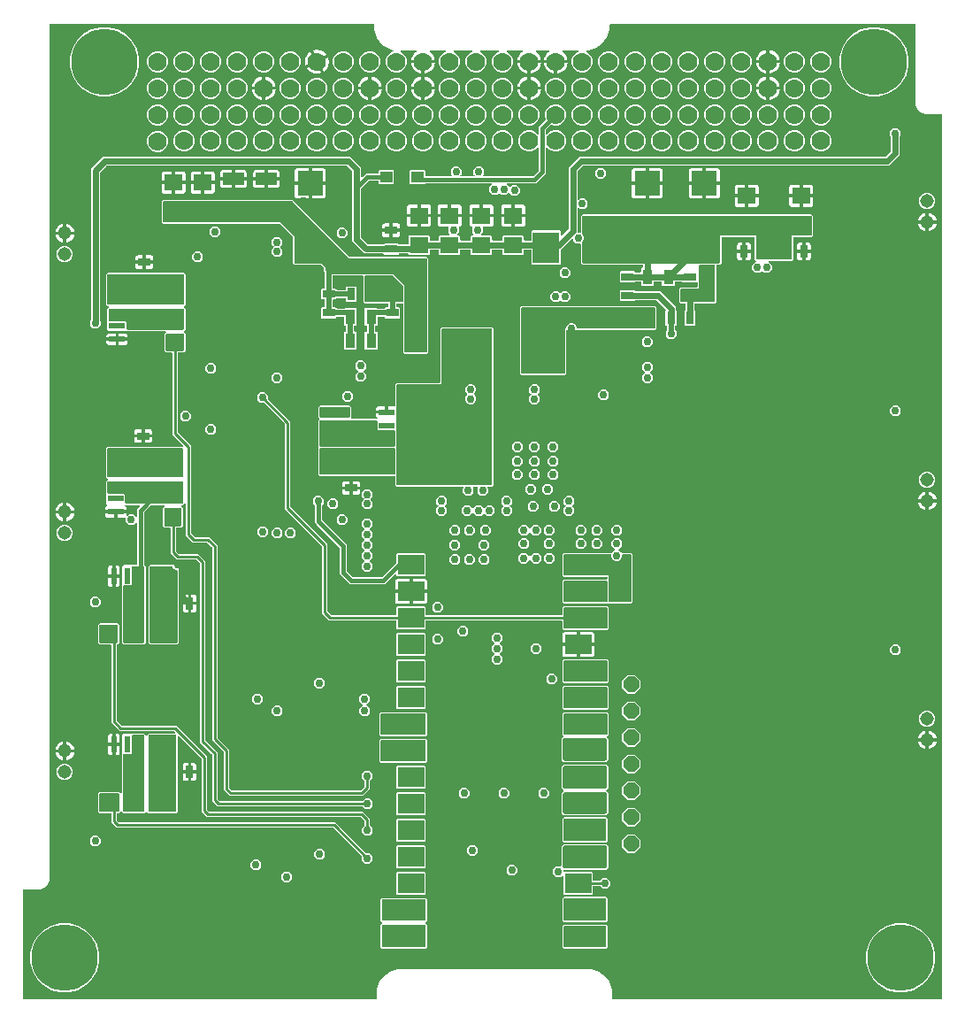
<source format=gbr>
G04 EAGLE Gerber RS-274X export*
G75*
%MOMM*%
%FSLAX34Y34*%
%LPD*%
%INBottom Copper*%
%IPPOS*%
%AMOC8*
5,1,8,0,0,1.08239X$1,22.5*%
G01*
%ADD10R,1.800000X1.600000*%
%ADD11R,0.800000X1.200000*%
%ADD12R,2.000000X1.200000*%
%ADD13R,2.450000X2.350000*%
%ADD14R,1.200000X0.800000*%
%ADD15C,6.350000*%
%ADD16C,1.778000*%
%ADD17C,1.308000*%
%ADD18R,3.850000X4.000000*%
%ADD19R,2.500000X3.000000*%
%ADD20R,0.950000X1.450000*%
%ADD21R,2.540000X1.905000*%
%ADD22R,1.240000X1.120000*%
%ADD23R,1.524000X0.609600*%
%ADD24R,0.609600X1.524000*%
%ADD25P,1.632244X8X112.500000*%
%ADD26C,0.762000*%
%ADD27C,0.609600*%
%ADD28C,0.508000*%
%ADD29C,0.406400*%
%ADD30C,0.254000*%

G36*
X348764Y10799D02*
X348764Y10799D01*
X348802Y10798D01*
X348861Y10803D01*
X348867Y10804D01*
X348873Y10804D01*
X349037Y10838D01*
X349150Y10875D01*
X349182Y10891D01*
X349217Y10900D01*
X349362Y10983D01*
X349459Y11053D01*
X349484Y11078D01*
X349514Y11097D01*
X349627Y11221D01*
X349697Y11318D01*
X349713Y11349D01*
X349736Y11377D01*
X349805Y11530D01*
X349842Y11643D01*
X349843Y11649D01*
X349846Y11654D01*
X349877Y11819D01*
X349882Y11878D01*
X349880Y11900D01*
X349884Y11938D01*
X349884Y20873D01*
X352110Y27722D01*
X356342Y33548D01*
X362168Y37780D01*
X369017Y40006D01*
X555543Y40006D01*
X562392Y37780D01*
X568218Y33548D01*
X572450Y27722D01*
X574676Y20873D01*
X574676Y11938D01*
X574679Y11916D01*
X574678Y11878D01*
X574683Y11819D01*
X574684Y11813D01*
X574684Y11807D01*
X574718Y11643D01*
X574755Y11530D01*
X574771Y11498D01*
X574780Y11463D01*
X574863Y11318D01*
X574933Y11221D01*
X574958Y11196D01*
X574977Y11166D01*
X575101Y11053D01*
X575198Y10983D01*
X575230Y10967D01*
X575257Y10944D01*
X575410Y10875D01*
X575523Y10838D01*
X575529Y10837D01*
X575534Y10834D01*
X575699Y10803D01*
X575758Y10798D01*
X575780Y10800D01*
X575818Y10796D01*
X889762Y10796D01*
X889784Y10799D01*
X889822Y10798D01*
X889881Y10803D01*
X889887Y10804D01*
X889893Y10804D01*
X890057Y10838D01*
X890170Y10875D01*
X890202Y10891D01*
X890237Y10900D01*
X890382Y10983D01*
X890479Y11053D01*
X890504Y11078D01*
X890534Y11097D01*
X890647Y11221D01*
X890717Y11318D01*
X890733Y11349D01*
X890756Y11377D01*
X890825Y11530D01*
X890862Y11643D01*
X890863Y11649D01*
X890866Y11654D01*
X890897Y11819D01*
X890902Y11878D01*
X890900Y11900D01*
X890904Y11938D01*
X890904Y857123D01*
X890901Y857143D01*
X890903Y857162D01*
X890881Y857264D01*
X890865Y857366D01*
X890855Y857383D01*
X890851Y857403D01*
X890798Y857492D01*
X890749Y857583D01*
X890735Y857597D01*
X890725Y857614D01*
X890646Y857681D01*
X890571Y857753D01*
X890553Y857761D01*
X890538Y857774D01*
X890442Y857813D01*
X890348Y857856D01*
X890328Y857858D01*
X890310Y857866D01*
X890143Y857884D01*
X874153Y857884D01*
X870185Y859528D01*
X867148Y862565D01*
X865504Y866533D01*
X865504Y943483D01*
X865501Y943503D01*
X865503Y943522D01*
X865481Y943623D01*
X865465Y943726D01*
X865455Y943743D01*
X865451Y943763D01*
X865398Y943852D01*
X865349Y943943D01*
X865335Y943957D01*
X865325Y943974D01*
X865246Y944041D01*
X865171Y944113D01*
X865153Y944121D01*
X865138Y944134D01*
X865042Y944173D01*
X864948Y944216D01*
X864928Y944218D01*
X864910Y944226D01*
X864743Y944244D01*
X574040Y944244D01*
X574018Y944241D01*
X573980Y944242D01*
X573802Y944228D01*
X573796Y944226D01*
X573790Y944227D01*
X573626Y944193D01*
X573286Y944082D01*
X573254Y944066D01*
X573219Y944057D01*
X573074Y943974D01*
X572784Y943764D01*
X572759Y943739D01*
X572729Y943720D01*
X572616Y943596D01*
X572406Y943306D01*
X572390Y943274D01*
X572367Y943247D01*
X572298Y943094D01*
X572187Y942754D01*
X572186Y942748D01*
X572184Y942743D01*
X572152Y942578D01*
X572138Y942400D01*
X572140Y942378D01*
X572136Y942340D01*
X572136Y938619D01*
X569836Y931540D01*
X565461Y925519D01*
X559440Y921144D01*
X552361Y918844D01*
X550419Y918844D01*
X550323Y918829D01*
X550226Y918819D01*
X550202Y918809D01*
X550176Y918805D01*
X550090Y918759D01*
X550001Y918719D01*
X549982Y918702D01*
X549958Y918689D01*
X549891Y918619D01*
X549820Y918553D01*
X549807Y918530D01*
X549789Y918511D01*
X549748Y918423D01*
X549701Y918337D01*
X549696Y918312D01*
X549685Y918288D01*
X549675Y918191D01*
X549657Y918095D01*
X549661Y918069D01*
X549658Y918044D01*
X549679Y917948D01*
X549693Y917852D01*
X549705Y917829D01*
X549711Y917803D01*
X549761Y917720D01*
X549805Y917633D01*
X549823Y917614D01*
X549837Y917592D01*
X549911Y917529D01*
X549980Y917461D01*
X550009Y917445D01*
X550024Y917432D01*
X550054Y917420D01*
X550127Y917380D01*
X551856Y916664D01*
X554714Y913806D01*
X556261Y910071D01*
X556261Y906029D01*
X554714Y902294D01*
X551856Y899436D01*
X548121Y897889D01*
X544079Y897889D01*
X540344Y899436D01*
X537486Y902294D01*
X535939Y906029D01*
X535939Y910071D01*
X537486Y913806D01*
X540344Y916664D01*
X542073Y917380D01*
X542156Y917431D01*
X542242Y917477D01*
X542259Y917495D01*
X542282Y917509D01*
X542344Y917585D01*
X542411Y917655D01*
X542422Y917679D01*
X542439Y917699D01*
X542473Y917790D01*
X542515Y917878D01*
X542517Y917904D01*
X542527Y917928D01*
X542531Y918026D01*
X542542Y918122D01*
X542536Y918148D01*
X542537Y918174D01*
X542510Y918268D01*
X542489Y918363D01*
X542476Y918385D01*
X542469Y918410D01*
X542413Y918490D01*
X542363Y918574D01*
X542343Y918591D01*
X542328Y918612D01*
X542250Y918671D01*
X542176Y918734D01*
X542152Y918744D01*
X542131Y918759D01*
X542039Y918789D01*
X541948Y918826D01*
X541916Y918829D01*
X541897Y918835D01*
X541864Y918835D01*
X541781Y918844D01*
X527633Y918844D01*
X527625Y918843D01*
X527617Y918844D01*
X527504Y918823D01*
X527390Y918805D01*
X527383Y918801D01*
X527375Y918799D01*
X527275Y918743D01*
X527173Y918689D01*
X527167Y918684D01*
X527160Y918680D01*
X527083Y918595D01*
X527003Y918511D01*
X527000Y918504D01*
X526995Y918498D01*
X526948Y918392D01*
X526900Y918288D01*
X526899Y918280D01*
X526896Y918273D01*
X526885Y918158D01*
X526873Y918044D01*
X526874Y918036D01*
X526874Y918028D01*
X526901Y917915D01*
X526925Y917803D01*
X526929Y917796D01*
X526931Y917789D01*
X526992Y917690D01*
X527051Y917592D01*
X527057Y917587D01*
X527061Y917580D01*
X527185Y917467D01*
X528147Y916769D01*
X529419Y915497D01*
X530476Y914041D01*
X531293Y912438D01*
X531849Y910727D01*
X532032Y909573D01*
X521462Y909573D01*
X521442Y909570D01*
X521423Y909572D01*
X521321Y909550D01*
X521219Y909533D01*
X521202Y909524D01*
X521182Y909520D01*
X521093Y909467D01*
X521002Y909418D01*
X520988Y909404D01*
X520971Y909394D01*
X520904Y909315D01*
X520833Y909240D01*
X520824Y909222D01*
X520811Y909207D01*
X520773Y909111D01*
X520729Y909017D01*
X520727Y908997D01*
X520719Y908979D01*
X520701Y908812D01*
X520701Y908049D01*
X520699Y908049D01*
X520699Y908812D01*
X520696Y908832D01*
X520698Y908851D01*
X520676Y908953D01*
X520659Y909055D01*
X520650Y909072D01*
X520646Y909092D01*
X520593Y909181D01*
X520544Y909272D01*
X520530Y909286D01*
X520520Y909303D01*
X520441Y909370D01*
X520366Y909441D01*
X520348Y909450D01*
X520333Y909463D01*
X520237Y909502D01*
X520143Y909545D01*
X520123Y909547D01*
X520105Y909555D01*
X519938Y909573D01*
X509368Y909573D01*
X509551Y910727D01*
X510107Y912438D01*
X510924Y914041D01*
X511981Y915497D01*
X513253Y916769D01*
X514215Y917467D01*
X514220Y917473D01*
X514227Y917477D01*
X514306Y917560D01*
X514388Y917642D01*
X514391Y917649D01*
X514397Y917655D01*
X514445Y917759D01*
X514496Y917863D01*
X514497Y917871D01*
X514500Y917878D01*
X514513Y917992D01*
X514528Y918107D01*
X514526Y918115D01*
X514527Y918122D01*
X514503Y918235D01*
X514481Y918348D01*
X514477Y918355D01*
X514475Y918363D01*
X514416Y918462D01*
X514359Y918562D01*
X514353Y918567D01*
X514349Y918574D01*
X514261Y918649D01*
X514175Y918726D01*
X514168Y918729D01*
X514162Y918734D01*
X514055Y918777D01*
X513949Y918822D01*
X513941Y918823D01*
X513934Y918826D01*
X513767Y918844D01*
X502233Y918844D01*
X502225Y918843D01*
X502217Y918844D01*
X502104Y918823D01*
X501990Y918805D01*
X501983Y918801D01*
X501975Y918799D01*
X501875Y918743D01*
X501773Y918689D01*
X501767Y918684D01*
X501760Y918680D01*
X501683Y918595D01*
X501603Y918511D01*
X501600Y918504D01*
X501595Y918498D01*
X501548Y918392D01*
X501500Y918288D01*
X501499Y918280D01*
X501496Y918273D01*
X501485Y918158D01*
X501473Y918044D01*
X501474Y918036D01*
X501474Y918028D01*
X501501Y917915D01*
X501525Y917803D01*
X501529Y917796D01*
X501531Y917789D01*
X501592Y917690D01*
X501651Y917592D01*
X501657Y917587D01*
X501661Y917580D01*
X501785Y917467D01*
X502747Y916769D01*
X504019Y915497D01*
X505076Y914041D01*
X505893Y912438D01*
X506449Y910727D01*
X506632Y909573D01*
X496062Y909573D01*
X496042Y909570D01*
X496023Y909572D01*
X495921Y909550D01*
X495819Y909533D01*
X495802Y909524D01*
X495782Y909520D01*
X495693Y909467D01*
X495602Y909418D01*
X495588Y909404D01*
X495571Y909394D01*
X495504Y909315D01*
X495433Y909240D01*
X495424Y909222D01*
X495411Y909207D01*
X495373Y909111D01*
X495329Y909017D01*
X495327Y908997D01*
X495319Y908979D01*
X495301Y908812D01*
X495301Y908049D01*
X495299Y908049D01*
X495299Y908812D01*
X495296Y908832D01*
X495298Y908851D01*
X495276Y908953D01*
X495259Y909055D01*
X495250Y909072D01*
X495246Y909092D01*
X495193Y909181D01*
X495144Y909272D01*
X495130Y909286D01*
X495120Y909303D01*
X495041Y909370D01*
X494966Y909441D01*
X494948Y909450D01*
X494933Y909463D01*
X494837Y909502D01*
X494743Y909545D01*
X494723Y909547D01*
X494705Y909555D01*
X494538Y909573D01*
X483968Y909573D01*
X484151Y910727D01*
X484707Y912438D01*
X485524Y914041D01*
X486581Y915497D01*
X487853Y916769D01*
X488815Y917467D01*
X488820Y917473D01*
X488827Y917477D01*
X488906Y917560D01*
X488988Y917642D01*
X488991Y917649D01*
X488997Y917655D01*
X489045Y917759D01*
X489096Y917863D01*
X489097Y917871D01*
X489100Y917878D01*
X489113Y917992D01*
X489128Y918107D01*
X489126Y918115D01*
X489127Y918122D01*
X489103Y918235D01*
X489081Y918348D01*
X489077Y918355D01*
X489075Y918363D01*
X489016Y918462D01*
X488959Y918562D01*
X488953Y918567D01*
X488949Y918574D01*
X488861Y918649D01*
X488775Y918726D01*
X488768Y918729D01*
X488762Y918734D01*
X488655Y918777D01*
X488549Y918822D01*
X488541Y918823D01*
X488534Y918826D01*
X488367Y918844D01*
X474219Y918844D01*
X474123Y918829D01*
X474026Y918819D01*
X474002Y918809D01*
X473976Y918805D01*
X473890Y918759D01*
X473801Y918719D01*
X473782Y918702D01*
X473759Y918689D01*
X473691Y918619D01*
X473620Y918553D01*
X473607Y918530D01*
X473589Y918511D01*
X473548Y918423D01*
X473501Y918337D01*
X473497Y918312D01*
X473486Y918288D01*
X473475Y918191D01*
X473457Y918095D01*
X473461Y918069D01*
X473458Y918044D01*
X473479Y917948D01*
X473493Y917852D01*
X473505Y917829D01*
X473511Y917803D01*
X473561Y917720D01*
X473605Y917633D01*
X473623Y917614D01*
X473637Y917592D01*
X473711Y917529D01*
X473780Y917461D01*
X473809Y917445D01*
X473824Y917432D01*
X473854Y917420D01*
X473927Y917380D01*
X475656Y916664D01*
X478514Y913806D01*
X480061Y910071D01*
X480061Y906029D01*
X478514Y902294D01*
X475656Y899436D01*
X471921Y897889D01*
X467879Y897889D01*
X464144Y899436D01*
X461286Y902294D01*
X459739Y906029D01*
X459739Y910071D01*
X461286Y913806D01*
X464144Y916664D01*
X465873Y917380D01*
X465956Y917431D01*
X466041Y917477D01*
X466059Y917495D01*
X466082Y917509D01*
X466144Y917585D01*
X466211Y917655D01*
X466222Y917679D01*
X466239Y917699D01*
X466273Y917790D01*
X466314Y917878D01*
X466317Y917904D01*
X466327Y917928D01*
X466331Y918026D01*
X466342Y918122D01*
X466336Y918148D01*
X466337Y918174D01*
X466310Y918268D01*
X466289Y918363D01*
X466276Y918385D01*
X466269Y918410D01*
X466213Y918490D01*
X466163Y918574D01*
X466143Y918591D01*
X466128Y918612D01*
X466050Y918671D01*
X465976Y918734D01*
X465952Y918744D01*
X465931Y918759D01*
X465838Y918789D01*
X465748Y918826D01*
X465716Y918829D01*
X465697Y918835D01*
X465664Y918835D01*
X465581Y918844D01*
X448819Y918844D01*
X448723Y918829D01*
X448626Y918819D01*
X448602Y918809D01*
X448576Y918805D01*
X448490Y918759D01*
X448401Y918719D01*
X448382Y918702D01*
X448359Y918689D01*
X448291Y918619D01*
X448220Y918553D01*
X448207Y918530D01*
X448189Y918511D01*
X448148Y918423D01*
X448101Y918337D01*
X448097Y918312D01*
X448086Y918288D01*
X448075Y918191D01*
X448057Y918095D01*
X448061Y918069D01*
X448058Y918044D01*
X448079Y917948D01*
X448093Y917852D01*
X448105Y917829D01*
X448111Y917803D01*
X448161Y917720D01*
X448205Y917633D01*
X448223Y917614D01*
X448237Y917592D01*
X448311Y917529D01*
X448380Y917461D01*
X448409Y917445D01*
X448424Y917432D01*
X448454Y917420D01*
X448527Y917380D01*
X450256Y916664D01*
X453114Y913806D01*
X454661Y910071D01*
X454661Y906029D01*
X453114Y902294D01*
X450256Y899436D01*
X446521Y897889D01*
X442479Y897889D01*
X438744Y899436D01*
X435886Y902294D01*
X434339Y906029D01*
X434339Y910071D01*
X435886Y913806D01*
X438744Y916664D01*
X440473Y917380D01*
X440556Y917431D01*
X440641Y917477D01*
X440659Y917495D01*
X440682Y917509D01*
X440744Y917585D01*
X440811Y917655D01*
X440822Y917679D01*
X440839Y917699D01*
X440873Y917790D01*
X440914Y917878D01*
X440917Y917904D01*
X440927Y917928D01*
X440931Y918026D01*
X440942Y918122D01*
X440936Y918148D01*
X440937Y918174D01*
X440910Y918268D01*
X440889Y918363D01*
X440876Y918385D01*
X440869Y918410D01*
X440813Y918490D01*
X440763Y918574D01*
X440743Y918591D01*
X440728Y918612D01*
X440650Y918671D01*
X440576Y918734D01*
X440552Y918744D01*
X440531Y918759D01*
X440438Y918789D01*
X440348Y918826D01*
X440316Y918829D01*
X440297Y918835D01*
X440264Y918835D01*
X440181Y918844D01*
X423419Y918844D01*
X423323Y918829D01*
X423226Y918819D01*
X423202Y918809D01*
X423176Y918805D01*
X423090Y918759D01*
X423001Y918719D01*
X422982Y918702D01*
X422959Y918689D01*
X422891Y918619D01*
X422820Y918553D01*
X422807Y918530D01*
X422789Y918511D01*
X422748Y918423D01*
X422701Y918337D01*
X422697Y918312D01*
X422686Y918288D01*
X422675Y918191D01*
X422657Y918095D01*
X422661Y918069D01*
X422658Y918044D01*
X422679Y917948D01*
X422693Y917852D01*
X422705Y917829D01*
X422711Y917803D01*
X422761Y917720D01*
X422805Y917633D01*
X422823Y917614D01*
X422837Y917592D01*
X422911Y917529D01*
X422980Y917461D01*
X423009Y917445D01*
X423024Y917432D01*
X423054Y917420D01*
X423127Y917380D01*
X424856Y916664D01*
X427714Y913806D01*
X429261Y910071D01*
X429261Y906029D01*
X427714Y902294D01*
X424856Y899436D01*
X421121Y897889D01*
X417079Y897889D01*
X413344Y899436D01*
X410486Y902294D01*
X408939Y906029D01*
X408939Y910071D01*
X410486Y913806D01*
X413344Y916664D01*
X415073Y917380D01*
X415156Y917431D01*
X415241Y917477D01*
X415259Y917495D01*
X415282Y917509D01*
X415344Y917585D01*
X415411Y917655D01*
X415422Y917679D01*
X415439Y917699D01*
X415473Y917790D01*
X415514Y917878D01*
X415517Y917904D01*
X415527Y917928D01*
X415531Y918026D01*
X415542Y918122D01*
X415536Y918148D01*
X415537Y918174D01*
X415510Y918268D01*
X415489Y918363D01*
X415476Y918385D01*
X415469Y918410D01*
X415413Y918490D01*
X415363Y918574D01*
X415343Y918591D01*
X415328Y918612D01*
X415250Y918671D01*
X415176Y918734D01*
X415152Y918744D01*
X415131Y918759D01*
X415038Y918789D01*
X414948Y918826D01*
X414916Y918829D01*
X414897Y918835D01*
X414864Y918835D01*
X414781Y918844D01*
X400633Y918844D01*
X400625Y918843D01*
X400617Y918844D01*
X400504Y918823D01*
X400390Y918805D01*
X400383Y918801D01*
X400375Y918799D01*
X400274Y918743D01*
X400173Y918689D01*
X400167Y918684D01*
X400160Y918680D01*
X400082Y918594D01*
X400003Y918511D01*
X400000Y918504D01*
X399995Y918498D01*
X399948Y918392D01*
X399900Y918288D01*
X399899Y918280D01*
X399896Y918273D01*
X399885Y918158D01*
X399873Y918044D01*
X399874Y918036D01*
X399874Y918028D01*
X399901Y917916D01*
X399925Y917803D01*
X399929Y917796D01*
X399931Y917789D01*
X399992Y917691D01*
X400051Y917592D01*
X400057Y917587D01*
X400061Y917580D01*
X400186Y917467D01*
X401147Y916769D01*
X402419Y915497D01*
X403476Y914041D01*
X404293Y912438D01*
X404849Y910727D01*
X405032Y909573D01*
X394462Y909573D01*
X394442Y909570D01*
X394423Y909572D01*
X394321Y909550D01*
X394219Y909533D01*
X394202Y909524D01*
X394182Y909520D01*
X394093Y909467D01*
X394002Y909418D01*
X393988Y909404D01*
X393971Y909394D01*
X393904Y909315D01*
X393833Y909240D01*
X393824Y909222D01*
X393811Y909207D01*
X393773Y909111D01*
X393729Y909017D01*
X393727Y908997D01*
X393719Y908979D01*
X393701Y908812D01*
X393701Y908049D01*
X393699Y908049D01*
X393699Y908812D01*
X393696Y908832D01*
X393698Y908851D01*
X393676Y908953D01*
X393659Y909055D01*
X393650Y909072D01*
X393646Y909092D01*
X393593Y909181D01*
X393544Y909272D01*
X393530Y909286D01*
X393520Y909303D01*
X393441Y909370D01*
X393366Y909441D01*
X393348Y909450D01*
X393333Y909463D01*
X393237Y909502D01*
X393143Y909545D01*
X393123Y909547D01*
X393105Y909555D01*
X392938Y909573D01*
X382368Y909573D01*
X382551Y910727D01*
X383107Y912438D01*
X383924Y914041D01*
X384981Y915497D01*
X386253Y916769D01*
X387214Y917467D01*
X387220Y917473D01*
X387227Y917477D01*
X387306Y917560D01*
X387388Y917642D01*
X387391Y917649D01*
X387397Y917655D01*
X387445Y917759D01*
X387496Y917863D01*
X387497Y917871D01*
X387500Y917878D01*
X387513Y917992D01*
X387528Y918107D01*
X387526Y918115D01*
X387527Y918122D01*
X387503Y918235D01*
X387481Y918348D01*
X387477Y918355D01*
X387475Y918363D01*
X387416Y918461D01*
X387359Y918562D01*
X387353Y918567D01*
X387349Y918574D01*
X387261Y918649D01*
X387175Y918726D01*
X387168Y918729D01*
X387162Y918734D01*
X387055Y918777D01*
X386949Y918822D01*
X386941Y918823D01*
X386934Y918826D01*
X386767Y918844D01*
X372619Y918844D01*
X372523Y918829D01*
X372426Y918819D01*
X372402Y918809D01*
X372376Y918805D01*
X372290Y918759D01*
X372201Y918719D01*
X372182Y918702D01*
X372158Y918689D01*
X372091Y918619D01*
X372020Y918553D01*
X372007Y918530D01*
X371989Y918511D01*
X371948Y918423D01*
X371901Y918337D01*
X371896Y918312D01*
X371885Y918288D01*
X371875Y918191D01*
X371857Y918095D01*
X371861Y918069D01*
X371858Y918044D01*
X371879Y917948D01*
X371893Y917852D01*
X371905Y917829D01*
X371911Y917803D01*
X371961Y917720D01*
X372005Y917633D01*
X372023Y917614D01*
X372037Y917592D01*
X372111Y917529D01*
X372180Y917461D01*
X372209Y917445D01*
X372224Y917432D01*
X372254Y917420D01*
X372327Y917380D01*
X374056Y916664D01*
X376914Y913806D01*
X378461Y910071D01*
X378461Y906029D01*
X376914Y902294D01*
X374056Y899436D01*
X370321Y897889D01*
X366279Y897889D01*
X362544Y899436D01*
X359686Y902294D01*
X358139Y906029D01*
X358139Y910071D01*
X359686Y913806D01*
X362544Y916664D01*
X365051Y917702D01*
X365098Y917731D01*
X365150Y917752D01*
X365202Y917796D01*
X365260Y917832D01*
X365295Y917874D01*
X365338Y917910D01*
X365373Y917969D01*
X365417Y918021D01*
X365437Y918073D01*
X365465Y918121D01*
X365480Y918187D01*
X365505Y918251D01*
X365507Y918306D01*
X365519Y918361D01*
X365512Y918428D01*
X365515Y918496D01*
X365500Y918550D01*
X365494Y918605D01*
X365466Y918667D01*
X365447Y918733D01*
X365415Y918778D01*
X365392Y918829D01*
X365345Y918879D01*
X365306Y918935D01*
X365262Y918968D01*
X365224Y919009D01*
X365164Y919041D01*
X365109Y919082D01*
X365056Y919099D01*
X365007Y919125D01*
X364904Y919148D01*
X364875Y919158D01*
X364863Y919158D01*
X364843Y919162D01*
X362700Y919400D01*
X354930Y923679D01*
X349389Y930605D01*
X346921Y939124D01*
X347298Y942520D01*
X347295Y942582D01*
X347297Y942605D01*
X347295Y942615D01*
X347299Y942675D01*
X347287Y942735D01*
X347285Y942766D01*
X347275Y942791D01*
X347265Y942839D01*
X347182Y943094D01*
X347166Y943126D01*
X347157Y943161D01*
X347074Y943306D01*
X346864Y943596D01*
X346839Y943621D01*
X346820Y943651D01*
X346696Y943764D01*
X346406Y943974D01*
X346375Y943990D01*
X346347Y944013D01*
X346194Y944082D01*
X345854Y944193D01*
X345848Y944194D01*
X345843Y944196D01*
X345679Y944228D01*
X345500Y944242D01*
X345478Y944240D01*
X345440Y944244D01*
X36957Y944244D01*
X36937Y944241D01*
X36918Y944243D01*
X36816Y944221D01*
X36714Y944205D01*
X36697Y944195D01*
X36677Y944191D01*
X36588Y944138D01*
X36497Y944089D01*
X36483Y944075D01*
X36466Y944065D01*
X36399Y943986D01*
X36327Y943911D01*
X36319Y943893D01*
X36306Y943878D01*
X36267Y943782D01*
X36224Y943688D01*
X36222Y943668D01*
X36214Y943650D01*
X36196Y943483D01*
X36196Y124853D01*
X34552Y120885D01*
X31515Y117848D01*
X27547Y116204D01*
X11557Y116204D01*
X11537Y116201D01*
X11518Y116203D01*
X11416Y116181D01*
X11314Y116165D01*
X11297Y116155D01*
X11277Y116151D01*
X11188Y116098D01*
X11097Y116049D01*
X11083Y116035D01*
X11066Y116025D01*
X10999Y115946D01*
X10927Y115871D01*
X10919Y115853D01*
X10906Y115838D01*
X10867Y115742D01*
X10824Y115648D01*
X10822Y115628D01*
X10814Y115610D01*
X10796Y115443D01*
X10796Y11938D01*
X10799Y11916D01*
X10798Y11878D01*
X10803Y11819D01*
X10804Y11813D01*
X10804Y11807D01*
X10838Y11643D01*
X10875Y11530D01*
X10891Y11498D01*
X10900Y11463D01*
X10983Y11318D01*
X11053Y11221D01*
X11078Y11196D01*
X11097Y11166D01*
X11221Y11053D01*
X11318Y10983D01*
X11350Y10967D01*
X11377Y10944D01*
X11530Y10875D01*
X11643Y10838D01*
X11649Y10837D01*
X11654Y10834D01*
X11819Y10803D01*
X11878Y10798D01*
X11900Y10800D01*
X11938Y10796D01*
X348742Y10796D01*
X348764Y10799D01*
G37*
%LPC*%
G36*
X77905Y652779D02*
X77905Y652779D01*
X74929Y655755D01*
X74929Y659965D01*
X75468Y660504D01*
X75521Y660577D01*
X75581Y660647D01*
X75593Y660677D01*
X75612Y660703D01*
X75639Y660790D01*
X75673Y660875D01*
X75677Y660916D01*
X75684Y660938D01*
X75683Y660971D01*
X75691Y661042D01*
X75691Y805699D01*
X87111Y817119D01*
X324369Y817119D01*
X334519Y806969D01*
X334519Y798227D01*
X334530Y798157D01*
X334532Y798085D01*
X334550Y798036D01*
X334558Y797985D01*
X334592Y797921D01*
X334617Y797854D01*
X334649Y797813D01*
X334674Y797767D01*
X334726Y797718D01*
X334770Y797662D01*
X334814Y797634D01*
X334852Y797598D01*
X334917Y797568D01*
X334977Y797529D01*
X335028Y797516D01*
X335075Y797494D01*
X335146Y797486D01*
X335216Y797469D01*
X335268Y797473D01*
X335319Y797467D01*
X335390Y797482D01*
X335461Y797488D01*
X335509Y797508D01*
X335560Y797519D01*
X335621Y797556D01*
X335687Y797584D01*
X335743Y797629D01*
X335771Y797646D01*
X335786Y797663D01*
X335818Y797689D01*
X338992Y800863D01*
X350248Y800863D01*
X350268Y800866D01*
X350287Y800864D01*
X350389Y800886D01*
X350491Y800902D01*
X350508Y800912D01*
X350528Y800916D01*
X350617Y800969D01*
X350708Y801018D01*
X350722Y801032D01*
X350739Y801042D01*
X350806Y801121D01*
X350878Y801196D01*
X350886Y801214D01*
X350899Y801229D01*
X350938Y801325D01*
X350981Y801419D01*
X350983Y801439D01*
X350991Y801457D01*
X351009Y801624D01*
X351009Y803686D01*
X351754Y804431D01*
X365206Y804431D01*
X365951Y803686D01*
X365951Y791434D01*
X365206Y790689D01*
X351754Y790689D01*
X351009Y791434D01*
X351009Y793496D01*
X351006Y793516D01*
X351008Y793535D01*
X350986Y793637D01*
X350970Y793739D01*
X350960Y793756D01*
X350956Y793776D01*
X350903Y793865D01*
X350854Y793956D01*
X350840Y793970D01*
X350830Y793987D01*
X350751Y794054D01*
X350676Y794126D01*
X350658Y794134D01*
X350643Y794147D01*
X350547Y794186D01*
X350453Y794229D01*
X350433Y794231D01*
X350415Y794239D01*
X350248Y794257D01*
X342043Y794257D01*
X341953Y794243D01*
X341862Y794235D01*
X341833Y794223D01*
X341801Y794218D01*
X341720Y794175D01*
X341636Y794139D01*
X341604Y794113D01*
X341583Y794102D01*
X341561Y794079D01*
X341505Y794034D01*
X334742Y787271D01*
X334689Y787197D01*
X334629Y787128D01*
X334617Y787097D01*
X334598Y787071D01*
X334571Y786984D01*
X334537Y786899D01*
X334533Y786858D01*
X334526Y786836D01*
X334527Y786804D01*
X334519Y786733D01*
X334519Y739974D01*
X334533Y739884D01*
X334541Y739793D01*
X334553Y739763D01*
X334558Y739731D01*
X334601Y739651D01*
X334637Y739567D01*
X334663Y739535D01*
X334674Y739514D01*
X334697Y739492D01*
X334742Y739436D01*
X340766Y733412D01*
X340840Y733359D01*
X340909Y733299D01*
X340939Y733287D01*
X340966Y733268D01*
X341053Y733241D01*
X341137Y733207D01*
X341178Y733203D01*
X341201Y733196D01*
X341233Y733197D01*
X341304Y733189D01*
X355426Y733189D01*
X355516Y733203D01*
X355607Y733211D01*
X355637Y733223D01*
X355669Y733228D01*
X355750Y733271D01*
X355834Y733307D01*
X355866Y733333D01*
X355886Y733344D01*
X355909Y733367D01*
X355965Y733412D01*
X356694Y734141D01*
X369746Y734141D01*
X370475Y733412D01*
X370549Y733359D01*
X370619Y733299D01*
X370649Y733287D01*
X370675Y733268D01*
X370762Y733241D01*
X370847Y733207D01*
X370888Y733203D01*
X370910Y733196D01*
X370942Y733197D01*
X371014Y733189D01*
X378858Y733189D01*
X378878Y733192D01*
X378897Y733190D01*
X378999Y733212D01*
X379101Y733228D01*
X379118Y733238D01*
X379138Y733242D01*
X379227Y733295D01*
X379318Y733344D01*
X379332Y733358D01*
X379349Y733368D01*
X379416Y733447D01*
X379488Y733522D01*
X379496Y733540D01*
X379509Y733555D01*
X379548Y733651D01*
X379591Y733745D01*
X379593Y733765D01*
X379601Y733783D01*
X379619Y733950D01*
X379619Y741286D01*
X380364Y742031D01*
X399416Y742031D01*
X400161Y741286D01*
X400161Y737840D01*
X400164Y737820D01*
X400162Y737801D01*
X400184Y737699D01*
X400200Y737597D01*
X400210Y737580D01*
X400214Y737560D01*
X400267Y737471D01*
X400316Y737380D01*
X400330Y737366D01*
X400340Y737349D01*
X400419Y737282D01*
X400494Y737210D01*
X400512Y737202D01*
X400527Y737189D01*
X400623Y737150D01*
X400717Y737107D01*
X400737Y737105D01*
X400755Y737097D01*
X400922Y737079D01*
X408068Y737079D01*
X408088Y737082D01*
X408107Y737080D01*
X408209Y737102D01*
X408311Y737118D01*
X408328Y737128D01*
X408348Y737132D01*
X408437Y737185D01*
X408528Y737234D01*
X408542Y737248D01*
X408559Y737258D01*
X408626Y737337D01*
X408698Y737412D01*
X408706Y737430D01*
X408719Y737445D01*
X408758Y737541D01*
X408801Y737635D01*
X408803Y737655D01*
X408811Y737673D01*
X408829Y737840D01*
X408829Y741286D01*
X409574Y742031D01*
X418616Y742031D01*
X418687Y742042D01*
X418759Y742044D01*
X418808Y742062D01*
X418859Y742070D01*
X418922Y742104D01*
X418990Y742129D01*
X419030Y742161D01*
X419076Y742186D01*
X419126Y742238D01*
X419182Y742282D01*
X419210Y742326D01*
X419246Y742364D01*
X419276Y742429D01*
X419315Y742489D01*
X419327Y742540D01*
X419349Y742587D01*
X419357Y742658D01*
X419375Y742728D01*
X419371Y742780D01*
X419376Y742831D01*
X419361Y742902D01*
X419356Y742973D01*
X419335Y743021D01*
X419324Y743072D01*
X419287Y743133D01*
X419259Y743199D01*
X419215Y743255D01*
X419198Y743283D01*
X419180Y743298D01*
X419155Y743330D01*
X417829Y744655D01*
X417829Y748864D01*
X417884Y748920D01*
X417926Y748978D01*
X417976Y749030D01*
X417998Y749077D01*
X418028Y749119D01*
X418049Y749188D01*
X418079Y749253D01*
X418085Y749305D01*
X418100Y749355D01*
X418099Y749426D01*
X418106Y749497D01*
X418095Y749548D01*
X418094Y749600D01*
X418069Y749668D01*
X418054Y749738D01*
X418027Y749783D01*
X418010Y749831D01*
X417965Y749887D01*
X417928Y749949D01*
X417888Y749983D01*
X417856Y750023D01*
X417796Y750062D01*
X417741Y750109D01*
X417693Y750128D01*
X417649Y750156D01*
X417580Y750174D01*
X417513Y750201D01*
X417442Y750209D01*
X417411Y750217D01*
X417387Y750215D01*
X417346Y750219D01*
X409766Y750219D01*
X409119Y750392D01*
X408540Y750727D01*
X408067Y751200D01*
X407732Y751779D01*
X407559Y752426D01*
X407559Y759237D01*
X418338Y759237D01*
X418358Y759240D01*
X418377Y759238D01*
X418479Y759260D01*
X418581Y759277D01*
X418598Y759286D01*
X418618Y759290D01*
X418707Y759343D01*
X418798Y759392D01*
X418812Y759406D01*
X418829Y759416D01*
X418896Y759495D01*
X418967Y759570D01*
X418976Y759588D01*
X418989Y759603D01*
X419028Y759699D01*
X419071Y759793D01*
X419073Y759813D01*
X419081Y759831D01*
X419099Y759998D01*
X419099Y760761D01*
X419101Y760761D01*
X419101Y759998D01*
X419104Y759978D01*
X419102Y759959D01*
X419124Y759857D01*
X419141Y759755D01*
X419150Y759738D01*
X419154Y759718D01*
X419207Y759629D01*
X419256Y759538D01*
X419270Y759524D01*
X419280Y759507D01*
X419359Y759440D01*
X419434Y759369D01*
X419452Y759360D01*
X419467Y759347D01*
X419563Y759308D01*
X419657Y759265D01*
X419677Y759263D01*
X419695Y759255D01*
X419862Y759237D01*
X430641Y759237D01*
X430641Y752426D01*
X430468Y751779D01*
X430133Y751200D01*
X429660Y750727D01*
X429081Y750392D01*
X428390Y750207D01*
X428331Y750206D01*
X428282Y750188D01*
X428231Y750180D01*
X428168Y750146D01*
X428100Y750121D01*
X428060Y750089D01*
X428014Y750064D01*
X427964Y750013D01*
X427908Y749968D01*
X427880Y749924D01*
X427844Y749886D01*
X427814Y749821D01*
X427775Y749761D01*
X427763Y749710D01*
X427741Y749663D01*
X427733Y749592D01*
X427715Y749522D01*
X427719Y749470D01*
X427714Y749419D01*
X427729Y749348D01*
X427734Y749277D01*
X427755Y749229D01*
X427766Y749178D01*
X427803Y749117D01*
X427831Y749051D01*
X427876Y748995D01*
X427892Y748967D01*
X427910Y748952D01*
X427936Y748920D01*
X427991Y748864D01*
X427991Y744655D01*
X426665Y743330D01*
X426624Y743272D01*
X426574Y743220D01*
X426552Y743173D01*
X426522Y743131D01*
X426501Y743062D01*
X426471Y742997D01*
X426465Y742945D01*
X426450Y742895D01*
X426451Y742824D01*
X426444Y742753D01*
X426455Y742702D01*
X426456Y742650D01*
X426481Y742582D01*
X426496Y742512D01*
X426523Y742467D01*
X426540Y742419D01*
X426585Y742363D01*
X426622Y742301D01*
X426662Y742267D01*
X426694Y742227D01*
X426754Y742188D01*
X426809Y742141D01*
X426857Y742122D01*
X426901Y742094D01*
X426970Y742076D01*
X427037Y742049D01*
X427108Y742041D01*
X427140Y742033D01*
X427163Y742035D01*
X427204Y742031D01*
X428626Y742031D01*
X429371Y741286D01*
X429371Y737840D01*
X429374Y737820D01*
X429372Y737801D01*
X429394Y737699D01*
X429410Y737597D01*
X429420Y737580D01*
X429424Y737560D01*
X429477Y737471D01*
X429526Y737380D01*
X429540Y737366D01*
X429550Y737349D01*
X429629Y737282D01*
X429704Y737210D01*
X429722Y737202D01*
X429737Y737189D01*
X429833Y737150D01*
X429927Y737107D01*
X429947Y737105D01*
X429965Y737097D01*
X430132Y737079D01*
X438548Y737079D01*
X438568Y737082D01*
X438587Y737080D01*
X438689Y737102D01*
X438791Y737118D01*
X438808Y737128D01*
X438828Y737132D01*
X438917Y737185D01*
X439008Y737234D01*
X439022Y737248D01*
X439039Y737258D01*
X439106Y737337D01*
X439178Y737412D01*
X439186Y737430D01*
X439199Y737445D01*
X439238Y737541D01*
X439281Y737635D01*
X439283Y737655D01*
X439291Y737673D01*
X439309Y737840D01*
X439309Y741286D01*
X440054Y742031D01*
X441476Y742031D01*
X441547Y742042D01*
X441619Y742044D01*
X441668Y742062D01*
X441719Y742070D01*
X441782Y742104D01*
X441850Y742129D01*
X441890Y742161D01*
X441936Y742186D01*
X441986Y742238D01*
X442042Y742282D01*
X442070Y742326D01*
X442106Y742364D01*
X442136Y742429D01*
X442175Y742489D01*
X442187Y742540D01*
X442209Y742587D01*
X442217Y742658D01*
X442235Y742728D01*
X442231Y742780D01*
X442236Y742831D01*
X442221Y742902D01*
X442216Y742973D01*
X442195Y743021D01*
X442184Y743072D01*
X442147Y743133D01*
X442119Y743199D01*
X442075Y743255D01*
X442058Y743283D01*
X442040Y743298D01*
X442015Y743330D01*
X440689Y744655D01*
X440689Y748864D01*
X440744Y748920D01*
X440786Y748978D01*
X440836Y749030D01*
X440858Y749077D01*
X440888Y749119D01*
X440909Y749188D01*
X440939Y749253D01*
X440945Y749305D01*
X440960Y749355D01*
X440959Y749426D01*
X440966Y749497D01*
X440955Y749548D01*
X440954Y749600D01*
X440929Y749668D01*
X440914Y749738D01*
X440887Y749783D01*
X440870Y749831D01*
X440825Y749887D01*
X440788Y749949D01*
X440748Y749983D01*
X440716Y750023D01*
X440656Y750062D01*
X440601Y750109D01*
X440553Y750128D01*
X440509Y750156D01*
X440440Y750174D01*
X440373Y750201D01*
X440302Y750209D01*
X440271Y750217D01*
X440259Y750216D01*
X439599Y750392D01*
X439020Y750727D01*
X438547Y751200D01*
X438212Y751779D01*
X438039Y752426D01*
X438039Y759237D01*
X448818Y759237D01*
X448838Y759240D01*
X448857Y759238D01*
X448959Y759260D01*
X449061Y759277D01*
X449078Y759286D01*
X449098Y759290D01*
X449187Y759343D01*
X449278Y759392D01*
X449292Y759406D01*
X449309Y759416D01*
X449376Y759495D01*
X449447Y759570D01*
X449456Y759588D01*
X449469Y759603D01*
X449508Y759699D01*
X449551Y759793D01*
X449553Y759813D01*
X449561Y759831D01*
X449579Y759998D01*
X449579Y760761D01*
X449581Y760761D01*
X449581Y759998D01*
X449584Y759978D01*
X449582Y759959D01*
X449604Y759857D01*
X449621Y759755D01*
X449630Y759738D01*
X449634Y759718D01*
X449687Y759629D01*
X449736Y759538D01*
X449750Y759524D01*
X449760Y759507D01*
X449839Y759440D01*
X449914Y759369D01*
X449932Y759360D01*
X449947Y759347D01*
X450043Y759308D01*
X450137Y759265D01*
X450157Y759263D01*
X450175Y759255D01*
X450342Y759237D01*
X461121Y759237D01*
X461121Y752426D01*
X460948Y751779D01*
X460613Y751200D01*
X460140Y750727D01*
X459561Y750392D01*
X458914Y750219D01*
X451334Y750219D01*
X451263Y750208D01*
X451191Y750206D01*
X451142Y750188D01*
X451091Y750179D01*
X451028Y750146D01*
X450960Y750121D01*
X450920Y750089D01*
X450874Y750064D01*
X450824Y750012D01*
X450768Y749968D01*
X450740Y749924D01*
X450704Y749886D01*
X450674Y749821D01*
X450635Y749761D01*
X450623Y749710D01*
X450601Y749663D01*
X450593Y749592D01*
X450575Y749522D01*
X450579Y749470D01*
X450574Y749419D01*
X450589Y749348D01*
X450594Y749277D01*
X450615Y749229D01*
X450626Y749178D01*
X450663Y749117D01*
X450691Y749051D01*
X450735Y748995D01*
X450752Y748967D01*
X450770Y748952D01*
X450796Y748920D01*
X450851Y748864D01*
X450851Y744655D01*
X449525Y743330D01*
X449484Y743272D01*
X449434Y743220D01*
X449412Y743173D01*
X449382Y743131D01*
X449361Y743062D01*
X449331Y742997D01*
X449325Y742945D01*
X449310Y742895D01*
X449311Y742824D01*
X449304Y742753D01*
X449315Y742702D01*
X449316Y742650D01*
X449341Y742582D01*
X449356Y742512D01*
X449383Y742467D01*
X449400Y742419D01*
X449445Y742363D01*
X449482Y742301D01*
X449522Y742267D01*
X449554Y742227D01*
X449614Y742188D01*
X449669Y742141D01*
X449717Y742122D01*
X449761Y742094D01*
X449830Y742076D01*
X449897Y742049D01*
X449968Y742041D01*
X450000Y742033D01*
X450023Y742035D01*
X450064Y742031D01*
X459106Y742031D01*
X459851Y741286D01*
X459851Y737840D01*
X459854Y737820D01*
X459852Y737801D01*
X459874Y737699D01*
X459890Y737597D01*
X459900Y737580D01*
X459904Y737560D01*
X459957Y737471D01*
X460006Y737380D01*
X460020Y737366D01*
X460030Y737349D01*
X460109Y737282D01*
X460184Y737210D01*
X460202Y737202D01*
X460217Y737189D01*
X460313Y737150D01*
X460407Y737107D01*
X460427Y737105D01*
X460445Y737097D01*
X460612Y737079D01*
X469028Y737079D01*
X469048Y737082D01*
X469067Y737080D01*
X469169Y737102D01*
X469271Y737118D01*
X469288Y737128D01*
X469308Y737132D01*
X469397Y737185D01*
X469488Y737234D01*
X469502Y737248D01*
X469519Y737258D01*
X469586Y737337D01*
X469658Y737412D01*
X469666Y737430D01*
X469679Y737445D01*
X469718Y737541D01*
X469761Y737635D01*
X469763Y737655D01*
X469771Y737673D01*
X469789Y737840D01*
X469789Y741286D01*
X470534Y742031D01*
X489586Y742031D01*
X490331Y741286D01*
X490331Y737840D01*
X490334Y737820D01*
X490332Y737801D01*
X490354Y737699D01*
X490370Y737597D01*
X490380Y737580D01*
X490384Y737560D01*
X490437Y737471D01*
X490486Y737380D01*
X490500Y737366D01*
X490510Y737349D01*
X490589Y737282D01*
X490664Y737210D01*
X490682Y737202D01*
X490697Y737189D01*
X490793Y737150D01*
X490887Y737107D01*
X490907Y737105D01*
X490925Y737097D01*
X491092Y737079D01*
X496908Y737079D01*
X496928Y737082D01*
X496947Y737080D01*
X497049Y737102D01*
X497151Y737118D01*
X497168Y737128D01*
X497188Y737132D01*
X497277Y737185D01*
X497368Y737234D01*
X497382Y737248D01*
X497399Y737258D01*
X497466Y737337D01*
X497538Y737412D01*
X497546Y737430D01*
X497559Y737445D01*
X497598Y737541D01*
X497641Y737635D01*
X497643Y737655D01*
X497651Y737673D01*
X497669Y737840D01*
X497669Y745776D01*
X498414Y746521D01*
X524466Y746521D01*
X525211Y745776D01*
X525211Y742052D01*
X525222Y741982D01*
X525224Y741910D01*
X525242Y741861D01*
X525250Y741810D01*
X525284Y741746D01*
X525309Y741679D01*
X525341Y741638D01*
X525366Y741592D01*
X525418Y741543D01*
X525462Y741487D01*
X525506Y741459D01*
X525544Y741423D01*
X525609Y741393D01*
X525669Y741354D01*
X525720Y741341D01*
X525767Y741319D01*
X525838Y741311D01*
X525908Y741294D01*
X525960Y741298D01*
X526011Y741292D01*
X526082Y741307D01*
X526153Y741313D01*
X526201Y741333D01*
X526252Y741344D01*
X526313Y741381D01*
X526379Y741409D01*
X526435Y741454D01*
X526463Y741471D01*
X526478Y741488D01*
X526510Y741514D01*
X532668Y747672D01*
X532721Y747746D01*
X532781Y747816D01*
X532793Y747846D01*
X532812Y747872D01*
X532839Y747959D01*
X532873Y748044D01*
X532877Y748085D01*
X532884Y748107D01*
X532883Y748139D01*
X532891Y748211D01*
X532891Y806969D01*
X543041Y817119D01*
X836096Y817119D01*
X836186Y817133D01*
X836277Y817141D01*
X836307Y817153D01*
X836339Y817158D01*
X836419Y817201D01*
X836503Y817237D01*
X836535Y817263D01*
X836556Y817274D01*
X836578Y817297D01*
X836634Y817342D01*
X841278Y821986D01*
X841331Y822060D01*
X841391Y822129D01*
X841403Y822159D01*
X841422Y822186D01*
X841449Y822273D01*
X841483Y822357D01*
X841487Y822398D01*
X841494Y822421D01*
X841493Y822453D01*
X841501Y822524D01*
X841501Y836288D01*
X841487Y836378D01*
X841479Y836469D01*
X841467Y836499D01*
X841462Y836531D01*
X841419Y836612D01*
X841383Y836695D01*
X841357Y836728D01*
X841346Y836748D01*
X841323Y836770D01*
X841278Y836826D01*
X840739Y837365D01*
X840739Y841575D01*
X843715Y844551D01*
X847925Y844551D01*
X850901Y841575D01*
X850901Y837365D01*
X850362Y836826D01*
X850309Y836753D01*
X850249Y836683D01*
X850237Y836653D01*
X850218Y836627D01*
X850191Y836540D01*
X850157Y836455D01*
X850153Y836414D01*
X850146Y836392D01*
X850147Y836359D01*
X850139Y836288D01*
X850139Y818631D01*
X839989Y808481D01*
X546934Y808481D01*
X546844Y808467D01*
X546753Y808459D01*
X546723Y808447D01*
X546691Y808442D01*
X546611Y808399D01*
X546527Y808363D01*
X546495Y808337D01*
X546474Y808326D01*
X546452Y808303D01*
X546396Y808258D01*
X541752Y803614D01*
X541699Y803540D01*
X541639Y803471D01*
X541627Y803441D01*
X541608Y803414D01*
X541581Y803327D01*
X541547Y803243D01*
X541543Y803202D01*
X541536Y803179D01*
X541537Y803147D01*
X541529Y803076D01*
X541529Y776612D01*
X541532Y776593D01*
X541530Y776574D01*
X541541Y776523D01*
X541542Y776469D01*
X541560Y776420D01*
X541568Y776369D01*
X541578Y776350D01*
X541582Y776333D01*
X541607Y776291D01*
X541627Y776238D01*
X541659Y776198D01*
X541684Y776152D01*
X541700Y776136D01*
X541708Y776122D01*
X541744Y776092D01*
X541780Y776046D01*
X541824Y776018D01*
X541862Y775982D01*
X541884Y775972D01*
X541895Y775962D01*
X541937Y775945D01*
X541987Y775913D01*
X542038Y775901D01*
X542085Y775879D01*
X542110Y775876D01*
X542123Y775870D01*
X542184Y775864D01*
X542226Y775853D01*
X542257Y775856D01*
X542290Y775852D01*
X542291Y775852D01*
X542305Y775854D01*
X542329Y775852D01*
X542400Y775867D01*
X542471Y775872D01*
X542505Y775887D01*
X542534Y775892D01*
X542548Y775899D01*
X542570Y775904D01*
X542631Y775941D01*
X542697Y775969D01*
X542732Y775996D01*
X542752Y776007D01*
X542764Y776020D01*
X542781Y776030D01*
X542796Y776048D01*
X542828Y776073D01*
X543995Y777241D01*
X548205Y777241D01*
X551181Y774265D01*
X551181Y770055D01*
X548205Y767079D01*
X543995Y767079D01*
X542828Y768247D01*
X542770Y768288D01*
X542718Y768338D01*
X542671Y768360D01*
X542629Y768390D01*
X542560Y768411D01*
X542495Y768441D01*
X542443Y768447D01*
X542393Y768462D01*
X542322Y768461D01*
X542251Y768468D01*
X542200Y768457D01*
X542148Y768456D01*
X542080Y768431D01*
X542010Y768416D01*
X541965Y768389D01*
X541917Y768372D01*
X541861Y768327D01*
X541799Y768290D01*
X541765Y768250D01*
X541725Y768218D01*
X541686Y768158D01*
X541639Y768103D01*
X541620Y768055D01*
X541592Y768011D01*
X541574Y767942D01*
X541547Y767875D01*
X541539Y767804D01*
X541531Y767772D01*
X541533Y767749D01*
X541529Y767708D01*
X541529Y744982D01*
X541532Y744962D01*
X541530Y744943D01*
X541552Y744841D01*
X541568Y744739D01*
X541578Y744722D01*
X541582Y744702D01*
X541635Y744613D01*
X541684Y744522D01*
X541698Y744508D01*
X541708Y744491D01*
X541787Y744424D01*
X541862Y744352D01*
X541880Y744344D01*
X541895Y744331D01*
X541991Y744292D01*
X542085Y744249D01*
X542105Y744247D01*
X542123Y744239D01*
X542290Y744221D01*
X544068Y744221D01*
X544088Y744224D01*
X544107Y744222D01*
X544209Y744244D01*
X544311Y744260D01*
X544328Y744270D01*
X544348Y744274D01*
X544437Y744327D01*
X544528Y744376D01*
X544542Y744390D01*
X544559Y744400D01*
X544626Y744479D01*
X544698Y744554D01*
X544706Y744572D01*
X544719Y744587D01*
X544758Y744683D01*
X544801Y744777D01*
X544803Y744797D01*
X544811Y744815D01*
X544829Y744982D01*
X544829Y760512D01*
X546318Y762001D01*
X765592Y762001D01*
X767081Y760512D01*
X767081Y741898D01*
X765592Y740409D01*
X748792Y740409D01*
X748772Y740406D01*
X748753Y740408D01*
X748651Y740386D01*
X748549Y740370D01*
X748532Y740360D01*
X748512Y740356D01*
X748423Y740303D01*
X748332Y740254D01*
X748318Y740240D01*
X748301Y740230D01*
X748234Y740151D01*
X748162Y740076D01*
X748154Y740058D01*
X748141Y740043D01*
X748102Y739947D01*
X748059Y739853D01*
X748057Y739833D01*
X748049Y739815D01*
X748031Y739648D01*
X748031Y719038D01*
X746542Y717549D01*
X725304Y717549D01*
X725233Y717538D01*
X725161Y717536D01*
X725112Y717518D01*
X725061Y717510D01*
X724998Y717476D01*
X724930Y717451D01*
X724890Y717419D01*
X724844Y717394D01*
X724794Y717342D01*
X724738Y717298D01*
X724710Y717254D01*
X724674Y717216D01*
X724644Y717151D01*
X724605Y717091D01*
X724593Y717040D01*
X724571Y716993D01*
X724563Y716922D01*
X724545Y716852D01*
X724549Y716800D01*
X724544Y716749D01*
X724559Y716678D01*
X724564Y716607D01*
X724585Y716559D01*
X724596Y716508D01*
X724633Y716447D01*
X724661Y716381D01*
X724705Y716325D01*
X724722Y716297D01*
X724740Y716282D01*
X724765Y716250D01*
X727711Y713305D01*
X727711Y709095D01*
X724735Y706119D01*
X720525Y706119D01*
X718723Y707921D01*
X718707Y707933D01*
X718695Y707949D01*
X718607Y708005D01*
X718524Y708065D01*
X718505Y708071D01*
X718488Y708082D01*
X718387Y708107D01*
X718288Y708137D01*
X718269Y708137D01*
X718249Y708142D01*
X718146Y708134D01*
X718043Y708131D01*
X718024Y708124D01*
X718004Y708123D01*
X717909Y708082D01*
X717812Y708047D01*
X717796Y708034D01*
X717778Y708026D01*
X717647Y707921D01*
X715845Y706119D01*
X711635Y706119D01*
X708659Y709095D01*
X708659Y713305D01*
X711635Y716281D01*
X712118Y716281D01*
X712189Y716292D01*
X712261Y716294D01*
X712310Y716312D01*
X712361Y716320D01*
X712424Y716354D01*
X712492Y716379D01*
X712532Y716411D01*
X712578Y716436D01*
X712628Y716488D01*
X712684Y716532D01*
X712712Y716576D01*
X712748Y716614D01*
X712778Y716679D01*
X712817Y716739D01*
X712830Y716790D01*
X712851Y716837D01*
X712859Y716908D01*
X712877Y716978D01*
X712873Y717030D01*
X712879Y717081D01*
X712863Y717152D01*
X712858Y717223D01*
X712837Y717271D01*
X712826Y717322D01*
X712789Y717383D01*
X712761Y717449D01*
X712717Y717505D01*
X712700Y717533D01*
X712682Y717548D01*
X712657Y717580D01*
X711199Y719038D01*
X711199Y739648D01*
X711196Y739668D01*
X711198Y739687D01*
X711176Y739789D01*
X711160Y739891D01*
X711150Y739908D01*
X711146Y739928D01*
X711093Y740017D01*
X711044Y740108D01*
X711030Y740122D01*
X711020Y740139D01*
X710941Y740206D01*
X710866Y740278D01*
X710848Y740286D01*
X710833Y740299D01*
X710737Y740338D01*
X710643Y740381D01*
X710623Y740383D01*
X710605Y740391D01*
X710438Y740409D01*
X680212Y740409D01*
X680192Y740406D01*
X680173Y740408D01*
X680071Y740386D01*
X679969Y740370D01*
X679952Y740360D01*
X679932Y740356D01*
X679843Y740303D01*
X679752Y740254D01*
X679738Y740240D01*
X679721Y740230D01*
X679654Y740151D01*
X679582Y740076D01*
X679574Y740058D01*
X679561Y740043D01*
X679522Y739947D01*
X679479Y739853D01*
X679477Y739833D01*
X679469Y739815D01*
X679451Y739648D01*
X679451Y715228D01*
X677962Y713739D01*
X675132Y713739D01*
X675112Y713736D01*
X675093Y713738D01*
X674991Y713716D01*
X674889Y713700D01*
X674872Y713690D01*
X674852Y713686D01*
X674763Y713633D01*
X674672Y713584D01*
X674658Y713570D01*
X674641Y713560D01*
X674574Y713481D01*
X674502Y713406D01*
X674494Y713388D01*
X674481Y713373D01*
X674442Y713277D01*
X674399Y713183D01*
X674397Y713163D01*
X674389Y713145D01*
X674371Y712978D01*
X674371Y678398D01*
X672882Y676909D01*
X654050Y676909D01*
X654030Y676906D01*
X654011Y676908D01*
X653909Y676886D01*
X653807Y676870D01*
X653790Y676860D01*
X653770Y676856D01*
X653681Y676803D01*
X653590Y676754D01*
X653576Y676740D01*
X653559Y676730D01*
X653492Y676651D01*
X653420Y676576D01*
X653412Y676558D01*
X653399Y676543D01*
X653360Y676447D01*
X653317Y676353D01*
X653315Y676333D01*
X653307Y676315D01*
X653289Y676148D01*
X653289Y670844D01*
X653303Y670754D01*
X653311Y670663D01*
X653323Y670633D01*
X653328Y670601D01*
X653371Y670520D01*
X653407Y670436D01*
X653433Y670404D01*
X653444Y670384D01*
X653467Y670361D01*
X653512Y670305D01*
X654351Y669466D01*
X654351Y656414D01*
X653606Y655669D01*
X644554Y655669D01*
X643809Y656414D01*
X643809Y669466D01*
X644428Y670085D01*
X644481Y670159D01*
X644541Y670229D01*
X644553Y670259D01*
X644572Y670285D01*
X644599Y670372D01*
X644633Y670457D01*
X644637Y670498D01*
X644644Y670520D01*
X644643Y670552D01*
X644651Y670624D01*
X644651Y676148D01*
X644649Y676160D01*
X644650Y676168D01*
X644649Y676174D01*
X644650Y676187D01*
X644628Y676289D01*
X644612Y676391D01*
X644602Y676408D01*
X644598Y676428D01*
X644545Y676517D01*
X644496Y676608D01*
X644482Y676622D01*
X644472Y676639D01*
X644393Y676706D01*
X644318Y676778D01*
X644300Y676786D01*
X644285Y676799D01*
X644189Y676838D01*
X644095Y676881D01*
X644075Y676883D01*
X644057Y676891D01*
X643890Y676909D01*
X640298Y676909D01*
X638809Y678398D01*
X638809Y690662D01*
X640298Y692151D01*
X655828Y692151D01*
X655848Y692154D01*
X655867Y692152D01*
X655969Y692174D01*
X656071Y692190D01*
X656088Y692200D01*
X656108Y692204D01*
X656197Y692257D01*
X656288Y692306D01*
X656302Y692320D01*
X656319Y692330D01*
X656386Y692409D01*
X656458Y692484D01*
X656466Y692502D01*
X656479Y692517D01*
X656518Y692613D01*
X656561Y692707D01*
X656563Y692727D01*
X656571Y692745D01*
X656589Y692912D01*
X656589Y696404D01*
X656578Y696475D01*
X656576Y696548D01*
X656558Y696596D01*
X656550Y696647D01*
X656516Y696711D01*
X656491Y696778D01*
X656459Y696819D01*
X656434Y696865D01*
X656382Y696914D01*
X656337Y696970D01*
X656294Y696998D01*
X656256Y697034D01*
X656191Y697064D01*
X656130Y697103D01*
X656080Y697116D01*
X656033Y697138D01*
X655961Y697145D01*
X655892Y697163D01*
X655840Y697159D01*
X655789Y697165D01*
X655718Y697149D01*
X642444Y697149D01*
X641825Y697768D01*
X641751Y697821D01*
X641681Y697881D01*
X641651Y697893D01*
X641625Y697912D01*
X641538Y697939D01*
X641453Y697973D01*
X641412Y697977D01*
X641390Y697984D01*
X641358Y697983D01*
X641286Y697991D01*
X635272Y697991D01*
X635252Y697988D01*
X635233Y697990D01*
X635131Y697968D01*
X635029Y697952D01*
X635012Y697942D01*
X634992Y697938D01*
X634903Y697885D01*
X634812Y697836D01*
X634798Y697822D01*
X634781Y697812D01*
X634714Y697733D01*
X634642Y697658D01*
X634634Y697640D01*
X634621Y697625D01*
X634582Y697529D01*
X634539Y697435D01*
X634537Y697415D01*
X634529Y697397D01*
X634511Y697230D01*
X634511Y694534D01*
X633766Y693789D01*
X623214Y693789D01*
X622469Y694534D01*
X622469Y697230D01*
X622466Y697250D01*
X622468Y697269D01*
X622446Y697371D01*
X622430Y697473D01*
X622420Y697490D01*
X622416Y697510D01*
X622363Y697599D01*
X622314Y697690D01*
X622300Y697704D01*
X622290Y697721D01*
X622211Y697788D01*
X622136Y697860D01*
X622118Y697868D01*
X622103Y697881D01*
X622007Y697920D01*
X621913Y697963D01*
X621893Y697965D01*
X621875Y697973D01*
X621708Y697991D01*
X615272Y697991D01*
X615252Y697988D01*
X615233Y697990D01*
X615131Y697968D01*
X615029Y697952D01*
X615012Y697942D01*
X614992Y697938D01*
X614903Y697885D01*
X614812Y697836D01*
X614798Y697822D01*
X614781Y697812D01*
X614714Y697733D01*
X614642Y697658D01*
X614634Y697640D01*
X614621Y697625D01*
X614582Y697529D01*
X614539Y697435D01*
X614537Y697415D01*
X614529Y697397D01*
X614511Y697230D01*
X614511Y694534D01*
X613766Y693789D01*
X603214Y693789D01*
X602469Y694534D01*
X602469Y697230D01*
X602466Y697250D01*
X602468Y697269D01*
X602446Y697371D01*
X602430Y697473D01*
X602420Y697490D01*
X602416Y697510D01*
X602363Y697599D01*
X602314Y697690D01*
X602300Y697704D01*
X602290Y697721D01*
X602211Y697788D01*
X602136Y697860D01*
X602118Y697868D01*
X602103Y697881D01*
X602007Y697920D01*
X601913Y697963D01*
X601893Y697965D01*
X601875Y697973D01*
X601708Y697991D01*
X596964Y697991D01*
X596874Y697977D01*
X596783Y697969D01*
X596753Y697957D01*
X596721Y697952D01*
X596640Y697909D01*
X596556Y697873D01*
X596524Y697847D01*
X596504Y697836D01*
X596481Y697813D01*
X596425Y697768D01*
X595806Y697149D01*
X582754Y697149D01*
X582009Y697894D01*
X582009Y706946D01*
X582754Y707691D01*
X595806Y707691D01*
X596645Y706852D01*
X596719Y706799D01*
X596789Y706739D01*
X596819Y706727D01*
X596845Y706708D01*
X596932Y706681D01*
X597017Y706647D01*
X597058Y706643D01*
X597080Y706636D01*
X597112Y706637D01*
X597184Y706629D01*
X601708Y706629D01*
X601728Y706632D01*
X601747Y706630D01*
X601849Y706652D01*
X601951Y706668D01*
X601968Y706678D01*
X601988Y706682D01*
X602077Y706735D01*
X602168Y706784D01*
X602182Y706798D01*
X602199Y706808D01*
X602266Y706887D01*
X602338Y706962D01*
X602346Y706980D01*
X602359Y706995D01*
X602398Y707091D01*
X602441Y707185D01*
X602443Y707205D01*
X602451Y707223D01*
X602469Y707390D01*
X602469Y710086D01*
X603214Y710831D01*
X603410Y710831D01*
X603430Y710834D01*
X603449Y710832D01*
X603551Y710854D01*
X603653Y710870D01*
X603670Y710880D01*
X603690Y710884D01*
X603779Y710937D01*
X603870Y710986D01*
X603884Y711000D01*
X603901Y711010D01*
X603968Y711089D01*
X604040Y711164D01*
X604048Y711182D01*
X604061Y711197D01*
X604100Y711293D01*
X604143Y711387D01*
X604145Y711407D01*
X604153Y711425D01*
X604171Y711592D01*
X604171Y712978D01*
X604168Y712998D01*
X604170Y713017D01*
X604148Y713119D01*
X604132Y713221D01*
X604122Y713238D01*
X604118Y713258D01*
X604065Y713347D01*
X604016Y713438D01*
X604002Y713452D01*
X603992Y713469D01*
X603913Y713536D01*
X603838Y713608D01*
X603820Y713616D01*
X603805Y713629D01*
X603709Y713668D01*
X603615Y713711D01*
X603595Y713713D01*
X603577Y713721D01*
X603410Y713739D01*
X546318Y713739D01*
X544829Y715228D01*
X544829Y733298D01*
X544826Y733318D01*
X544828Y733337D01*
X544806Y733439D01*
X544790Y733541D01*
X544780Y733558D01*
X544776Y733578D01*
X544723Y733667D01*
X544674Y733758D01*
X544660Y733772D01*
X544650Y733789D01*
X544571Y733856D01*
X544496Y733928D01*
X544478Y733936D01*
X544463Y733949D01*
X544367Y733988D01*
X544273Y734031D01*
X544253Y734033D01*
X544235Y734041D01*
X544068Y734059D01*
X540185Y734059D01*
X537209Y737035D01*
X537209Y738160D01*
X537198Y738231D01*
X537196Y738303D01*
X537178Y738352D01*
X537170Y738403D01*
X537136Y738466D01*
X537111Y738534D01*
X537079Y738574D01*
X537054Y738620D01*
X537002Y738670D01*
X536958Y738726D01*
X536914Y738754D01*
X536876Y738790D01*
X536811Y738820D01*
X536751Y738859D01*
X536700Y738871D01*
X536653Y738893D01*
X536582Y738901D01*
X536512Y738919D01*
X536460Y738915D01*
X536409Y738920D01*
X536338Y738905D01*
X536267Y738900D01*
X536219Y738879D01*
X536168Y738868D01*
X536107Y738831D01*
X536041Y738803D01*
X535985Y738759D01*
X535957Y738742D01*
X535942Y738724D01*
X535910Y738698D01*
X525434Y728222D01*
X525381Y728148D01*
X525321Y728079D01*
X525309Y728049D01*
X525290Y728023D01*
X525263Y727936D01*
X525229Y727851D01*
X525225Y727810D01*
X525218Y727788D01*
X525219Y727755D01*
X525211Y727684D01*
X525211Y714724D01*
X524466Y713979D01*
X498414Y713979D01*
X497669Y714724D01*
X497669Y727680D01*
X497666Y727700D01*
X497668Y727719D01*
X497646Y727821D01*
X497630Y727923D01*
X497620Y727940D01*
X497616Y727960D01*
X497563Y728049D01*
X497514Y728140D01*
X497500Y728154D01*
X497490Y728171D01*
X497411Y728238D01*
X497336Y728310D01*
X497318Y728318D01*
X497303Y728331D01*
X497207Y728370D01*
X497113Y728413D01*
X497093Y728415D01*
X497075Y728423D01*
X496908Y728441D01*
X491092Y728441D01*
X491072Y728438D01*
X491053Y728440D01*
X490951Y728418D01*
X490849Y728402D01*
X490832Y728392D01*
X490812Y728388D01*
X490723Y728335D01*
X490632Y728286D01*
X490618Y728272D01*
X490601Y728262D01*
X490534Y728183D01*
X490462Y728108D01*
X490454Y728090D01*
X490441Y728075D01*
X490402Y727979D01*
X490359Y727885D01*
X490357Y727865D01*
X490349Y727847D01*
X490331Y727680D01*
X490331Y724234D01*
X489586Y723489D01*
X470534Y723489D01*
X469789Y724234D01*
X469789Y727680D01*
X469786Y727700D01*
X469788Y727719D01*
X469766Y727821D01*
X469750Y727923D01*
X469740Y727940D01*
X469736Y727960D01*
X469683Y728049D01*
X469634Y728140D01*
X469620Y728154D01*
X469610Y728171D01*
X469531Y728238D01*
X469456Y728310D01*
X469438Y728318D01*
X469423Y728331D01*
X469327Y728370D01*
X469233Y728413D01*
X469213Y728415D01*
X469195Y728423D01*
X469028Y728441D01*
X460612Y728441D01*
X460592Y728438D01*
X460573Y728440D01*
X460471Y728418D01*
X460369Y728402D01*
X460352Y728392D01*
X460332Y728388D01*
X460243Y728335D01*
X460152Y728286D01*
X460138Y728272D01*
X460121Y728262D01*
X460054Y728183D01*
X459982Y728108D01*
X459974Y728090D01*
X459961Y728075D01*
X459922Y727979D01*
X459879Y727885D01*
X459877Y727865D01*
X459869Y727847D01*
X459851Y727680D01*
X459851Y724234D01*
X459106Y723489D01*
X440054Y723489D01*
X439309Y724234D01*
X439309Y727680D01*
X439306Y727700D01*
X439308Y727719D01*
X439286Y727821D01*
X439270Y727923D01*
X439260Y727940D01*
X439256Y727960D01*
X439203Y728049D01*
X439154Y728140D01*
X439140Y728154D01*
X439130Y728171D01*
X439051Y728238D01*
X438976Y728310D01*
X438958Y728318D01*
X438943Y728331D01*
X438847Y728370D01*
X438753Y728413D01*
X438733Y728415D01*
X438715Y728423D01*
X438548Y728441D01*
X430132Y728441D01*
X430112Y728438D01*
X430093Y728440D01*
X429991Y728418D01*
X429889Y728402D01*
X429872Y728392D01*
X429852Y728388D01*
X429763Y728335D01*
X429672Y728286D01*
X429658Y728272D01*
X429641Y728262D01*
X429574Y728183D01*
X429502Y728108D01*
X429494Y728090D01*
X429481Y728075D01*
X429442Y727979D01*
X429399Y727885D01*
X429397Y727865D01*
X429389Y727847D01*
X429371Y727680D01*
X429371Y724234D01*
X428626Y723489D01*
X409574Y723489D01*
X408829Y724234D01*
X408829Y727680D01*
X408826Y727700D01*
X408828Y727719D01*
X408806Y727821D01*
X408790Y727923D01*
X408780Y727940D01*
X408776Y727960D01*
X408723Y728049D01*
X408674Y728140D01*
X408660Y728154D01*
X408650Y728171D01*
X408571Y728238D01*
X408496Y728310D01*
X408478Y728318D01*
X408463Y728331D01*
X408367Y728370D01*
X408273Y728413D01*
X408253Y728415D01*
X408235Y728423D01*
X408068Y728441D01*
X400922Y728441D01*
X400902Y728438D01*
X400883Y728440D01*
X400781Y728418D01*
X400679Y728402D01*
X400662Y728392D01*
X400642Y728388D01*
X400553Y728335D01*
X400462Y728286D01*
X400448Y728272D01*
X400431Y728262D01*
X400364Y728183D01*
X400292Y728108D01*
X400284Y728090D01*
X400271Y728075D01*
X400232Y727979D01*
X400189Y727885D01*
X400187Y727865D01*
X400179Y727847D01*
X400161Y727680D01*
X400161Y724234D01*
X399416Y723489D01*
X380364Y723489D01*
X379525Y724328D01*
X379451Y724381D01*
X379381Y724441D01*
X379351Y724453D01*
X379325Y724472D01*
X379238Y724499D01*
X379153Y724533D01*
X379112Y724537D01*
X379090Y724544D01*
X379058Y724543D01*
X378986Y724551D01*
X371014Y724551D01*
X370924Y724537D01*
X370833Y724529D01*
X370803Y724517D01*
X370771Y724512D01*
X370690Y724469D01*
X370606Y724433D01*
X370574Y724407D01*
X370554Y724396D01*
X370531Y724373D01*
X370475Y724328D01*
X369746Y723599D01*
X356694Y723599D01*
X355965Y724328D01*
X355891Y724381D01*
X355821Y724441D01*
X355791Y724453D01*
X355765Y724472D01*
X355678Y724499D01*
X355593Y724533D01*
X355552Y724537D01*
X355530Y724544D01*
X355498Y724543D01*
X355426Y724551D01*
X337411Y724551D01*
X325881Y736081D01*
X325881Y803076D01*
X325867Y803166D01*
X325859Y803257D01*
X325847Y803287D01*
X325842Y803319D01*
X325799Y803399D01*
X325763Y803483D01*
X325737Y803515D01*
X325726Y803536D01*
X325703Y803558D01*
X325658Y803614D01*
X321014Y808258D01*
X320940Y808311D01*
X320871Y808371D01*
X320841Y808383D01*
X320814Y808402D01*
X320727Y808429D01*
X320643Y808463D01*
X320602Y808467D01*
X320579Y808474D01*
X320547Y808473D01*
X320476Y808481D01*
X91004Y808481D01*
X90914Y808467D01*
X90823Y808459D01*
X90793Y808447D01*
X90761Y808442D01*
X90681Y808399D01*
X90597Y808363D01*
X90565Y808337D01*
X90544Y808326D01*
X90522Y808303D01*
X90466Y808258D01*
X84552Y802344D01*
X84499Y802270D01*
X84439Y802201D01*
X84427Y802171D01*
X84408Y802144D01*
X84381Y802057D01*
X84347Y801973D01*
X84343Y801932D01*
X84336Y801909D01*
X84337Y801877D01*
X84329Y801806D01*
X84329Y661042D01*
X84343Y660952D01*
X84351Y660861D01*
X84363Y660831D01*
X84368Y660799D01*
X84411Y660718D01*
X84447Y660635D01*
X84473Y660602D01*
X84484Y660582D01*
X84507Y660560D01*
X84552Y660504D01*
X85091Y659965D01*
X85091Y655755D01*
X82115Y652779D01*
X77905Y652779D01*
G37*
%LPD*%
%LPC*%
G36*
X338255Y193039D02*
X338255Y193039D01*
X335938Y195356D01*
X335865Y195409D01*
X335795Y195469D01*
X335765Y195481D01*
X335739Y195500D01*
X335652Y195527D01*
X335567Y195561D01*
X335526Y195565D01*
X335504Y195572D01*
X335471Y195571D01*
X335400Y195579D01*
X197068Y195579D01*
X191769Y200878D01*
X191769Y245012D01*
X191755Y245102D01*
X191747Y245193D01*
X191735Y245223D01*
X191730Y245255D01*
X191687Y245336D01*
X191651Y245420D01*
X191625Y245452D01*
X191614Y245472D01*
X191591Y245495D01*
X191546Y245551D01*
X180339Y256758D01*
X180339Y427892D01*
X180325Y427982D01*
X180317Y428073D01*
X180305Y428103D01*
X180300Y428135D01*
X180257Y428216D01*
X180221Y428300D01*
X180195Y428332D01*
X180184Y428352D01*
X180161Y428375D01*
X180116Y428431D01*
X176971Y431576D01*
X176897Y431629D01*
X176827Y431689D01*
X176797Y431701D01*
X176771Y431720D01*
X176684Y431747D01*
X176599Y431781D01*
X176558Y431785D01*
X176536Y431792D01*
X176504Y431791D01*
X176432Y431799D01*
X157698Y431799D01*
X151891Y437606D01*
X151891Y461518D01*
X151888Y461538D01*
X151890Y461557D01*
X151868Y461659D01*
X151852Y461761D01*
X151842Y461778D01*
X151838Y461798D01*
X151785Y461887D01*
X151736Y461978D01*
X151722Y461992D01*
X151712Y462009D01*
X151633Y462076D01*
X151558Y462148D01*
X151540Y462156D01*
X151525Y462169D01*
X151429Y462208D01*
X151335Y462251D01*
X151315Y462253D01*
X151297Y462261D01*
X151130Y462279D01*
X146268Y462279D01*
X144779Y463768D01*
X144779Y481112D01*
X146237Y482570D01*
X146278Y482628D01*
X146328Y482680D01*
X146350Y482727D01*
X146380Y482769D01*
X146401Y482838D01*
X146431Y482903D01*
X146437Y482955D01*
X146453Y483005D01*
X146451Y483076D01*
X146459Y483147D01*
X146447Y483198D01*
X146446Y483250D01*
X146422Y483318D01*
X146406Y483388D01*
X146380Y483433D01*
X146362Y483481D01*
X146317Y483537D01*
X146280Y483599D01*
X146241Y483633D01*
X146208Y483673D01*
X146148Y483712D01*
X146093Y483759D01*
X146045Y483778D01*
X146001Y483806D01*
X145932Y483824D01*
X145865Y483851D01*
X145794Y483859D01*
X145763Y483867D01*
X145739Y483865D01*
X145698Y483869D01*
X133255Y483869D01*
X133165Y483855D01*
X133074Y483847D01*
X133045Y483835D01*
X133013Y483830D01*
X132932Y483787D01*
X132848Y483751D01*
X132816Y483725D01*
X132795Y483714D01*
X132773Y483691D01*
X132717Y483646D01*
X126716Y477645D01*
X126663Y477571D01*
X126603Y477502D01*
X126591Y477471D01*
X126572Y477445D01*
X126545Y477358D01*
X126511Y477273D01*
X126507Y477232D01*
X126500Y477210D01*
X126501Y477178D01*
X126493Y477107D01*
X126493Y427326D01*
X126507Y427236D01*
X126515Y427145D01*
X126527Y427115D01*
X126532Y427083D01*
X126575Y427002D01*
X126611Y426918D01*
X126637Y426886D01*
X126648Y426866D01*
X126671Y426843D01*
X126716Y426787D01*
X128271Y425232D01*
X128271Y352008D01*
X126782Y350519D01*
X106898Y350519D01*
X105409Y352008D01*
X105409Y425232D01*
X106898Y426721D01*
X119126Y426721D01*
X119146Y426724D01*
X119165Y426722D01*
X119267Y426744D01*
X119369Y426760D01*
X119386Y426770D01*
X119406Y426774D01*
X119495Y426827D01*
X119586Y426876D01*
X119600Y426890D01*
X119617Y426900D01*
X119684Y426979D01*
X119756Y427054D01*
X119764Y427072D01*
X119777Y427087D01*
X119816Y427183D01*
X119859Y427277D01*
X119861Y427297D01*
X119869Y427315D01*
X119887Y427482D01*
X119887Y466464D01*
X119876Y466535D01*
X119874Y466607D01*
X119856Y466656D01*
X119848Y466707D01*
X119814Y466770D01*
X119789Y466838D01*
X119757Y466878D01*
X119732Y466924D01*
X119680Y466974D01*
X119636Y467030D01*
X119592Y467058D01*
X119554Y467094D01*
X119489Y467124D01*
X119429Y467163D01*
X119378Y467175D01*
X119331Y467197D01*
X119260Y467205D01*
X119190Y467223D01*
X119138Y467219D01*
X119087Y467224D01*
X119016Y467209D01*
X118945Y467204D01*
X118897Y467183D01*
X118846Y467172D01*
X118785Y467135D01*
X118719Y467107D01*
X118663Y467063D01*
X118635Y467046D01*
X118620Y467028D01*
X118588Y467003D01*
X116405Y464819D01*
X112195Y464819D01*
X109219Y467795D01*
X109219Y471394D01*
X109200Y471510D01*
X109182Y471629D01*
X109180Y471632D01*
X109180Y471637D01*
X109125Y471740D01*
X109069Y471847D01*
X109066Y471850D01*
X109064Y471854D01*
X108979Y471935D01*
X108893Y472019D01*
X108889Y472020D01*
X108886Y472023D01*
X108779Y472073D01*
X108671Y472125D01*
X108667Y472125D01*
X108663Y472127D01*
X108545Y472140D01*
X108427Y472154D01*
X108422Y472154D01*
X108419Y472154D01*
X108405Y472151D01*
X108261Y472129D01*
X107522Y471931D01*
X101091Y471931D01*
X101091Y475997D01*
X109729Y475997D01*
X109729Y474352D01*
X109740Y474281D01*
X109742Y474209D01*
X109760Y474160D01*
X109768Y474109D01*
X109802Y474046D01*
X109827Y473978D01*
X109859Y473938D01*
X109884Y473892D01*
X109936Y473842D01*
X109980Y473786D01*
X110024Y473758D01*
X110062Y473722D01*
X110127Y473692D01*
X110187Y473653D01*
X110238Y473641D01*
X110285Y473619D01*
X110356Y473611D01*
X110426Y473593D01*
X110478Y473597D01*
X110529Y473592D01*
X110600Y473607D01*
X110671Y473612D01*
X110719Y473633D01*
X110770Y473644D01*
X110831Y473681D01*
X110897Y473709D01*
X110953Y473753D01*
X110981Y473770D01*
X110996Y473788D01*
X111028Y473813D01*
X112195Y474981D01*
X116405Y474981D01*
X118588Y472797D01*
X118646Y472756D01*
X118698Y472706D01*
X118745Y472684D01*
X118787Y472654D01*
X118856Y472633D01*
X118921Y472603D01*
X118973Y472597D01*
X119023Y472582D01*
X119094Y472583D01*
X119165Y472576D01*
X119216Y472587D01*
X119268Y472588D01*
X119336Y472613D01*
X119406Y472628D01*
X119451Y472655D01*
X119499Y472672D01*
X119555Y472717D01*
X119617Y472754D01*
X119651Y472794D01*
X119691Y472826D01*
X119730Y472886D01*
X119777Y472941D01*
X119796Y472989D01*
X119824Y473033D01*
X119842Y473102D01*
X119869Y473169D01*
X119877Y473240D01*
X119885Y473272D01*
X119883Y473295D01*
X119887Y473336D01*
X119887Y480158D01*
X122299Y482570D01*
X122341Y482628D01*
X122390Y482680D01*
X122412Y482727D01*
X122443Y482769D01*
X122464Y482838D01*
X122494Y482903D01*
X122500Y482955D01*
X122515Y483005D01*
X122513Y483076D01*
X122521Y483147D01*
X122510Y483198D01*
X122509Y483250D01*
X122484Y483318D01*
X122469Y483388D01*
X122442Y483433D01*
X122424Y483481D01*
X122379Y483537D01*
X122342Y483599D01*
X122303Y483633D01*
X122270Y483673D01*
X122210Y483712D01*
X122156Y483759D01*
X122107Y483778D01*
X122063Y483806D01*
X121994Y483824D01*
X121927Y483851D01*
X121856Y483859D01*
X121825Y483867D01*
X121802Y483865D01*
X121761Y483869D01*
X109318Y483869D01*
X109247Y483858D01*
X109175Y483856D01*
X109126Y483838D01*
X109075Y483830D01*
X109012Y483796D01*
X108944Y483771D01*
X108904Y483739D01*
X108858Y483714D01*
X108808Y483662D01*
X108752Y483618D01*
X108724Y483574D01*
X108688Y483536D01*
X108658Y483471D01*
X108619Y483411D01*
X108606Y483360D01*
X108585Y483313D01*
X108577Y483242D01*
X108559Y483172D01*
X108563Y483120D01*
X108557Y483069D01*
X108573Y482998D01*
X108578Y482927D01*
X108599Y482879D01*
X108610Y482828D01*
X108647Y482767D01*
X108675Y482701D01*
X108719Y482645D01*
X108736Y482617D01*
X108754Y482602D01*
X108779Y482570D01*
X109221Y482128D01*
X109556Y481549D01*
X109729Y480902D01*
X109729Y479043D01*
X100330Y479043D01*
X100310Y479040D01*
X100291Y479042D01*
X100189Y479020D01*
X100087Y479003D01*
X100070Y478994D01*
X100050Y478990D01*
X99961Y478937D01*
X99870Y478888D01*
X99856Y478874D01*
X99839Y478864D01*
X99772Y478785D01*
X99701Y478710D01*
X99692Y478692D01*
X99679Y478677D01*
X99640Y478581D01*
X99597Y478487D01*
X99595Y478467D01*
X99587Y478449D01*
X99569Y478282D01*
X99569Y477519D01*
X99567Y477519D01*
X99567Y478282D01*
X99564Y478302D01*
X99566Y478321D01*
X99544Y478423D01*
X99527Y478525D01*
X99518Y478542D01*
X99514Y478562D01*
X99461Y478651D01*
X99412Y478742D01*
X99398Y478756D01*
X99388Y478773D01*
X99309Y478840D01*
X99234Y478911D01*
X99216Y478920D01*
X99201Y478933D01*
X99105Y478972D01*
X99011Y479015D01*
X98991Y479017D01*
X98973Y479025D01*
X98806Y479043D01*
X89407Y479043D01*
X89407Y480902D01*
X89580Y481549D01*
X89915Y482128D01*
X90388Y482601D01*
X90967Y482936D01*
X90975Y482938D01*
X91061Y482977D01*
X91151Y483009D01*
X91173Y483027D01*
X91199Y483039D01*
X91269Y483104D01*
X91343Y483163D01*
X91358Y483187D01*
X91379Y483206D01*
X91424Y483290D01*
X91476Y483370D01*
X91483Y483398D01*
X91496Y483422D01*
X91513Y483516D01*
X91536Y483609D01*
X91534Y483637D01*
X91539Y483665D01*
X91524Y483759D01*
X91517Y483854D01*
X91506Y483880D01*
X91502Y483908D01*
X91458Y483993D01*
X91421Y484080D01*
X91398Y484108D01*
X91389Y484126D01*
X91365Y484149D01*
X91316Y484211D01*
X90169Y485358D01*
X90169Y506512D01*
X91754Y508097D01*
X91765Y508113D01*
X91781Y508125D01*
X91837Y508213D01*
X91897Y508296D01*
X91903Y508315D01*
X91914Y508332D01*
X91939Y508433D01*
X91969Y508532D01*
X91969Y508551D01*
X91974Y508571D01*
X91966Y508674D01*
X91963Y508777D01*
X91956Y508796D01*
X91955Y508816D01*
X91914Y508911D01*
X91879Y509008D01*
X91866Y509024D01*
X91858Y509042D01*
X91785Y509135D01*
X91779Y509144D01*
X91773Y509149D01*
X91754Y509173D01*
X90169Y510758D01*
X90169Y538262D01*
X91658Y539751D01*
X163478Y539751D01*
X163549Y539762D01*
X163621Y539764D01*
X163670Y539782D01*
X163721Y539790D01*
X163784Y539824D01*
X163852Y539849D01*
X163893Y539881D01*
X163938Y539906D01*
X163988Y539957D01*
X164044Y540002D01*
X164072Y540046D01*
X164108Y540084D01*
X164138Y540149D01*
X164177Y540209D01*
X164190Y540260D01*
X164211Y540307D01*
X164219Y540378D01*
X164237Y540448D01*
X164233Y540500D01*
X164239Y540551D01*
X164223Y540622D01*
X164218Y540693D01*
X164197Y540741D01*
X164186Y540792D01*
X164149Y540853D01*
X164121Y540919D01*
X164077Y540975D01*
X164060Y541003D01*
X164042Y541018D01*
X164017Y541050D01*
X155381Y549686D01*
X155380Y549686D01*
X153669Y551398D01*
X153669Y629158D01*
X153666Y629178D01*
X153668Y629197D01*
X153646Y629299D01*
X153630Y629401D01*
X153620Y629418D01*
X153616Y629438D01*
X153563Y629527D01*
X153514Y629618D01*
X153500Y629632D01*
X153490Y629649D01*
X153411Y629716D01*
X153336Y629788D01*
X153318Y629796D01*
X153303Y629809D01*
X153207Y629848D01*
X153113Y629891D01*
X153093Y629893D01*
X153075Y629901D01*
X152908Y629919D01*
X147538Y629919D01*
X146049Y631408D01*
X146049Y647482D01*
X147507Y648940D01*
X147548Y648998D01*
X147598Y649050D01*
X147620Y649097D01*
X147650Y649139D01*
X147671Y649208D01*
X147701Y649273D01*
X147707Y649325D01*
X147723Y649375D01*
X147721Y649446D01*
X147729Y649517D01*
X147717Y649568D01*
X147716Y649620D01*
X147692Y649688D01*
X147676Y649758D01*
X147650Y649803D01*
X147632Y649851D01*
X147587Y649907D01*
X147550Y649969D01*
X147511Y650003D01*
X147478Y650043D01*
X147418Y650082D01*
X147363Y650129D01*
X147315Y650148D01*
X147271Y650176D01*
X147202Y650194D01*
X147135Y650221D01*
X147064Y650229D01*
X147033Y650237D01*
X147009Y650235D01*
X146968Y650239D01*
X92928Y650239D01*
X91439Y651728D01*
X91439Y671612D01*
X92897Y673070D01*
X92938Y673128D01*
X92988Y673180D01*
X93010Y673227D01*
X93040Y673269D01*
X93061Y673338D01*
X93091Y673403D01*
X93097Y673455D01*
X93113Y673505D01*
X93111Y673576D01*
X93119Y673647D01*
X93107Y673698D01*
X93106Y673750D01*
X93082Y673818D01*
X93066Y673888D01*
X93040Y673933D01*
X93022Y673981D01*
X92977Y674037D01*
X92940Y674099D01*
X92901Y674133D01*
X92868Y674173D01*
X92808Y674212D01*
X92753Y674259D01*
X92705Y674278D01*
X92661Y674306D01*
X92592Y674324D01*
X92525Y674351D01*
X92454Y674359D01*
X92423Y674367D01*
X92399Y674365D01*
X92358Y674369D01*
X91658Y674369D01*
X90169Y675858D01*
X90169Y704632D01*
X91658Y706121D01*
X164882Y706121D01*
X166371Y704632D01*
X166371Y675858D01*
X164786Y674273D01*
X164775Y674257D01*
X164759Y674245D01*
X164703Y674157D01*
X164643Y674074D01*
X164637Y674055D01*
X164626Y674038D01*
X164601Y673937D01*
X164571Y673838D01*
X164571Y673819D01*
X164566Y673799D01*
X164574Y673696D01*
X164577Y673593D01*
X164584Y673574D01*
X164585Y673554D01*
X164626Y673459D01*
X164661Y673362D01*
X164674Y673346D01*
X164682Y673328D01*
X164786Y673197D01*
X166371Y671612D01*
X166371Y651728D01*
X164786Y650143D01*
X164775Y650127D01*
X164759Y650115D01*
X164703Y650027D01*
X164643Y649944D01*
X164637Y649925D01*
X164626Y649908D01*
X164601Y649807D01*
X164571Y649708D01*
X164571Y649689D01*
X164566Y649669D01*
X164574Y649566D01*
X164577Y649463D01*
X164584Y649444D01*
X164585Y649424D01*
X164626Y649329D01*
X164661Y649232D01*
X164674Y649216D01*
X164682Y649198D01*
X164786Y649067D01*
X166371Y647482D01*
X166371Y631408D01*
X164882Y629919D01*
X159512Y629919D01*
X159492Y629916D01*
X159473Y629918D01*
X159371Y629896D01*
X159269Y629880D01*
X159252Y629870D01*
X159232Y629866D01*
X159143Y629813D01*
X159052Y629764D01*
X159038Y629750D01*
X159021Y629740D01*
X158954Y629661D01*
X158882Y629586D01*
X158874Y629568D01*
X158861Y629553D01*
X158822Y629457D01*
X158779Y629363D01*
X158777Y629343D01*
X158769Y629325D01*
X158751Y629158D01*
X158751Y553818D01*
X158765Y553728D01*
X158773Y553637D01*
X158785Y553607D01*
X158790Y553575D01*
X158833Y553494D01*
X158869Y553410D01*
X158895Y553378D01*
X158906Y553358D01*
X158929Y553335D01*
X158974Y553279D01*
X169739Y542514D01*
X169740Y542514D01*
X171451Y540802D01*
X171451Y457298D01*
X171465Y457208D01*
X171473Y457117D01*
X171485Y457087D01*
X171490Y457055D01*
X171533Y456974D01*
X171569Y456890D01*
X171595Y456858D01*
X171606Y456838D01*
X171629Y456815D01*
X171674Y456759D01*
X174819Y453614D01*
X174893Y453561D01*
X174963Y453501D01*
X174993Y453489D01*
X175019Y453470D01*
X175106Y453443D01*
X175191Y453409D01*
X175232Y453405D01*
X175254Y453398D01*
X175286Y453399D01*
X175358Y453391D01*
X189012Y453391D01*
X196851Y445552D01*
X196851Y261718D01*
X196865Y261628D01*
X196873Y261537D01*
X196885Y261507D01*
X196890Y261475D01*
X196933Y261394D01*
X196969Y261310D01*
X196995Y261278D01*
X197006Y261258D01*
X197029Y261235D01*
X197074Y261179D01*
X208281Y249972D01*
X208281Y213458D01*
X208295Y213368D01*
X208303Y213277D01*
X208315Y213247D01*
X208320Y213215D01*
X208363Y213134D01*
X208399Y213050D01*
X208425Y213018D01*
X208436Y212998D01*
X208459Y212975D01*
X208504Y212919D01*
X210379Y211044D01*
X210453Y210991D01*
X210523Y210931D01*
X210553Y210919D01*
X210579Y210900D01*
X210666Y210873D01*
X210751Y210839D01*
X210792Y210835D01*
X210814Y210828D01*
X210846Y210829D01*
X210918Y210821D01*
X333912Y210821D01*
X334002Y210835D01*
X334093Y210843D01*
X334123Y210855D01*
X334155Y210860D01*
X334236Y210903D01*
X334320Y210939D01*
X334352Y210965D01*
X334372Y210976D01*
X334395Y210999D01*
X334451Y211044D01*
X337596Y214189D01*
X337649Y214263D01*
X337709Y214333D01*
X337721Y214363D01*
X337740Y214389D01*
X337767Y214476D01*
X337801Y214561D01*
X337805Y214602D01*
X337812Y214624D01*
X337811Y214656D01*
X337819Y214728D01*
X337819Y219830D01*
X337805Y219920D01*
X337797Y220011D01*
X337785Y220041D01*
X337780Y220073D01*
X337737Y220154D01*
X337701Y220237D01*
X337675Y220270D01*
X337664Y220290D01*
X337641Y220312D01*
X337596Y220368D01*
X335279Y222685D01*
X335279Y226895D01*
X338255Y229871D01*
X342465Y229871D01*
X345441Y226895D01*
X345441Y222685D01*
X343124Y220368D01*
X343071Y220295D01*
X343011Y220225D01*
X342999Y220195D01*
X342980Y220169D01*
X342953Y220082D01*
X342919Y219997D01*
X342915Y219956D01*
X342908Y219934D01*
X342909Y219901D01*
X342901Y219830D01*
X342901Y212308D01*
X336332Y205739D01*
X208498Y205739D01*
X203199Y211038D01*
X203199Y247552D01*
X203197Y247569D01*
X203198Y247584D01*
X203184Y247650D01*
X203177Y247733D01*
X203165Y247763D01*
X203160Y247795D01*
X203147Y247818D01*
X203146Y247824D01*
X203129Y247853D01*
X203117Y247876D01*
X203081Y247960D01*
X203055Y247992D01*
X203044Y248012D01*
X203021Y248035D01*
X202976Y248091D01*
X191769Y259298D01*
X191769Y443132D01*
X191755Y443222D01*
X191747Y443313D01*
X191735Y443343D01*
X191730Y443375D01*
X191687Y443456D01*
X191651Y443540D01*
X191625Y443572D01*
X191614Y443592D01*
X191591Y443615D01*
X191546Y443671D01*
X187131Y448086D01*
X187057Y448139D01*
X186987Y448199D01*
X186957Y448211D01*
X186931Y448230D01*
X186844Y448257D01*
X186759Y448291D01*
X186718Y448295D01*
X186696Y448302D01*
X186664Y448301D01*
X186592Y448309D01*
X172938Y448309D01*
X166369Y454878D01*
X166369Y484788D01*
X166358Y484859D01*
X166356Y484931D01*
X166338Y484980D01*
X166330Y485031D01*
X166296Y485094D01*
X166271Y485162D01*
X166239Y485202D01*
X166214Y485248D01*
X166162Y485298D01*
X166118Y485354D01*
X166074Y485382D01*
X166036Y485418D01*
X165971Y485448D01*
X165911Y485487D01*
X165860Y485500D01*
X165813Y485521D01*
X165742Y485529D01*
X165672Y485547D01*
X165620Y485543D01*
X165569Y485549D01*
X165498Y485533D01*
X165427Y485528D01*
X165379Y485507D01*
X165328Y485496D01*
X165267Y485459D01*
X165201Y485431D01*
X165145Y485387D01*
X165117Y485370D01*
X165102Y485352D01*
X165070Y485327D01*
X163612Y483869D01*
X162912Y483869D01*
X162841Y483858D01*
X162769Y483856D01*
X162720Y483838D01*
X162669Y483830D01*
X162606Y483796D01*
X162538Y483771D01*
X162498Y483739D01*
X162452Y483714D01*
X162402Y483662D01*
X162346Y483618D01*
X162318Y483574D01*
X162282Y483536D01*
X162252Y483471D01*
X162213Y483411D01*
X162200Y483360D01*
X162179Y483313D01*
X162171Y483242D01*
X162153Y483172D01*
X162157Y483120D01*
X162151Y483069D01*
X162167Y482998D01*
X162172Y482927D01*
X162193Y482879D01*
X162204Y482828D01*
X162241Y482767D01*
X162269Y482701D01*
X162313Y482645D01*
X162330Y482617D01*
X162348Y482602D01*
X162373Y482570D01*
X163831Y481112D01*
X163831Y463768D01*
X162342Y462279D01*
X157734Y462279D01*
X157714Y462276D01*
X157695Y462278D01*
X157593Y462256D01*
X157491Y462240D01*
X157474Y462230D01*
X157454Y462226D01*
X157365Y462173D01*
X157274Y462124D01*
X157260Y462110D01*
X157243Y462100D01*
X157176Y462021D01*
X157104Y461946D01*
X157096Y461928D01*
X157083Y461913D01*
X157044Y461817D01*
X157001Y461723D01*
X156999Y461703D01*
X156991Y461685D01*
X156973Y461518D01*
X156973Y440026D01*
X156987Y439936D01*
X156995Y439845D01*
X157007Y439815D01*
X157012Y439783D01*
X157055Y439702D01*
X157091Y439618D01*
X157117Y439586D01*
X157128Y439566D01*
X157151Y439543D01*
X157196Y439487D01*
X159579Y437104D01*
X159653Y437051D01*
X159723Y436991D01*
X159753Y436979D01*
X159779Y436960D01*
X159866Y436933D01*
X159951Y436899D01*
X159992Y436895D01*
X160014Y436888D01*
X160046Y436889D01*
X160118Y436881D01*
X178852Y436881D01*
X185421Y430312D01*
X185421Y259178D01*
X185435Y259088D01*
X185443Y258997D01*
X185455Y258967D01*
X185460Y258935D01*
X185503Y258854D01*
X185539Y258770D01*
X185565Y258738D01*
X185576Y258718D01*
X185599Y258695D01*
X185644Y258639D01*
X196851Y247432D01*
X196851Y203298D01*
X196865Y203208D01*
X196873Y203117D01*
X196885Y203087D01*
X196890Y203055D01*
X196933Y202974D01*
X196969Y202890D01*
X196995Y202858D01*
X197006Y202838D01*
X197029Y202815D01*
X197074Y202759D01*
X198949Y200884D01*
X199023Y200831D01*
X199093Y200771D01*
X199123Y200759D01*
X199149Y200740D01*
X199236Y200713D01*
X199321Y200679D01*
X199362Y200675D01*
X199384Y200668D01*
X199416Y200669D01*
X199488Y200661D01*
X335400Y200661D01*
X335490Y200675D01*
X335581Y200683D01*
X335611Y200695D01*
X335643Y200700D01*
X335724Y200743D01*
X335807Y200779D01*
X335840Y200805D01*
X335860Y200816D01*
X335882Y200839D01*
X335938Y200884D01*
X338255Y203201D01*
X342465Y203201D01*
X345441Y200225D01*
X345441Y196015D01*
X342465Y193039D01*
X338255Y193039D01*
G37*
%LPD*%
%LPC*%
G36*
X434775Y492759D02*
X434775Y492759D01*
X431799Y495735D01*
X431799Y499944D01*
X432205Y500350D01*
X432246Y500408D01*
X432296Y500460D01*
X432318Y500507D01*
X432348Y500549D01*
X432369Y500618D01*
X432399Y500683D01*
X432405Y500735D01*
X432420Y500785D01*
X432419Y500856D01*
X432426Y500927D01*
X432415Y500978D01*
X432414Y501030D01*
X432389Y501098D01*
X432374Y501168D01*
X432347Y501213D01*
X432330Y501261D01*
X432285Y501317D01*
X432248Y501379D01*
X432208Y501413D01*
X432176Y501453D01*
X432116Y501492D01*
X432061Y501539D01*
X432013Y501558D01*
X431969Y501586D01*
X431899Y501604D01*
X431833Y501631D01*
X431762Y501639D01*
X431730Y501647D01*
X431707Y501645D01*
X431666Y501649D01*
X368518Y501649D01*
X367029Y503138D01*
X367029Y511048D01*
X367026Y511068D01*
X367028Y511087D01*
X367006Y511189D01*
X366990Y511291D01*
X366980Y511308D01*
X366976Y511328D01*
X366923Y511417D01*
X366874Y511508D01*
X366860Y511522D01*
X366850Y511539D01*
X366771Y511606D01*
X366696Y511678D01*
X366678Y511686D01*
X366663Y511699D01*
X366567Y511738D01*
X366473Y511781D01*
X366453Y511783D01*
X366435Y511791D01*
X366268Y511809D01*
X294858Y511809D01*
X293369Y513298D01*
X293369Y564932D01*
X294319Y565882D01*
X294330Y565898D01*
X294346Y565910D01*
X294402Y565998D01*
X294462Y566081D01*
X294468Y566100D01*
X294479Y566117D01*
X294504Y566218D01*
X294534Y566317D01*
X294534Y566336D01*
X294539Y566356D01*
X294531Y566459D01*
X294528Y566562D01*
X294521Y566581D01*
X294520Y566601D01*
X294479Y566696D01*
X294444Y566793D01*
X294431Y566809D01*
X294423Y566827D01*
X294319Y566958D01*
X293369Y567908D01*
X293369Y577632D01*
X294858Y579121D01*
X323632Y579121D01*
X325121Y577632D01*
X325121Y567908D01*
X324933Y567720D01*
X324892Y567662D01*
X324842Y567610D01*
X324820Y567563D01*
X324790Y567521D01*
X324769Y567452D01*
X324739Y567387D01*
X324733Y567335D01*
X324717Y567285D01*
X324719Y567214D01*
X324711Y567143D01*
X324723Y567092D01*
X324724Y567040D01*
X324748Y566972D01*
X324764Y566902D01*
X324790Y566857D01*
X324808Y566809D01*
X324853Y566753D01*
X324890Y566691D01*
X324929Y566657D01*
X324962Y566617D01*
X325022Y566578D01*
X325077Y566531D01*
X325125Y566512D01*
X325169Y566484D01*
X325238Y566466D01*
X325305Y566439D01*
X325376Y566431D01*
X325407Y566423D01*
X325431Y566425D01*
X325472Y566421D01*
X349152Y566421D01*
X349223Y566432D01*
X349295Y566434D01*
X349344Y566452D01*
X349395Y566460D01*
X349458Y566494D01*
X349526Y566519D01*
X349566Y566551D01*
X349612Y566576D01*
X349662Y566628D01*
X349718Y566672D01*
X349746Y566716D01*
X349782Y566754D01*
X349812Y566819D01*
X349851Y566879D01*
X349864Y566930D01*
X349885Y566977D01*
X349893Y567048D01*
X349911Y567118D01*
X349907Y567170D01*
X349913Y567221D01*
X349897Y567292D01*
X349892Y567363D01*
X349871Y567411D01*
X349860Y567462D01*
X349823Y567523D01*
X349795Y567589D01*
X349751Y567645D01*
X349734Y567673D01*
X349716Y567688D01*
X349691Y567720D01*
X349249Y568162D01*
X348914Y568741D01*
X348741Y569388D01*
X348741Y571247D01*
X358140Y571247D01*
X358160Y571250D01*
X358179Y571248D01*
X358281Y571270D01*
X358383Y571287D01*
X358400Y571296D01*
X358420Y571300D01*
X358509Y571353D01*
X358600Y571402D01*
X358614Y571416D01*
X358631Y571426D01*
X358698Y571505D01*
X358769Y571580D01*
X358778Y571598D01*
X358791Y571613D01*
X358830Y571709D01*
X358873Y571803D01*
X358875Y571823D01*
X358883Y571841D01*
X358901Y572008D01*
X358901Y572771D01*
X359664Y572771D01*
X359684Y572774D01*
X359703Y572772D01*
X359805Y572794D01*
X359907Y572811D01*
X359924Y572820D01*
X359944Y572824D01*
X360033Y572877D01*
X360124Y572926D01*
X360138Y572940D01*
X360155Y572950D01*
X360222Y573029D01*
X360293Y573104D01*
X360302Y573122D01*
X360315Y573137D01*
X360354Y573233D01*
X360397Y573327D01*
X360399Y573347D01*
X360407Y573365D01*
X360425Y573532D01*
X360425Y578359D01*
X366268Y578359D01*
X366288Y578362D01*
X366307Y578360D01*
X366409Y578382D01*
X366511Y578398D01*
X366528Y578408D01*
X366548Y578412D01*
X366637Y578465D01*
X366728Y578514D01*
X366742Y578528D01*
X366759Y578538D01*
X366826Y578617D01*
X366898Y578692D01*
X366906Y578710D01*
X366919Y578725D01*
X366958Y578821D01*
X367001Y578915D01*
X367003Y578935D01*
X367011Y578953D01*
X367029Y579120D01*
X367029Y599222D01*
X368518Y600711D01*
X409448Y600711D01*
X409468Y600714D01*
X409487Y600712D01*
X409589Y600734D01*
X409691Y600750D01*
X409708Y600760D01*
X409728Y600764D01*
X409817Y600817D01*
X409908Y600866D01*
X409922Y600880D01*
X409939Y600890D01*
X410006Y600969D01*
X410078Y601044D01*
X410086Y601062D01*
X410099Y601077D01*
X410138Y601173D01*
X410181Y601267D01*
X410183Y601287D01*
X410191Y601305D01*
X410209Y601472D01*
X410209Y652562D01*
X411698Y654051D01*
X459522Y654051D01*
X461011Y652562D01*
X461011Y503138D01*
X459522Y501649D01*
X456064Y501649D01*
X455993Y501638D01*
X455921Y501636D01*
X455872Y501618D01*
X455821Y501610D01*
X455758Y501576D01*
X455690Y501551D01*
X455650Y501519D01*
X455604Y501494D01*
X455554Y501443D01*
X455498Y501398D01*
X455470Y501354D01*
X455434Y501316D01*
X455404Y501251D01*
X455365Y501191D01*
X455353Y501140D01*
X455331Y501093D01*
X455323Y501022D01*
X455305Y500952D01*
X455309Y500900D01*
X455304Y500849D01*
X455319Y500778D01*
X455324Y500707D01*
X455345Y500659D01*
X455356Y500608D01*
X455393Y500547D01*
X455421Y500481D01*
X455466Y500425D01*
X455482Y500397D01*
X455500Y500382D01*
X455525Y500350D01*
X455931Y499944D01*
X455931Y495735D01*
X452955Y492759D01*
X448745Y492759D01*
X445769Y495735D01*
X445769Y499944D01*
X446175Y500350D01*
X446216Y500408D01*
X446266Y500460D01*
X446288Y500507D01*
X446318Y500549D01*
X446339Y500618D01*
X446369Y500683D01*
X446375Y500735D01*
X446390Y500785D01*
X446389Y500856D01*
X446396Y500927D01*
X446385Y500978D01*
X446384Y501030D01*
X446359Y501098D01*
X446344Y501168D01*
X446317Y501213D01*
X446300Y501261D01*
X446255Y501317D01*
X446218Y501379D01*
X446178Y501413D01*
X446146Y501453D01*
X446086Y501492D01*
X446031Y501539D01*
X445983Y501558D01*
X445939Y501586D01*
X445869Y501604D01*
X445803Y501631D01*
X445732Y501639D01*
X445700Y501647D01*
X445677Y501645D01*
X445636Y501649D01*
X442094Y501649D01*
X442023Y501638D01*
X441951Y501636D01*
X441902Y501618D01*
X441851Y501610D01*
X441788Y501576D01*
X441720Y501551D01*
X441680Y501519D01*
X441634Y501494D01*
X441584Y501443D01*
X441528Y501398D01*
X441500Y501354D01*
X441464Y501316D01*
X441434Y501251D01*
X441395Y501191D01*
X441383Y501140D01*
X441361Y501093D01*
X441353Y501022D01*
X441335Y500952D01*
X441339Y500900D01*
X441334Y500849D01*
X441349Y500778D01*
X441354Y500707D01*
X441375Y500659D01*
X441386Y500608D01*
X441423Y500547D01*
X441451Y500481D01*
X441496Y500425D01*
X441512Y500397D01*
X441530Y500382D01*
X441555Y500350D01*
X441961Y499944D01*
X441961Y495735D01*
X438985Y492759D01*
X434775Y492759D01*
G37*
%LPD*%
G36*
X458588Y502936D02*
X458588Y502936D01*
X458707Y502943D01*
X458745Y502956D01*
X458786Y502961D01*
X458896Y503004D01*
X459009Y503041D01*
X459044Y503063D01*
X459081Y503078D01*
X459177Y503148D01*
X459278Y503211D01*
X459306Y503241D01*
X459339Y503264D01*
X459415Y503356D01*
X459496Y503443D01*
X459516Y503478D01*
X459541Y503509D01*
X459592Y503617D01*
X459650Y503721D01*
X459660Y503761D01*
X459677Y503797D01*
X459699Y503914D01*
X459729Y504029D01*
X459733Y504090D01*
X459737Y504110D01*
X459735Y504130D01*
X459739Y504190D01*
X459739Y651510D01*
X459724Y651628D01*
X459717Y651747D01*
X459704Y651785D01*
X459699Y651826D01*
X459656Y651936D01*
X459619Y652049D01*
X459597Y652084D01*
X459582Y652121D01*
X459513Y652217D01*
X459449Y652318D01*
X459419Y652346D01*
X459396Y652379D01*
X459304Y652455D01*
X459217Y652536D01*
X459182Y652556D01*
X459151Y652581D01*
X459043Y652632D01*
X458939Y652690D01*
X458899Y652700D01*
X458863Y652717D01*
X458746Y652739D01*
X458631Y652769D01*
X458571Y652773D01*
X458551Y652777D01*
X458530Y652775D01*
X458470Y652779D01*
X412750Y652779D01*
X412632Y652764D01*
X412513Y652757D01*
X412475Y652744D01*
X412434Y652739D01*
X412324Y652696D01*
X412211Y652659D01*
X412176Y652637D01*
X412139Y652622D01*
X412043Y652553D01*
X411942Y652489D01*
X411914Y652459D01*
X411881Y652436D01*
X411806Y652344D01*
X411724Y652257D01*
X411704Y652222D01*
X411679Y652191D01*
X411628Y652083D01*
X411570Y651979D01*
X411560Y651939D01*
X411543Y651903D01*
X411521Y651786D01*
X411491Y651671D01*
X411487Y651611D01*
X411483Y651591D01*
X411485Y651570D01*
X411481Y651510D01*
X411481Y599439D01*
X369570Y599439D01*
X369452Y599424D01*
X369333Y599417D01*
X369295Y599404D01*
X369254Y599399D01*
X369144Y599356D01*
X369031Y599319D01*
X368996Y599297D01*
X368959Y599282D01*
X368863Y599213D01*
X368762Y599149D01*
X368734Y599119D01*
X368701Y599096D01*
X368626Y599004D01*
X368544Y598917D01*
X368524Y598882D01*
X368499Y598851D01*
X368448Y598743D01*
X368390Y598639D01*
X368380Y598599D01*
X368363Y598563D01*
X368341Y598446D01*
X368311Y598331D01*
X368307Y598271D01*
X368303Y598251D01*
X368305Y598230D01*
X368301Y598170D01*
X368301Y504190D01*
X368316Y504072D01*
X368323Y503953D01*
X368336Y503915D01*
X368341Y503874D01*
X368384Y503764D01*
X368421Y503651D01*
X368443Y503616D01*
X368458Y503579D01*
X368528Y503483D01*
X368591Y503382D01*
X368621Y503354D01*
X368644Y503321D01*
X368736Y503246D01*
X368823Y503164D01*
X368858Y503144D01*
X368889Y503119D01*
X368997Y503068D01*
X369101Y503010D01*
X369141Y503000D01*
X369177Y502983D01*
X369294Y502961D01*
X369409Y502931D01*
X369470Y502927D01*
X369490Y502923D01*
X369510Y502925D01*
X369570Y502921D01*
X458470Y502921D01*
X458588Y502936D01*
G37*
%LPC*%
G36*
X376138Y628649D02*
X376138Y628649D01*
X374649Y630138D01*
X374649Y676148D01*
X374647Y676160D01*
X374648Y676168D01*
X374647Y676174D01*
X374648Y676187D01*
X374626Y676289D01*
X374610Y676391D01*
X374600Y676408D01*
X374596Y676428D01*
X374543Y676517D01*
X374494Y676608D01*
X374480Y676622D01*
X374470Y676639D01*
X374391Y676706D01*
X374316Y676778D01*
X374298Y676786D01*
X374283Y676799D01*
X374187Y676838D01*
X374093Y676881D01*
X374073Y676883D01*
X374055Y676891D01*
X373888Y676909D01*
X369062Y676909D01*
X369042Y676906D01*
X369023Y676908D01*
X368921Y676886D01*
X368819Y676870D01*
X368802Y676860D01*
X368782Y676856D01*
X368693Y676803D01*
X368602Y676754D01*
X368588Y676740D01*
X368571Y676730D01*
X368504Y676651D01*
X368432Y676576D01*
X368424Y676558D01*
X368411Y676543D01*
X368372Y676447D01*
X368329Y676353D01*
X368327Y676333D01*
X368319Y676315D01*
X368301Y676148D01*
X368301Y673942D01*
X368304Y673922D01*
X368302Y673903D01*
X368324Y673801D01*
X368340Y673699D01*
X368350Y673682D01*
X368354Y673662D01*
X368407Y673573D01*
X368456Y673482D01*
X368470Y673468D01*
X368480Y673451D01*
X368559Y673384D01*
X368634Y673312D01*
X368652Y673304D01*
X368667Y673291D01*
X368763Y673252D01*
X368857Y673209D01*
X368877Y673207D01*
X368895Y673199D01*
X369062Y673181D01*
X371016Y673181D01*
X371761Y672436D01*
X371761Y663384D01*
X371016Y662639D01*
X357964Y662639D01*
X357216Y663387D01*
X357196Y663479D01*
X357180Y663581D01*
X357170Y663598D01*
X357166Y663618D01*
X357113Y663707D01*
X357064Y663798D01*
X357050Y663812D01*
X357040Y663829D01*
X356961Y663896D01*
X356886Y663968D01*
X356868Y663976D01*
X356853Y663989D01*
X356757Y664028D01*
X356663Y664071D01*
X356643Y664073D01*
X356625Y664081D01*
X356458Y664099D01*
X350792Y664099D01*
X350772Y664096D01*
X350753Y664098D01*
X350651Y664076D01*
X350549Y664060D01*
X350532Y664050D01*
X350512Y664046D01*
X350423Y663993D01*
X350332Y663944D01*
X350318Y663930D01*
X350301Y663920D01*
X350234Y663841D01*
X350162Y663766D01*
X350154Y663748D01*
X350141Y663733D01*
X350102Y663637D01*
X350059Y663543D01*
X350057Y663523D01*
X350049Y663505D01*
X350031Y663338D01*
X350031Y656434D01*
X349286Y655689D01*
X348582Y655689D01*
X348562Y655686D01*
X348543Y655688D01*
X348441Y655666D01*
X348339Y655650D01*
X348322Y655640D01*
X348302Y655636D01*
X348213Y655583D01*
X348122Y655534D01*
X348108Y655520D01*
X348091Y655510D01*
X348024Y655431D01*
X347952Y655356D01*
X347944Y655338D01*
X347931Y655323D01*
X347892Y655227D01*
X347849Y655133D01*
X347847Y655113D01*
X347839Y655095D01*
X347821Y654928D01*
X347821Y650632D01*
X347824Y650612D01*
X347822Y650593D01*
X347844Y650491D01*
X347860Y650389D01*
X347870Y650372D01*
X347874Y650352D01*
X347927Y650263D01*
X347976Y650172D01*
X347990Y650158D01*
X348000Y650141D01*
X348079Y650074D01*
X348154Y650002D01*
X348172Y649994D01*
X348187Y649981D01*
X348283Y649942D01*
X348377Y649899D01*
X348397Y649897D01*
X348415Y649889D01*
X348582Y649871D01*
X349286Y649871D01*
X350031Y649126D01*
X350031Y633574D01*
X349286Y632829D01*
X338734Y632829D01*
X337989Y633574D01*
X337989Y649126D01*
X338734Y649871D01*
X339438Y649871D01*
X339458Y649874D01*
X339477Y649872D01*
X339579Y649894D01*
X339681Y649910D01*
X339698Y649920D01*
X339718Y649924D01*
X339807Y649977D01*
X339898Y650026D01*
X339912Y650040D01*
X339929Y650050D01*
X339996Y650129D01*
X340068Y650204D01*
X340076Y650222D01*
X340089Y650237D01*
X340128Y650333D01*
X340171Y650427D01*
X340173Y650447D01*
X340181Y650465D01*
X340199Y650632D01*
X340199Y654928D01*
X340196Y654948D01*
X340198Y654967D01*
X340176Y655069D01*
X340160Y655171D01*
X340150Y655188D01*
X340146Y655208D01*
X340093Y655297D01*
X340044Y655388D01*
X340030Y655402D01*
X340020Y655419D01*
X339941Y655486D01*
X339866Y655558D01*
X339848Y655566D01*
X339833Y655579D01*
X339737Y655618D01*
X339643Y655661D01*
X339623Y655663D01*
X339605Y655671D01*
X339438Y655689D01*
X338734Y655689D01*
X337989Y656434D01*
X337989Y671986D01*
X338734Y672731D01*
X349286Y672731D01*
X350073Y671944D01*
X350147Y671891D01*
X350217Y671831D01*
X350247Y671819D01*
X350273Y671800D01*
X350360Y671773D01*
X350445Y671739D01*
X350486Y671735D01*
X350508Y671728D01*
X350540Y671729D01*
X350612Y671721D01*
X356458Y671721D01*
X356478Y671724D01*
X356497Y671722D01*
X356599Y671744D01*
X356701Y671760D01*
X356718Y671770D01*
X356738Y671774D01*
X356827Y671827D01*
X356918Y671876D01*
X356932Y671890D01*
X356949Y671900D01*
X357016Y671979D01*
X357088Y672054D01*
X357096Y672072D01*
X357109Y672087D01*
X357148Y672183D01*
X357191Y672277D01*
X357193Y672297D01*
X357201Y672315D01*
X357214Y672431D01*
X357964Y673181D01*
X359918Y673181D01*
X359938Y673184D01*
X359957Y673182D01*
X360059Y673204D01*
X360161Y673220D01*
X360178Y673230D01*
X360198Y673234D01*
X360287Y673287D01*
X360378Y673336D01*
X360392Y673350D01*
X360409Y673360D01*
X360476Y673439D01*
X360548Y673514D01*
X360556Y673532D01*
X360569Y673547D01*
X360608Y673643D01*
X360651Y673737D01*
X360653Y673757D01*
X360661Y673775D01*
X360679Y673942D01*
X360679Y676148D01*
X360677Y676160D01*
X360678Y676168D01*
X360677Y676174D01*
X360678Y676187D01*
X360656Y676289D01*
X360640Y676391D01*
X360630Y676408D01*
X360626Y676428D01*
X360573Y676517D01*
X360524Y676608D01*
X360510Y676622D01*
X360500Y676639D01*
X360421Y676706D01*
X360346Y676778D01*
X360328Y676786D01*
X360313Y676799D01*
X360217Y676838D01*
X360123Y676881D01*
X360103Y676883D01*
X360085Y676891D01*
X359918Y676909D01*
X338038Y676909D01*
X336549Y678398D01*
X336549Y702818D01*
X336546Y702838D01*
X336548Y702857D01*
X336526Y702959D01*
X336510Y703061D01*
X336500Y703078D01*
X336496Y703098D01*
X336443Y703187D01*
X336394Y703278D01*
X336380Y703292D01*
X336370Y703309D01*
X336291Y703376D01*
X336216Y703448D01*
X336198Y703456D01*
X336183Y703469D01*
X336087Y703508D01*
X335993Y703551D01*
X335973Y703553D01*
X335955Y703561D01*
X335788Y703579D01*
X308102Y703579D01*
X308082Y703576D01*
X308063Y703578D01*
X307961Y703556D01*
X307859Y703540D01*
X307842Y703530D01*
X307822Y703526D01*
X307733Y703473D01*
X307642Y703424D01*
X307628Y703410D01*
X307611Y703400D01*
X307544Y703321D01*
X307472Y703246D01*
X307464Y703228D01*
X307451Y703213D01*
X307412Y703117D01*
X307369Y703023D01*
X307367Y703003D01*
X307359Y702985D01*
X307341Y702818D01*
X307341Y691942D01*
X307344Y691922D01*
X307342Y691903D01*
X307364Y691801D01*
X307380Y691699D01*
X307390Y691682D01*
X307394Y691662D01*
X307447Y691573D01*
X307496Y691482D01*
X307510Y691468D01*
X307520Y691451D01*
X307599Y691384D01*
X307674Y691312D01*
X307692Y691304D01*
X307707Y691291D01*
X307803Y691252D01*
X307897Y691209D01*
X307917Y691207D01*
X307935Y691199D01*
X308102Y691181D01*
X310056Y691181D01*
X310801Y690436D01*
X310801Y690372D01*
X310804Y690352D01*
X310802Y690333D01*
X310824Y690231D01*
X310840Y690129D01*
X310850Y690112D01*
X310854Y690092D01*
X310907Y690003D01*
X310956Y689912D01*
X310970Y689898D01*
X310980Y689881D01*
X311059Y689814D01*
X311134Y689742D01*
X311152Y689734D01*
X311167Y689721D01*
X311263Y689682D01*
X311357Y689639D01*
X311377Y689637D01*
X311395Y689629D01*
X311562Y689611D01*
X318978Y689611D01*
X318998Y689614D01*
X319017Y689612D01*
X319119Y689634D01*
X319221Y689650D01*
X319238Y689660D01*
X319258Y689664D01*
X319347Y689717D01*
X319438Y689766D01*
X319452Y689780D01*
X319469Y689790D01*
X319536Y689869D01*
X319608Y689944D01*
X319616Y689962D01*
X319629Y689977D01*
X319668Y690073D01*
X319711Y690167D01*
X319713Y690187D01*
X319721Y690205D01*
X319739Y690372D01*
X319739Y692326D01*
X320484Y693071D01*
X329536Y693071D01*
X330281Y692326D01*
X330281Y679274D01*
X329536Y678529D01*
X320484Y678529D01*
X319739Y679274D01*
X319739Y681228D01*
X319736Y681248D01*
X319738Y681267D01*
X319716Y681369D01*
X319700Y681471D01*
X319690Y681488D01*
X319686Y681508D01*
X319633Y681597D01*
X319584Y681688D01*
X319570Y681702D01*
X319560Y681719D01*
X319481Y681786D01*
X319406Y681858D01*
X319388Y681866D01*
X319373Y681879D01*
X319277Y681918D01*
X319183Y681961D01*
X319163Y681963D01*
X319145Y681971D01*
X318978Y681989D01*
X311562Y681989D01*
X311542Y681986D01*
X311523Y681988D01*
X311421Y681966D01*
X311319Y681950D01*
X311302Y681940D01*
X311282Y681936D01*
X311193Y681883D01*
X311102Y681834D01*
X311088Y681820D01*
X311071Y681810D01*
X311004Y681731D01*
X310932Y681656D01*
X310924Y681638D01*
X310911Y681623D01*
X310872Y681527D01*
X310829Y681433D01*
X310827Y681413D01*
X310824Y681407D01*
X310056Y680639D01*
X308102Y680639D01*
X308082Y680636D01*
X308063Y680638D01*
X307961Y680616D01*
X307859Y680600D01*
X307842Y680590D01*
X307822Y680586D01*
X307733Y680533D01*
X307642Y680484D01*
X307628Y680470D01*
X307611Y680460D01*
X307544Y680381D01*
X307472Y680306D01*
X307464Y680288D01*
X307451Y680273D01*
X307412Y680177D01*
X307369Y680083D01*
X307367Y680063D01*
X307359Y680045D01*
X307341Y679878D01*
X307341Y673942D01*
X307344Y673922D01*
X307342Y673903D01*
X307364Y673801D01*
X307380Y673699D01*
X307390Y673682D01*
X307394Y673662D01*
X307447Y673573D01*
X307496Y673482D01*
X307510Y673468D01*
X307520Y673451D01*
X307599Y673384D01*
X307674Y673312D01*
X307692Y673304D01*
X307707Y673291D01*
X307803Y673252D01*
X307897Y673209D01*
X307917Y673207D01*
X307935Y673199D01*
X308102Y673181D01*
X310056Y673181D01*
X310804Y672433D01*
X310824Y672341D01*
X310840Y672239D01*
X310850Y672222D01*
X310854Y672202D01*
X310907Y672113D01*
X310956Y672022D01*
X310970Y672008D01*
X310980Y671991D01*
X311059Y671924D01*
X311134Y671852D01*
X311152Y671844D01*
X311167Y671831D01*
X311263Y671792D01*
X311357Y671749D01*
X311377Y671747D01*
X311395Y671739D01*
X311562Y671721D01*
X317408Y671721D01*
X317498Y671735D01*
X317589Y671743D01*
X317619Y671755D01*
X317651Y671760D01*
X317732Y671803D01*
X317816Y671839D01*
X317848Y671865D01*
X317868Y671876D01*
X317891Y671899D01*
X317947Y671944D01*
X318734Y672731D01*
X329286Y672731D01*
X330031Y671986D01*
X330031Y656434D01*
X329286Y655689D01*
X328582Y655689D01*
X328562Y655686D01*
X328543Y655688D01*
X328441Y655666D01*
X328339Y655650D01*
X328322Y655640D01*
X328302Y655636D01*
X328213Y655583D01*
X328122Y655534D01*
X328108Y655520D01*
X328091Y655510D01*
X328024Y655431D01*
X327952Y655356D01*
X327944Y655338D01*
X327931Y655323D01*
X327892Y655227D01*
X327849Y655133D01*
X327847Y655113D01*
X327839Y655095D01*
X327821Y654928D01*
X327821Y650632D01*
X327824Y650612D01*
X327822Y650593D01*
X327844Y650491D01*
X327860Y650389D01*
X327870Y650372D01*
X327874Y650352D01*
X327927Y650263D01*
X327976Y650172D01*
X327990Y650158D01*
X328000Y650141D01*
X328079Y650074D01*
X328154Y650002D01*
X328172Y649994D01*
X328187Y649981D01*
X328283Y649942D01*
X328377Y649899D01*
X328397Y649897D01*
X328415Y649889D01*
X328582Y649871D01*
X329286Y649871D01*
X330031Y649126D01*
X330031Y633574D01*
X329286Y632829D01*
X318734Y632829D01*
X317989Y633574D01*
X317989Y649126D01*
X318734Y649871D01*
X319438Y649871D01*
X319458Y649874D01*
X319477Y649872D01*
X319579Y649894D01*
X319681Y649910D01*
X319698Y649920D01*
X319718Y649924D01*
X319807Y649977D01*
X319898Y650026D01*
X319912Y650040D01*
X319929Y650050D01*
X319996Y650129D01*
X320068Y650204D01*
X320076Y650222D01*
X320089Y650237D01*
X320128Y650333D01*
X320171Y650427D01*
X320173Y650447D01*
X320181Y650465D01*
X320199Y650632D01*
X320199Y654928D01*
X320196Y654948D01*
X320198Y654967D01*
X320176Y655069D01*
X320160Y655171D01*
X320150Y655188D01*
X320146Y655208D01*
X320093Y655297D01*
X320044Y655388D01*
X320030Y655402D01*
X320020Y655419D01*
X319941Y655486D01*
X319866Y655558D01*
X319848Y655566D01*
X319833Y655579D01*
X319737Y655618D01*
X319643Y655661D01*
X319623Y655663D01*
X319605Y655671D01*
X319438Y655689D01*
X318734Y655689D01*
X317989Y656434D01*
X317989Y663338D01*
X317986Y663358D01*
X317988Y663377D01*
X317966Y663479D01*
X317950Y663581D01*
X317940Y663598D01*
X317936Y663618D01*
X317883Y663707D01*
X317834Y663798D01*
X317820Y663812D01*
X317810Y663829D01*
X317731Y663896D01*
X317656Y663968D01*
X317638Y663976D01*
X317623Y663989D01*
X317527Y664028D01*
X317433Y664071D01*
X317413Y664073D01*
X317395Y664081D01*
X317228Y664099D01*
X311562Y664099D01*
X311542Y664096D01*
X311523Y664098D01*
X311421Y664076D01*
X311319Y664060D01*
X311302Y664050D01*
X311282Y664046D01*
X311193Y663993D01*
X311102Y663944D01*
X311088Y663930D01*
X311071Y663920D01*
X311004Y663841D01*
X310932Y663766D01*
X310924Y663748D01*
X310911Y663733D01*
X310872Y663637D01*
X310829Y663543D01*
X310827Y663523D01*
X310819Y663505D01*
X310806Y663389D01*
X310056Y662639D01*
X297004Y662639D01*
X296259Y663384D01*
X296259Y672436D01*
X297004Y673181D01*
X298958Y673181D01*
X298978Y673184D01*
X298997Y673182D01*
X299099Y673204D01*
X299201Y673220D01*
X299218Y673230D01*
X299238Y673234D01*
X299327Y673287D01*
X299418Y673336D01*
X299432Y673350D01*
X299449Y673360D01*
X299516Y673439D01*
X299588Y673514D01*
X299596Y673532D01*
X299609Y673547D01*
X299648Y673643D01*
X299691Y673737D01*
X299693Y673757D01*
X299701Y673775D01*
X299719Y673942D01*
X299719Y679878D01*
X299716Y679898D01*
X299718Y679917D01*
X299696Y680019D01*
X299680Y680121D01*
X299670Y680138D01*
X299666Y680158D01*
X299613Y680247D01*
X299564Y680338D01*
X299550Y680352D01*
X299540Y680369D01*
X299461Y680436D01*
X299386Y680508D01*
X299368Y680516D01*
X299353Y680529D01*
X299257Y680568D01*
X299163Y680611D01*
X299143Y680613D01*
X299125Y680621D01*
X298958Y680639D01*
X297004Y680639D01*
X296259Y681384D01*
X296259Y690436D01*
X297004Y691181D01*
X298958Y691181D01*
X298978Y691184D01*
X298997Y691182D01*
X299099Y691204D01*
X299201Y691220D01*
X299218Y691230D01*
X299238Y691234D01*
X299327Y691287D01*
X299418Y691336D01*
X299432Y691350D01*
X299449Y691360D01*
X299516Y691439D01*
X299588Y691514D01*
X299596Y691532D01*
X299609Y691547D01*
X299648Y691643D01*
X299691Y691737D01*
X299693Y691757D01*
X299701Y691775D01*
X299719Y691942D01*
X299719Y706240D01*
X299705Y706330D01*
X299697Y706421D01*
X299685Y706451D01*
X299680Y706483D01*
X299637Y706564D01*
X299601Y706647D01*
X299575Y706680D01*
X299564Y706700D01*
X299541Y706722D01*
X299496Y706778D01*
X298449Y707825D01*
X298449Y711102D01*
X298435Y711192D01*
X298427Y711283D01*
X298415Y711313D01*
X298410Y711345D01*
X298367Y711426D01*
X298331Y711510D01*
X298305Y711542D01*
X298294Y711562D01*
X298271Y711585D01*
X298226Y711641D01*
X296351Y713516D01*
X296277Y713569D01*
X296207Y713629D01*
X296177Y713641D01*
X296151Y713660D01*
X296064Y713687D01*
X295979Y713721D01*
X295938Y713725D01*
X295916Y713732D01*
X295884Y713731D01*
X295812Y713739D01*
X270728Y713739D01*
X269239Y715228D01*
X269239Y740312D01*
X269225Y740402D01*
X269217Y740493D01*
X269205Y740523D01*
X269200Y740555D01*
X269157Y740636D01*
X269121Y740720D01*
X269095Y740752D01*
X269084Y740772D01*
X269061Y740795D01*
X269016Y740851D01*
X256981Y752886D01*
X256907Y752939D01*
X256837Y752999D01*
X256807Y753011D01*
X256781Y753030D01*
X256694Y753057D01*
X256609Y753091D01*
X256568Y753095D01*
X256546Y753102D01*
X256514Y753101D01*
X256442Y753109D01*
X144998Y753109D01*
X143509Y754598D01*
X143509Y774482D01*
X144998Y775971D01*
X269022Y775971D01*
X323409Y721584D01*
X323483Y721531D01*
X323553Y721471D01*
X323583Y721459D01*
X323609Y721440D01*
X323696Y721413D01*
X323781Y721379D01*
X323822Y721375D01*
X323844Y721368D01*
X323876Y721369D01*
X323948Y721361D01*
X397292Y721361D01*
X398781Y719872D01*
X398781Y630138D01*
X397292Y628649D01*
X376138Y628649D01*
G37*
%LPD*%
G36*
X677028Y715026D02*
X677028Y715026D01*
X677147Y715033D01*
X677185Y715046D01*
X677226Y715051D01*
X677336Y715094D01*
X677449Y715131D01*
X677484Y715153D01*
X677521Y715168D01*
X677617Y715238D01*
X677718Y715301D01*
X677746Y715331D01*
X677779Y715354D01*
X677855Y715446D01*
X677936Y715533D01*
X677956Y715568D01*
X677981Y715599D01*
X678032Y715707D01*
X678090Y715811D01*
X678100Y715851D01*
X678117Y715887D01*
X678139Y716004D01*
X678169Y716119D01*
X678173Y716180D01*
X678177Y716200D01*
X678175Y716220D01*
X678179Y716280D01*
X678179Y741681D01*
X712471Y741681D01*
X712471Y720090D01*
X712486Y719972D01*
X712493Y719853D01*
X712506Y719815D01*
X712511Y719774D01*
X712554Y719664D01*
X712591Y719551D01*
X712613Y719516D01*
X712628Y719479D01*
X712698Y719383D01*
X712761Y719282D01*
X712791Y719254D01*
X712814Y719221D01*
X712906Y719146D01*
X712993Y719064D01*
X713028Y719044D01*
X713059Y719019D01*
X713167Y718968D01*
X713271Y718910D01*
X713311Y718900D01*
X713347Y718883D01*
X713464Y718861D01*
X713579Y718831D01*
X713640Y718827D01*
X713660Y718823D01*
X713680Y718825D01*
X713740Y718821D01*
X745490Y718821D01*
X745608Y718836D01*
X745727Y718843D01*
X745765Y718856D01*
X745806Y718861D01*
X745916Y718904D01*
X746029Y718941D01*
X746064Y718963D01*
X746101Y718978D01*
X746197Y719048D01*
X746298Y719111D01*
X746326Y719141D01*
X746359Y719164D01*
X746435Y719256D01*
X746516Y719343D01*
X746536Y719378D01*
X746561Y719409D01*
X746612Y719517D01*
X746670Y719621D01*
X746680Y719661D01*
X746697Y719697D01*
X746719Y719814D01*
X746749Y719929D01*
X746753Y719990D01*
X746757Y720010D01*
X746755Y720030D01*
X746759Y720090D01*
X746759Y741681D01*
X764540Y741681D01*
X764658Y741696D01*
X764777Y741703D01*
X764815Y741716D01*
X764856Y741721D01*
X764966Y741764D01*
X765079Y741801D01*
X765114Y741823D01*
X765151Y741838D01*
X765247Y741908D01*
X765348Y741971D01*
X765376Y742001D01*
X765409Y742024D01*
X765485Y742116D01*
X765566Y742203D01*
X765586Y742238D01*
X765611Y742269D01*
X765662Y742377D01*
X765720Y742481D01*
X765730Y742521D01*
X765747Y742557D01*
X765769Y742674D01*
X765799Y742789D01*
X765803Y742850D01*
X765807Y742870D01*
X765805Y742890D01*
X765809Y742950D01*
X765809Y759460D01*
X765794Y759578D01*
X765787Y759697D01*
X765774Y759735D01*
X765769Y759776D01*
X765726Y759886D01*
X765689Y759999D01*
X765667Y760034D01*
X765652Y760071D01*
X765583Y760167D01*
X765519Y760268D01*
X765489Y760296D01*
X765466Y760329D01*
X765374Y760405D01*
X765287Y760486D01*
X765252Y760506D01*
X765221Y760531D01*
X765113Y760582D01*
X765009Y760640D01*
X764969Y760650D01*
X764933Y760667D01*
X764816Y760689D01*
X764701Y760719D01*
X764641Y760723D01*
X764621Y760727D01*
X764600Y760725D01*
X764540Y760729D01*
X547370Y760729D01*
X547252Y760714D01*
X547133Y760707D01*
X547095Y760694D01*
X547054Y760689D01*
X546944Y760646D01*
X546831Y760609D01*
X546796Y760587D01*
X546759Y760572D01*
X546663Y760503D01*
X546562Y760439D01*
X546534Y760409D01*
X546501Y760386D01*
X546426Y760294D01*
X546344Y760207D01*
X546324Y760172D01*
X546299Y760141D01*
X546248Y760033D01*
X546190Y759929D01*
X546180Y759889D01*
X546163Y759853D01*
X546141Y759736D01*
X546111Y759621D01*
X546107Y759561D01*
X546103Y759541D01*
X546105Y759521D01*
X546103Y759515D01*
X546104Y759508D01*
X546101Y759460D01*
X546101Y743040D01*
X546113Y742942D01*
X546116Y742843D01*
X546133Y742785D01*
X546141Y742725D01*
X546177Y742633D01*
X546205Y742538D01*
X546235Y742485D01*
X546258Y742429D01*
X546316Y742349D01*
X546366Y742264D01*
X546432Y742188D01*
X546444Y742172D01*
X546454Y742164D01*
X546473Y742143D01*
X546597Y742018D01*
X547371Y740151D01*
X547371Y738129D01*
X546597Y736262D01*
X546473Y736137D01*
X546412Y736059D01*
X546344Y735987D01*
X546315Y735934D01*
X546278Y735886D01*
X546238Y735795D01*
X546190Y735708D01*
X546175Y735650D01*
X546151Y735594D01*
X546136Y735496D01*
X546111Y735400D01*
X546105Y735300D01*
X546101Y735280D01*
X546103Y735268D01*
X546101Y735240D01*
X546101Y716280D01*
X546116Y716162D01*
X546123Y716043D01*
X546136Y716005D01*
X546141Y715964D01*
X546184Y715854D01*
X546221Y715741D01*
X546243Y715706D01*
X546258Y715669D01*
X546328Y715573D01*
X546391Y715472D01*
X546421Y715444D01*
X546444Y715411D01*
X546536Y715336D01*
X546623Y715254D01*
X546658Y715234D01*
X546689Y715209D01*
X546797Y715158D01*
X546901Y715100D01*
X546941Y715090D01*
X546977Y715073D01*
X547094Y715051D01*
X547209Y715021D01*
X547270Y715017D01*
X547290Y715013D01*
X547310Y715015D01*
X547370Y715011D01*
X676910Y715011D01*
X677028Y715026D01*
G37*
%LPC*%
G36*
X338255Y140969D02*
X338255Y140969D01*
X335279Y143945D01*
X335279Y147222D01*
X335265Y147312D01*
X335257Y147403D01*
X335245Y147433D01*
X335240Y147465D01*
X335197Y147546D01*
X335161Y147630D01*
X335135Y147662D01*
X335124Y147682D01*
X335101Y147705D01*
X335056Y147761D01*
X307781Y175036D01*
X307707Y175089D01*
X307637Y175149D01*
X307607Y175161D01*
X307581Y175180D01*
X307494Y175207D01*
X307409Y175241D01*
X307368Y175245D01*
X307346Y175252D01*
X307314Y175251D01*
X307242Y175259D01*
X100548Y175259D01*
X95249Y180558D01*
X95249Y188468D01*
X95246Y188488D01*
X95248Y188507D01*
X95226Y188609D01*
X95210Y188711D01*
X95200Y188728D01*
X95196Y188748D01*
X95143Y188837D01*
X95094Y188928D01*
X95080Y188942D01*
X95070Y188959D01*
X94991Y189026D01*
X94916Y189098D01*
X94898Y189106D01*
X94883Y189119D01*
X94787Y189158D01*
X94693Y189201D01*
X94673Y189203D01*
X94655Y189211D01*
X94488Y189229D01*
X84038Y189229D01*
X82549Y190718D01*
X82549Y208062D01*
X84038Y209551D01*
X102652Y209551D01*
X104110Y208093D01*
X104168Y208052D01*
X104220Y208002D01*
X104267Y207980D01*
X104309Y207950D01*
X104378Y207929D01*
X104443Y207899D01*
X104495Y207893D01*
X104545Y207877D01*
X104616Y207879D01*
X104687Y207871D01*
X104738Y207883D01*
X104790Y207884D01*
X104858Y207908D01*
X104928Y207924D01*
X104973Y207950D01*
X105021Y207968D01*
X105077Y208013D01*
X105139Y208050D01*
X105173Y208089D01*
X105213Y208122D01*
X105252Y208182D01*
X105299Y208237D01*
X105318Y208285D01*
X105346Y208329D01*
X105364Y208398D01*
X105391Y208465D01*
X105399Y208536D01*
X105407Y208567D01*
X105405Y208591D01*
X105409Y208632D01*
X105409Y263942D01*
X106898Y265431D01*
X126782Y265431D01*
X128367Y263846D01*
X128383Y263835D01*
X128395Y263819D01*
X128483Y263763D01*
X128566Y263703D01*
X128585Y263697D01*
X128602Y263686D01*
X128703Y263661D01*
X128802Y263631D01*
X128821Y263631D01*
X128841Y263626D01*
X128944Y263634D01*
X129047Y263637D01*
X129066Y263644D01*
X129086Y263645D01*
X129181Y263686D01*
X129278Y263721D01*
X129294Y263734D01*
X129312Y263742D01*
X129443Y263846D01*
X131028Y265431D01*
X155858Y265431D01*
X155929Y265442D01*
X156001Y265444D01*
X156050Y265462D01*
X156101Y265470D01*
X156164Y265504D01*
X156232Y265529D01*
X156272Y265561D01*
X156318Y265586D01*
X156368Y265638D01*
X156424Y265682D01*
X156452Y265726D01*
X156488Y265764D01*
X156518Y265829D01*
X156557Y265889D01*
X156570Y265940D01*
X156591Y265987D01*
X156599Y266058D01*
X156617Y266128D01*
X156613Y266180D01*
X156619Y266231D01*
X156603Y266302D01*
X156598Y266373D01*
X156577Y266421D01*
X156566Y266472D01*
X156529Y266533D01*
X156501Y266599D01*
X156457Y266655D01*
X156440Y266683D01*
X156422Y266698D01*
X156397Y266730D01*
X155381Y267746D01*
X155307Y267799D01*
X155237Y267859D01*
X155207Y267871D01*
X155181Y267890D01*
X155094Y267917D01*
X155009Y267951D01*
X154968Y267955D01*
X154946Y267962D01*
X154914Y267961D01*
X154842Y267969D01*
X103088Y267969D01*
X95249Y275808D01*
X95249Y349758D01*
X95246Y349778D01*
X95248Y349797D01*
X95226Y349899D01*
X95210Y350001D01*
X95200Y350018D01*
X95196Y350038D01*
X95143Y350127D01*
X95094Y350218D01*
X95080Y350232D01*
X95070Y350249D01*
X94991Y350316D01*
X94916Y350388D01*
X94898Y350396D01*
X94883Y350409D01*
X94787Y350448D01*
X94693Y350491D01*
X94673Y350493D01*
X94655Y350501D01*
X94488Y350519D01*
X84038Y350519D01*
X82549Y352008D01*
X82549Y369352D01*
X84038Y370841D01*
X101382Y370841D01*
X102871Y369352D01*
X102871Y352008D01*
X101382Y350519D01*
X101092Y350519D01*
X101072Y350516D01*
X101053Y350518D01*
X100951Y350496D01*
X100849Y350480D01*
X100832Y350470D01*
X100812Y350466D01*
X100723Y350413D01*
X100632Y350364D01*
X100618Y350350D01*
X100601Y350340D01*
X100534Y350261D01*
X100462Y350186D01*
X100454Y350168D01*
X100441Y350153D01*
X100402Y350057D01*
X100359Y349963D01*
X100357Y349943D01*
X100349Y349925D01*
X100331Y349758D01*
X100331Y278228D01*
X100345Y278138D01*
X100353Y278047D01*
X100365Y278017D01*
X100370Y277985D01*
X100413Y277904D01*
X100449Y277820D01*
X100475Y277788D01*
X100486Y277768D01*
X100509Y277745D01*
X100554Y277689D01*
X104969Y273274D01*
X105043Y273221D01*
X105113Y273161D01*
X105143Y273149D01*
X105169Y273130D01*
X105256Y273103D01*
X105341Y273069D01*
X105382Y273065D01*
X105404Y273058D01*
X105436Y273059D01*
X105508Y273051D01*
X157262Y273051D01*
X184979Y245334D01*
X184980Y245334D01*
X186691Y243622D01*
X186691Y193138D01*
X186705Y193048D01*
X186713Y192957D01*
X186725Y192927D01*
X186730Y192895D01*
X186773Y192814D01*
X186809Y192730D01*
X186835Y192698D01*
X186846Y192678D01*
X186869Y192655D01*
X186914Y192599D01*
X188789Y190724D01*
X188863Y190671D01*
X188933Y190611D01*
X188963Y190599D01*
X188989Y190580D01*
X189076Y190553D01*
X189161Y190519D01*
X189202Y190515D01*
X189224Y190508D01*
X189256Y190509D01*
X189328Y190501D01*
X336332Y190501D01*
X342901Y183932D01*
X342901Y177680D01*
X342915Y177590D01*
X342923Y177499D01*
X342935Y177469D01*
X342940Y177437D01*
X342983Y177356D01*
X343019Y177272D01*
X343045Y177240D01*
X343056Y177220D01*
X343079Y177198D01*
X343124Y177142D01*
X345441Y174825D01*
X345441Y170615D01*
X342465Y167639D01*
X338255Y167639D01*
X335279Y170615D01*
X335279Y174825D01*
X337596Y177142D01*
X337649Y177216D01*
X337709Y177285D01*
X337721Y177315D01*
X337740Y177341D01*
X337767Y177428D01*
X337801Y177513D01*
X337805Y177554D01*
X337812Y177576D01*
X337811Y177609D01*
X337819Y177680D01*
X337819Y181512D01*
X337805Y181602D01*
X337797Y181693D01*
X337785Y181723D01*
X337780Y181755D01*
X337737Y181836D01*
X337701Y181920D01*
X337675Y181952D01*
X337664Y181972D01*
X337641Y181995D01*
X337596Y182051D01*
X334451Y185196D01*
X334377Y185249D01*
X334307Y185309D01*
X334277Y185321D01*
X334251Y185340D01*
X334164Y185367D01*
X334079Y185401D01*
X334038Y185405D01*
X334016Y185412D01*
X333984Y185411D01*
X333912Y185419D01*
X186908Y185419D01*
X181609Y190718D01*
X181609Y241202D01*
X181595Y241292D01*
X181587Y241383D01*
X181575Y241413D01*
X181570Y241445D01*
X181527Y241526D01*
X181491Y241610D01*
X181465Y241642D01*
X181454Y241662D01*
X181431Y241685D01*
X181386Y241741D01*
X160050Y263077D01*
X159992Y263118D01*
X159940Y263168D01*
X159893Y263190D01*
X159851Y263220D01*
X159782Y263241D01*
X159717Y263271D01*
X159665Y263277D01*
X159615Y263293D01*
X159544Y263291D01*
X159473Y263299D01*
X159422Y263287D01*
X159370Y263286D01*
X159302Y263262D01*
X159232Y263246D01*
X159188Y263220D01*
X159139Y263202D01*
X159083Y263157D01*
X159021Y263120D01*
X158987Y263081D01*
X158947Y263048D01*
X158908Y262988D01*
X158861Y262933D01*
X158842Y262885D01*
X158814Y262841D01*
X158796Y262772D01*
X158769Y262705D01*
X158761Y262634D01*
X158753Y262603D01*
X158755Y262579D01*
X158751Y262538D01*
X158751Y190718D01*
X157262Y189229D01*
X131028Y189229D01*
X129443Y190814D01*
X129427Y190825D01*
X129415Y190841D01*
X129327Y190897D01*
X129244Y190957D01*
X129225Y190963D01*
X129208Y190974D01*
X129107Y190999D01*
X129008Y191029D01*
X128989Y191029D01*
X128969Y191034D01*
X128866Y191026D01*
X128763Y191023D01*
X128744Y191016D01*
X128724Y191015D01*
X128629Y190974D01*
X128532Y190939D01*
X128516Y190926D01*
X128498Y190918D01*
X128367Y190814D01*
X126782Y189229D01*
X106898Y189229D01*
X105313Y190814D01*
X105297Y190825D01*
X105285Y190841D01*
X105197Y190897D01*
X105114Y190957D01*
X105095Y190963D01*
X105078Y190974D01*
X104977Y190999D01*
X104878Y191029D01*
X104859Y191029D01*
X104839Y191034D01*
X104736Y191026D01*
X104633Y191023D01*
X104614Y191016D01*
X104594Y191015D01*
X104499Y190974D01*
X104402Y190939D01*
X104386Y190926D01*
X104368Y190918D01*
X104237Y190814D01*
X102652Y189229D01*
X101092Y189229D01*
X101072Y189226D01*
X101053Y189228D01*
X100951Y189206D01*
X100849Y189190D01*
X100832Y189180D01*
X100812Y189176D01*
X100723Y189123D01*
X100632Y189074D01*
X100618Y189060D01*
X100601Y189050D01*
X100534Y188971D01*
X100462Y188896D01*
X100454Y188878D01*
X100441Y188863D01*
X100402Y188767D01*
X100359Y188673D01*
X100357Y188653D01*
X100349Y188635D01*
X100331Y188468D01*
X100331Y182978D01*
X100345Y182888D01*
X100353Y182797D01*
X100365Y182767D01*
X100370Y182735D01*
X100413Y182654D01*
X100449Y182570D01*
X100475Y182538D01*
X100486Y182518D01*
X100509Y182495D01*
X100554Y182439D01*
X102429Y180564D01*
X102503Y180511D01*
X102573Y180451D01*
X102603Y180439D01*
X102629Y180420D01*
X102716Y180393D01*
X102801Y180359D01*
X102842Y180355D01*
X102864Y180348D01*
X102896Y180349D01*
X102968Y180341D01*
X309662Y180341D01*
X338649Y151354D01*
X338723Y151301D01*
X338793Y151241D01*
X338823Y151229D01*
X338849Y151210D01*
X338936Y151183D01*
X339021Y151149D01*
X339062Y151145D01*
X339084Y151138D01*
X339116Y151139D01*
X339188Y151131D01*
X342465Y151131D01*
X345441Y148155D01*
X345441Y143945D01*
X342465Y140969D01*
X338255Y140969D01*
G37*
%LPD*%
G36*
X396358Y629936D02*
X396358Y629936D01*
X396477Y629943D01*
X396515Y629956D01*
X396556Y629961D01*
X396666Y630004D01*
X396779Y630041D01*
X396814Y630063D01*
X396851Y630078D01*
X396947Y630148D01*
X397048Y630211D01*
X397076Y630241D01*
X397109Y630264D01*
X397185Y630356D01*
X397266Y630443D01*
X397286Y630478D01*
X397311Y630509D01*
X397362Y630617D01*
X397420Y630721D01*
X397430Y630761D01*
X397447Y630797D01*
X397469Y630914D01*
X397499Y631029D01*
X397503Y631090D01*
X397507Y631110D01*
X397505Y631130D01*
X397509Y631190D01*
X397509Y718820D01*
X397494Y718938D01*
X397487Y719057D01*
X397474Y719095D01*
X397469Y719136D01*
X397426Y719246D01*
X397389Y719359D01*
X397367Y719394D01*
X397352Y719431D01*
X397283Y719527D01*
X397219Y719628D01*
X397189Y719656D01*
X397166Y719689D01*
X397074Y719765D01*
X396987Y719846D01*
X396952Y719866D01*
X396921Y719891D01*
X396813Y719942D01*
X396709Y720000D01*
X396669Y720010D01*
X396633Y720027D01*
X396516Y720049D01*
X396401Y720079D01*
X396341Y720083D01*
X396321Y720087D01*
X396300Y720085D01*
X396240Y720089D01*
X323106Y720089D01*
X268868Y774328D01*
X268789Y774388D01*
X268717Y774456D01*
X268664Y774485D01*
X268616Y774522D01*
X268525Y774562D01*
X268439Y774610D01*
X268380Y774625D01*
X268324Y774649D01*
X268226Y774664D01*
X268131Y774689D01*
X268031Y774695D01*
X268010Y774699D01*
X267998Y774697D01*
X267970Y774699D01*
X146050Y774699D01*
X145932Y774684D01*
X145813Y774677D01*
X145775Y774664D01*
X145734Y774659D01*
X145624Y774616D01*
X145511Y774579D01*
X145476Y774557D01*
X145439Y774542D01*
X145343Y774473D01*
X145242Y774409D01*
X145214Y774379D01*
X145181Y774356D01*
X145106Y774264D01*
X145024Y774177D01*
X145004Y774142D01*
X144979Y774111D01*
X144928Y774003D01*
X144870Y773899D01*
X144860Y773859D01*
X144843Y773823D01*
X144821Y773706D01*
X144791Y773591D01*
X144787Y773531D01*
X144783Y773511D01*
X144785Y773490D01*
X144781Y773430D01*
X144781Y755650D01*
X144796Y755532D01*
X144803Y755413D01*
X144816Y755375D01*
X144821Y755334D01*
X144864Y755224D01*
X144901Y755111D01*
X144923Y755076D01*
X144938Y755039D01*
X145008Y754943D01*
X145071Y754842D01*
X145101Y754814D01*
X145124Y754781D01*
X145216Y754706D01*
X145303Y754624D01*
X145338Y754604D01*
X145369Y754579D01*
X145477Y754528D01*
X145581Y754470D01*
X145621Y754460D01*
X145657Y754443D01*
X145774Y754421D01*
X145889Y754391D01*
X145950Y754387D01*
X145970Y754383D01*
X145990Y754385D01*
X146050Y754381D01*
X257284Y754381D01*
X270511Y741154D01*
X270511Y716280D01*
X270526Y716162D01*
X270533Y716043D01*
X270546Y716005D01*
X270551Y715964D01*
X270594Y715854D01*
X270631Y715741D01*
X270653Y715706D01*
X270668Y715669D01*
X270738Y715573D01*
X270801Y715472D01*
X270831Y715444D01*
X270854Y715411D01*
X270946Y715336D01*
X271033Y715254D01*
X271068Y715234D01*
X271099Y715209D01*
X271207Y715158D01*
X271311Y715100D01*
X271351Y715090D01*
X271387Y715073D01*
X271504Y715051D01*
X271619Y715021D01*
X271680Y715017D01*
X271700Y715013D01*
X271720Y715015D01*
X271780Y715011D01*
X296654Y715011D01*
X306443Y705223D01*
X306521Y705162D01*
X306593Y705094D01*
X306646Y705065D01*
X306694Y705028D01*
X306785Y704988D01*
X306871Y704940D01*
X306930Y704925D01*
X306986Y704901D01*
X307084Y704886D01*
X307179Y704861D01*
X307279Y704855D01*
X307300Y704851D01*
X307312Y704853D01*
X307340Y704851D01*
X365234Y704851D01*
X375921Y694164D01*
X375921Y631190D01*
X375936Y631072D01*
X375943Y630953D01*
X375956Y630915D01*
X375961Y630874D01*
X376004Y630764D01*
X376041Y630651D01*
X376063Y630616D01*
X376078Y630579D01*
X376148Y630483D01*
X376211Y630382D01*
X376241Y630354D01*
X376264Y630321D01*
X376356Y630246D01*
X376443Y630164D01*
X376478Y630144D01*
X376509Y630119D01*
X376617Y630068D01*
X376721Y630010D01*
X376761Y630000D01*
X376797Y629983D01*
X376914Y629961D01*
X377029Y629931D01*
X377090Y629927D01*
X377110Y629923D01*
X377130Y629925D01*
X377190Y629921D01*
X396240Y629921D01*
X396358Y629936D01*
G37*
%LPC*%
G36*
X487898Y608329D02*
X487898Y608329D01*
X486409Y609818D01*
X486409Y672882D01*
X487898Y674371D01*
X615732Y674371D01*
X617221Y672882D01*
X617221Y652998D01*
X615732Y651509D01*
X531622Y651509D01*
X531602Y651506D01*
X531583Y651508D01*
X531481Y651486D01*
X531379Y651470D01*
X531362Y651460D01*
X531342Y651456D01*
X531253Y651403D01*
X531162Y651354D01*
X531148Y651340D01*
X531131Y651330D01*
X531064Y651251D01*
X530992Y651176D01*
X530984Y651158D01*
X530971Y651143D01*
X530932Y651046D01*
X530889Y650953D01*
X530887Y650933D01*
X530879Y650915D01*
X530861Y650748D01*
X530861Y609818D01*
X529372Y608329D01*
X487898Y608329D01*
G37*
%LPD*%
G36*
X528438Y609616D02*
X528438Y609616D01*
X528557Y609623D01*
X528595Y609636D01*
X528636Y609641D01*
X528746Y609684D01*
X528859Y609721D01*
X528894Y609743D01*
X528931Y609758D01*
X529027Y609828D01*
X529128Y609891D01*
X529156Y609921D01*
X529189Y609944D01*
X529265Y610036D01*
X529346Y610123D01*
X529366Y610158D01*
X529391Y610189D01*
X529442Y610297D01*
X529500Y610401D01*
X529510Y610441D01*
X529527Y610477D01*
X529549Y610594D01*
X529579Y610709D01*
X529583Y610770D01*
X529587Y610790D01*
X529585Y610810D01*
X529589Y610870D01*
X529589Y652781D01*
X529593Y652781D01*
X529622Y652784D01*
X529652Y652782D01*
X529780Y652804D01*
X529908Y652821D01*
X529936Y652831D01*
X529965Y652837D01*
X530083Y652890D01*
X530204Y652938D01*
X530228Y652955D01*
X530255Y652967D01*
X530356Y653048D01*
X530461Y653124D01*
X530480Y653147D01*
X530503Y653166D01*
X530581Y653269D01*
X530664Y653369D01*
X530677Y653396D01*
X530695Y653420D01*
X530766Y653564D01*
X531633Y655658D01*
X533062Y657087D01*
X534929Y657861D01*
X536951Y657861D01*
X538818Y657087D01*
X540247Y655658D01*
X541114Y653564D01*
X541129Y653539D01*
X541138Y653511D01*
X541208Y653401D01*
X541272Y653288D01*
X541293Y653267D01*
X541308Y653242D01*
X541403Y653153D01*
X541493Y653060D01*
X541518Y653044D01*
X541540Y653024D01*
X541654Y652961D01*
X541764Y652893D01*
X541793Y652885D01*
X541818Y652870D01*
X541944Y652838D01*
X542068Y652800D01*
X542098Y652798D01*
X542126Y652791D01*
X542287Y652781D01*
X614680Y652781D01*
X614798Y652796D01*
X614917Y652803D01*
X614955Y652816D01*
X614996Y652821D01*
X615106Y652864D01*
X615219Y652901D01*
X615254Y652923D01*
X615291Y652938D01*
X615387Y653008D01*
X615488Y653071D01*
X615516Y653101D01*
X615549Y653124D01*
X615625Y653216D01*
X615706Y653303D01*
X615726Y653338D01*
X615751Y653369D01*
X615802Y653477D01*
X615860Y653581D01*
X615870Y653621D01*
X615887Y653657D01*
X615909Y653774D01*
X615939Y653889D01*
X615943Y653950D01*
X615947Y653970D01*
X615945Y653990D01*
X615949Y654050D01*
X615949Y671830D01*
X615934Y671948D01*
X615927Y672067D01*
X615914Y672105D01*
X615909Y672146D01*
X615866Y672256D01*
X615829Y672369D01*
X615807Y672404D01*
X615792Y672441D01*
X615723Y672537D01*
X615659Y672638D01*
X615629Y672666D01*
X615606Y672699D01*
X615514Y672775D01*
X615427Y672856D01*
X615392Y672876D01*
X615361Y672901D01*
X615253Y672952D01*
X615149Y673010D01*
X615109Y673020D01*
X615073Y673037D01*
X614956Y673059D01*
X614841Y673089D01*
X614781Y673093D01*
X614761Y673097D01*
X614740Y673095D01*
X614680Y673099D01*
X488950Y673099D01*
X488832Y673084D01*
X488713Y673077D01*
X488675Y673064D01*
X488634Y673059D01*
X488524Y673016D01*
X488411Y672979D01*
X488376Y672957D01*
X488339Y672942D01*
X488243Y672873D01*
X488142Y672809D01*
X488114Y672779D01*
X488081Y672756D01*
X488006Y672664D01*
X487924Y672577D01*
X487904Y672542D01*
X487879Y672511D01*
X487828Y672403D01*
X487770Y672299D01*
X487760Y672259D01*
X487743Y672223D01*
X487721Y672106D01*
X487691Y671991D01*
X487687Y671931D01*
X487683Y671911D01*
X487685Y671890D01*
X487684Y671877D01*
X487683Y671875D01*
X487683Y671872D01*
X487681Y671830D01*
X487681Y610870D01*
X487696Y610752D01*
X487703Y610633D01*
X487716Y610595D01*
X487721Y610554D01*
X487764Y610444D01*
X487801Y610331D01*
X487823Y610296D01*
X487838Y610259D01*
X487908Y610163D01*
X487971Y610062D01*
X488001Y610034D01*
X488024Y610001D01*
X488116Y609926D01*
X488203Y609844D01*
X488238Y609824D01*
X488269Y609799D01*
X488377Y609748D01*
X488481Y609690D01*
X488521Y609680D01*
X488557Y609663D01*
X488674Y609641D01*
X488789Y609611D01*
X488850Y609607D01*
X488870Y609603D01*
X488890Y609605D01*
X488950Y609601D01*
X528320Y609601D01*
X528438Y609616D01*
G37*
%LPC*%
G36*
X528538Y364489D02*
X528538Y364489D01*
X527049Y365978D01*
X527049Y372618D01*
X527046Y372638D01*
X527048Y372657D01*
X527026Y372759D01*
X527010Y372861D01*
X527000Y372878D01*
X526996Y372898D01*
X526943Y372987D01*
X526894Y373078D01*
X526880Y373092D01*
X526870Y373109D01*
X526791Y373176D01*
X526716Y373248D01*
X526698Y373256D01*
X526683Y373269D01*
X526587Y373308D01*
X526493Y373351D01*
X526473Y373353D01*
X526455Y373361D01*
X526288Y373379D01*
X397002Y373379D01*
X396982Y373376D01*
X396963Y373378D01*
X396861Y373356D01*
X396759Y373340D01*
X396742Y373330D01*
X396722Y373326D01*
X396633Y373273D01*
X396542Y373224D01*
X396528Y373210D01*
X396511Y373200D01*
X396444Y373121D01*
X396372Y373046D01*
X396364Y373028D01*
X396351Y373013D01*
X396312Y372917D01*
X396269Y372823D01*
X396267Y372803D01*
X396259Y372785D01*
X396241Y372618D01*
X396241Y365869D01*
X395496Y365124D01*
X369044Y365124D01*
X368299Y365869D01*
X368299Y372618D01*
X368296Y372638D01*
X368298Y372657D01*
X368276Y372759D01*
X368260Y372861D01*
X368250Y372878D01*
X368246Y372898D01*
X368193Y372987D01*
X368144Y373078D01*
X368130Y373092D01*
X368120Y373109D01*
X368041Y373176D01*
X367966Y373248D01*
X367948Y373256D01*
X367933Y373269D01*
X367837Y373308D01*
X367743Y373351D01*
X367723Y373353D01*
X367705Y373361D01*
X367538Y373379D01*
X303748Y373379D01*
X297179Y379948D01*
X297179Y444402D01*
X297165Y444492D01*
X297157Y444583D01*
X297145Y444613D01*
X297140Y444645D01*
X297097Y444726D01*
X297061Y444810D01*
X297035Y444842D01*
X297024Y444862D01*
X297001Y444885D01*
X296956Y444941D01*
X261619Y480278D01*
X261619Y561242D01*
X261605Y561332D01*
X261597Y561423D01*
X261585Y561453D01*
X261580Y561485D01*
X261537Y561566D01*
X261501Y561650D01*
X261475Y561682D01*
X261464Y561702D01*
X261441Y561725D01*
X261396Y561781D01*
X241741Y581436D01*
X241667Y581489D01*
X241597Y581549D01*
X241567Y581561D01*
X241541Y581580D01*
X241454Y581607D01*
X241369Y581641D01*
X241328Y581645D01*
X241306Y581652D01*
X241274Y581651D01*
X241202Y581659D01*
X237925Y581659D01*
X234949Y584635D01*
X234949Y588845D01*
X237925Y591821D01*
X242135Y591821D01*
X245111Y588845D01*
X245111Y585568D01*
X245125Y585478D01*
X245133Y585387D01*
X245145Y585357D01*
X245150Y585325D01*
X245193Y585244D01*
X245229Y585160D01*
X245255Y585128D01*
X245266Y585108D01*
X245289Y585085D01*
X245334Y585029D01*
X266701Y563662D01*
X266701Y482698D01*
X266715Y482608D01*
X266723Y482517D01*
X266735Y482487D01*
X266740Y482455D01*
X266783Y482374D01*
X266819Y482290D01*
X266845Y482258D01*
X266856Y482238D01*
X266879Y482215D01*
X266924Y482159D01*
X302261Y446822D01*
X302261Y382368D01*
X302275Y382278D01*
X302283Y382187D01*
X302295Y382157D01*
X302300Y382125D01*
X302343Y382044D01*
X302379Y381960D01*
X302405Y381928D01*
X302416Y381908D01*
X302439Y381885D01*
X302484Y381829D01*
X305629Y378684D01*
X305703Y378631D01*
X305773Y378571D01*
X305803Y378559D01*
X305829Y378540D01*
X305916Y378513D01*
X306001Y378479D01*
X306042Y378475D01*
X306064Y378468D01*
X306096Y378469D01*
X306168Y378461D01*
X367538Y378461D01*
X367558Y378464D01*
X367577Y378462D01*
X367679Y378484D01*
X367781Y378500D01*
X367798Y378510D01*
X367818Y378514D01*
X367907Y378567D01*
X367998Y378616D01*
X368012Y378630D01*
X368029Y378640D01*
X368096Y378719D01*
X368168Y378794D01*
X368176Y378812D01*
X368189Y378827D01*
X368228Y378923D01*
X368271Y379017D01*
X368273Y379037D01*
X368281Y379055D01*
X368299Y379222D01*
X368299Y385971D01*
X369044Y386716D01*
X395496Y386716D01*
X396241Y385971D01*
X396241Y379222D01*
X396243Y379210D01*
X396242Y379201D01*
X396243Y379195D01*
X396242Y379183D01*
X396264Y379081D01*
X396280Y378979D01*
X396290Y378962D01*
X396294Y378942D01*
X396347Y378853D01*
X396396Y378762D01*
X396410Y378748D01*
X396420Y378731D01*
X396499Y378664D01*
X396574Y378592D01*
X396592Y378584D01*
X396607Y378571D01*
X396703Y378532D01*
X396797Y378489D01*
X396817Y378487D01*
X396835Y378479D01*
X397002Y378461D01*
X526288Y378461D01*
X526308Y378464D01*
X526327Y378462D01*
X526429Y378484D01*
X526531Y378500D01*
X526548Y378510D01*
X526568Y378514D01*
X526657Y378567D01*
X526748Y378616D01*
X526762Y378630D01*
X526779Y378640D01*
X526846Y378719D01*
X526918Y378794D01*
X526926Y378812D01*
X526939Y378827D01*
X526978Y378923D01*
X527021Y379017D01*
X527023Y379037D01*
X527031Y379055D01*
X527049Y379222D01*
X527049Y385862D01*
X528538Y387351D01*
X570012Y387351D01*
X571501Y385862D01*
X571501Y365978D01*
X570012Y364489D01*
X528538Y364489D01*
G37*
%LPD*%
%LPC*%
G36*
X821153Y875029D02*
X821153Y875029D01*
X812754Y877280D01*
X805225Y881627D01*
X799077Y887775D01*
X794730Y895304D01*
X792479Y903703D01*
X792479Y912397D01*
X794730Y920796D01*
X799077Y928325D01*
X805225Y934473D01*
X812754Y938820D01*
X821153Y941071D01*
X829847Y941071D01*
X838246Y938820D01*
X845775Y934473D01*
X851923Y928325D01*
X856270Y920796D01*
X858521Y912397D01*
X858521Y903703D01*
X856270Y895304D01*
X851923Y887775D01*
X845775Y881627D01*
X838246Y877280D01*
X829847Y875029D01*
X821153Y875029D01*
G37*
%LPD*%
%LPC*%
G36*
X84553Y875029D02*
X84553Y875029D01*
X76154Y877280D01*
X68625Y881627D01*
X62477Y887775D01*
X58130Y895304D01*
X55879Y903703D01*
X55879Y912397D01*
X58130Y920796D01*
X62477Y928325D01*
X68625Y934473D01*
X76154Y938820D01*
X84553Y941071D01*
X93247Y941071D01*
X101646Y938820D01*
X109175Y934473D01*
X115323Y928325D01*
X119670Y920796D01*
X121921Y912397D01*
X121921Y903703D01*
X119670Y895304D01*
X115323Y887775D01*
X109175Y881627D01*
X101646Y877280D01*
X93247Y875029D01*
X84553Y875029D01*
G37*
%LPD*%
%LPC*%
G36*
X46453Y17779D02*
X46453Y17779D01*
X38054Y20030D01*
X30525Y24377D01*
X24377Y30525D01*
X20030Y38054D01*
X17779Y46453D01*
X17779Y55147D01*
X20030Y63546D01*
X24377Y71075D01*
X30525Y77223D01*
X38054Y81570D01*
X46453Y83821D01*
X55147Y83821D01*
X63546Y81570D01*
X71075Y77223D01*
X77223Y71075D01*
X81570Y63546D01*
X83821Y55147D01*
X83821Y46453D01*
X81570Y38054D01*
X77223Y30525D01*
X71075Y24377D01*
X63546Y20030D01*
X55147Y17779D01*
X46453Y17779D01*
G37*
%LPD*%
%LPC*%
G36*
X846553Y17779D02*
X846553Y17779D01*
X838154Y20030D01*
X830625Y24377D01*
X824477Y30525D01*
X820130Y38054D01*
X817879Y46453D01*
X817879Y55147D01*
X820130Y63546D01*
X824477Y71075D01*
X830625Y77223D01*
X838154Y81570D01*
X846553Y83821D01*
X855247Y83821D01*
X863646Y81570D01*
X871175Y77223D01*
X877323Y71075D01*
X881670Y63546D01*
X883921Y55147D01*
X883921Y46453D01*
X881670Y38054D01*
X877323Y30525D01*
X871175Y24377D01*
X863646Y20030D01*
X855247Y17779D01*
X846553Y17779D01*
G37*
%LPD*%
%LPC*%
G36*
X528538Y389889D02*
X528538Y389889D01*
X527049Y391378D01*
X527049Y411262D01*
X528538Y412751D01*
X569468Y412751D01*
X569488Y412754D01*
X569507Y412752D01*
X569609Y412774D01*
X569711Y412790D01*
X569728Y412800D01*
X569748Y412804D01*
X569837Y412857D01*
X569928Y412906D01*
X569942Y412920D01*
X569959Y412930D01*
X570026Y413009D01*
X570098Y413084D01*
X570106Y413102D01*
X570119Y413117D01*
X570158Y413213D01*
X570201Y413307D01*
X570203Y413327D01*
X570211Y413345D01*
X570229Y413512D01*
X570229Y414528D01*
X570226Y414548D01*
X570228Y414567D01*
X570206Y414669D01*
X570190Y414771D01*
X570180Y414788D01*
X570176Y414808D01*
X570123Y414897D01*
X570074Y414988D01*
X570060Y415002D01*
X570050Y415019D01*
X569971Y415086D01*
X569896Y415158D01*
X569878Y415166D01*
X569863Y415179D01*
X569767Y415218D01*
X569673Y415261D01*
X569653Y415263D01*
X569635Y415271D01*
X569468Y415289D01*
X528538Y415289D01*
X527049Y416778D01*
X527049Y436662D01*
X528538Y438151D01*
X574160Y438151D01*
X574250Y438165D01*
X574341Y438173D01*
X574371Y438185D01*
X574403Y438190D01*
X574484Y438233D01*
X574568Y438269D01*
X574600Y438295D01*
X574620Y438306D01*
X574642Y438329D01*
X574698Y438374D01*
X577111Y440787D01*
X577123Y440803D01*
X577139Y440815D01*
X577195Y440902D01*
X577255Y440986D01*
X577261Y441006D01*
X577272Y441022D01*
X577297Y441123D01*
X577327Y441222D01*
X577327Y441241D01*
X577332Y441261D01*
X577324Y441364D01*
X577321Y441467D01*
X577314Y441486D01*
X577313Y441506D01*
X577272Y441601D01*
X577237Y441698D01*
X577224Y441714D01*
X577216Y441732D01*
X577111Y441863D01*
X574039Y444935D01*
X574039Y449145D01*
X577015Y452121D01*
X581225Y452121D01*
X584201Y449145D01*
X584201Y444935D01*
X581129Y441863D01*
X581117Y441847D01*
X581101Y441835D01*
X581045Y441747D01*
X580985Y441664D01*
X580979Y441645D01*
X580968Y441628D01*
X580943Y441527D01*
X580913Y441428D01*
X580913Y441409D01*
X580908Y441389D01*
X580916Y441286D01*
X580919Y441183D01*
X580926Y441164D01*
X580927Y441144D01*
X580968Y441049D01*
X581003Y440952D01*
X581016Y440936D01*
X581024Y440918D01*
X581129Y440787D01*
X583542Y438374D01*
X583616Y438321D01*
X583685Y438261D01*
X583715Y438249D01*
X583741Y438230D01*
X583828Y438203D01*
X583913Y438169D01*
X583954Y438165D01*
X583976Y438158D01*
X584009Y438159D01*
X584080Y438151D01*
X592872Y438151D01*
X594361Y436662D01*
X594361Y391378D01*
X592872Y389889D01*
X571718Y389889D01*
X571403Y390204D01*
X571387Y390215D01*
X571375Y390231D01*
X571288Y390287D01*
X571204Y390347D01*
X571185Y390353D01*
X571168Y390364D01*
X571067Y390389D01*
X570968Y390419D01*
X570949Y390419D01*
X570929Y390424D01*
X570826Y390416D01*
X570723Y390413D01*
X570704Y390406D01*
X570684Y390405D01*
X570589Y390364D01*
X570492Y390329D01*
X570476Y390316D01*
X570458Y390308D01*
X570327Y390204D01*
X570012Y389889D01*
X528538Y389889D01*
G37*
%LPD*%
%LPC*%
G36*
X479225Y779779D02*
X479225Y779779D01*
X476153Y782851D01*
X476137Y782863D01*
X476125Y782879D01*
X476037Y782935D01*
X475954Y782995D01*
X475935Y783001D01*
X475918Y783012D01*
X475817Y783037D01*
X475718Y783067D01*
X475699Y783067D01*
X475679Y783072D01*
X475576Y783064D01*
X475473Y783061D01*
X475454Y783054D01*
X475434Y783053D01*
X475339Y783012D01*
X475242Y782977D01*
X475226Y782964D01*
X475208Y782956D01*
X475077Y782851D01*
X473275Y781049D01*
X469065Y781049D01*
X467263Y782851D01*
X467247Y782863D01*
X467235Y782879D01*
X467147Y782935D01*
X467064Y782995D01*
X467045Y783001D01*
X467028Y783012D01*
X466927Y783037D01*
X466828Y783067D01*
X466809Y783067D01*
X466789Y783072D01*
X466686Y783064D01*
X466583Y783061D01*
X466564Y783054D01*
X466544Y783053D01*
X466449Y783012D01*
X466352Y782977D01*
X466336Y782964D01*
X466318Y782956D01*
X466187Y782851D01*
X464385Y781049D01*
X460175Y781049D01*
X457199Y784025D01*
X457199Y788235D01*
X459383Y790418D01*
X459424Y790476D01*
X459474Y790528D01*
X459496Y790575D01*
X459526Y790617D01*
X459547Y790686D01*
X459577Y790751D01*
X459583Y790803D01*
X459598Y790853D01*
X459597Y790924D01*
X459604Y790995D01*
X459593Y791046D01*
X459592Y791098D01*
X459567Y791166D01*
X459552Y791236D01*
X459525Y791281D01*
X459508Y791329D01*
X459463Y791385D01*
X459426Y791447D01*
X459386Y791481D01*
X459354Y791521D01*
X459294Y791560D01*
X459239Y791607D01*
X459191Y791626D01*
X459147Y791654D01*
X459078Y791672D01*
X459011Y791699D01*
X458940Y791707D01*
X458908Y791715D01*
X458885Y791713D01*
X458844Y791717D01*
X396350Y791717D01*
X396260Y791703D01*
X396169Y791695D01*
X396139Y791683D01*
X396107Y791678D01*
X396026Y791635D01*
X395942Y791599D01*
X395910Y791573D01*
X395890Y791562D01*
X395867Y791539D01*
X395811Y791494D01*
X395006Y790689D01*
X381554Y790689D01*
X380809Y791434D01*
X380809Y803686D01*
X381554Y804431D01*
X395006Y804431D01*
X395751Y803686D01*
X395751Y799084D01*
X395754Y799064D01*
X395752Y799045D01*
X395774Y798943D01*
X395790Y798841D01*
X395800Y798824D01*
X395804Y798804D01*
X395857Y798715D01*
X395906Y798624D01*
X395920Y798610D01*
X395930Y798593D01*
X396009Y798526D01*
X396084Y798454D01*
X396102Y798446D01*
X396117Y798433D01*
X396213Y798394D01*
X396307Y798351D01*
X396327Y798349D01*
X396345Y798341D01*
X396512Y798323D01*
X420744Y798323D01*
X420815Y798334D01*
X420887Y798336D01*
X420936Y798354D01*
X420987Y798362D01*
X421050Y798396D01*
X421118Y798421D01*
X421158Y798453D01*
X421204Y798478D01*
X421254Y798530D01*
X421310Y798574D01*
X421338Y798618D01*
X421374Y798656D01*
X421404Y798721D01*
X421443Y798781D01*
X421455Y798832D01*
X421477Y798879D01*
X421485Y798950D01*
X421503Y799020D01*
X421499Y799072D01*
X421504Y799123D01*
X421489Y799194D01*
X421484Y799265D01*
X421463Y799313D01*
X421452Y799364D01*
X421415Y799425D01*
X421387Y799491D01*
X421343Y799547D01*
X421326Y799575D01*
X421308Y799590D01*
X421283Y799622D01*
X420369Y800535D01*
X420369Y804745D01*
X423345Y807721D01*
X427555Y807721D01*
X430531Y804745D01*
X430531Y800535D01*
X429617Y799622D01*
X429576Y799564D01*
X429526Y799512D01*
X429504Y799465D01*
X429474Y799423D01*
X429453Y799354D01*
X429423Y799289D01*
X429417Y799237D01*
X429402Y799187D01*
X429403Y799116D01*
X429396Y799045D01*
X429407Y798994D01*
X429408Y798942D01*
X429433Y798874D01*
X429448Y798804D01*
X429475Y798759D01*
X429492Y798711D01*
X429537Y798655D01*
X429574Y798593D01*
X429614Y798559D01*
X429646Y798519D01*
X429706Y798480D01*
X429761Y798433D01*
X429809Y798414D01*
X429853Y798386D01*
X429923Y798368D01*
X429989Y798341D01*
X430060Y798333D01*
X430092Y798325D01*
X430115Y798327D01*
X430156Y798323D01*
X442334Y798323D01*
X442405Y798334D01*
X442477Y798336D01*
X442526Y798354D01*
X442577Y798362D01*
X442640Y798396D01*
X442708Y798421D01*
X442748Y798453D01*
X442794Y798478D01*
X442844Y798530D01*
X442900Y798574D01*
X442928Y798618D01*
X442964Y798656D01*
X442994Y798721D01*
X443033Y798781D01*
X443045Y798832D01*
X443067Y798879D01*
X443075Y798950D01*
X443093Y799020D01*
X443089Y799072D01*
X443094Y799123D01*
X443079Y799194D01*
X443074Y799265D01*
X443053Y799313D01*
X443042Y799364D01*
X443005Y799425D01*
X442977Y799491D01*
X442933Y799547D01*
X442916Y799575D01*
X442898Y799590D01*
X442873Y799622D01*
X441959Y800535D01*
X441959Y804745D01*
X444935Y807721D01*
X449145Y807721D01*
X452121Y804745D01*
X452121Y800535D01*
X451207Y799622D01*
X451166Y799564D01*
X451116Y799512D01*
X451094Y799465D01*
X451064Y799423D01*
X451043Y799354D01*
X451013Y799289D01*
X451007Y799237D01*
X450992Y799187D01*
X450993Y799116D01*
X450986Y799045D01*
X450997Y798994D01*
X450998Y798942D01*
X451023Y798874D01*
X451038Y798804D01*
X451065Y798759D01*
X451082Y798711D01*
X451127Y798655D01*
X451164Y798593D01*
X451204Y798559D01*
X451236Y798519D01*
X451296Y798480D01*
X451351Y798433D01*
X451399Y798414D01*
X451443Y798386D01*
X451513Y798368D01*
X451579Y798341D01*
X451650Y798333D01*
X451682Y798325D01*
X451705Y798327D01*
X451746Y798323D01*
X498697Y798323D01*
X498787Y798337D01*
X498878Y798345D01*
X498907Y798357D01*
X498939Y798362D01*
X499020Y798405D01*
X499104Y798441D01*
X499136Y798467D01*
X499157Y798478D01*
X499179Y798501D01*
X499235Y798546D01*
X504474Y803785D01*
X504527Y803859D01*
X504587Y803928D01*
X504599Y803959D01*
X504618Y803985D01*
X504645Y804072D01*
X504679Y804157D01*
X504683Y804198D01*
X504690Y804220D01*
X504689Y804252D01*
X504697Y804323D01*
X504697Y825421D01*
X504686Y825492D01*
X504684Y825563D01*
X504666Y825612D01*
X504658Y825664D01*
X504624Y825727D01*
X504599Y825794D01*
X504567Y825835D01*
X504542Y825881D01*
X504490Y825930D01*
X504446Y825986D01*
X504402Y826015D01*
X504364Y826051D01*
X504299Y826081D01*
X504239Y826119D01*
X504188Y826132D01*
X504141Y826154D01*
X504070Y826162D01*
X504000Y826180D01*
X503948Y826175D01*
X503897Y826181D01*
X503826Y826166D01*
X503755Y826160D01*
X503707Y826140D01*
X503656Y826129D01*
X503595Y826092D01*
X503529Y826064D01*
X503473Y826019D01*
X503445Y826003D01*
X503430Y825985D01*
X503398Y825959D01*
X501056Y823617D01*
X497321Y822070D01*
X493279Y822070D01*
X489544Y823617D01*
X486686Y826475D01*
X485139Y830210D01*
X485139Y834252D01*
X486686Y837987D01*
X489544Y840845D01*
X493279Y842392D01*
X497321Y842392D01*
X501056Y840845D01*
X503398Y838503D01*
X503456Y838461D01*
X503508Y838411D01*
X503555Y838390D01*
X503597Y838359D01*
X503666Y838338D01*
X503731Y838308D01*
X503783Y838302D01*
X503833Y838287D01*
X503904Y838289D01*
X503975Y838281D01*
X504026Y838292D01*
X504078Y838293D01*
X504146Y838318D01*
X504216Y838333D01*
X504261Y838360D01*
X504309Y838378D01*
X504365Y838422D01*
X504427Y838459D01*
X504461Y838499D01*
X504501Y838531D01*
X504540Y838592D01*
X504587Y838646D01*
X504606Y838694D01*
X504634Y838738D01*
X504652Y838808D01*
X504679Y838874D01*
X504687Y838946D01*
X504695Y838977D01*
X504693Y839000D01*
X504697Y839041D01*
X504697Y845918D01*
X506855Y848076D01*
X511196Y852416D01*
X511263Y852511D01*
X511334Y852605D01*
X511336Y852611D01*
X511339Y852616D01*
X511373Y852727D01*
X511410Y852839D01*
X511410Y852845D01*
X511412Y852851D01*
X511408Y852968D01*
X511407Y853085D01*
X511405Y853092D01*
X511405Y853097D01*
X511399Y853114D01*
X511361Y853246D01*
X510539Y855229D01*
X510539Y859271D01*
X512086Y863006D01*
X514944Y865864D01*
X518679Y867411D01*
X522721Y867411D01*
X526456Y865864D01*
X529314Y863006D01*
X530861Y859271D01*
X530861Y855229D01*
X529314Y851494D01*
X526456Y848636D01*
X522721Y847089D01*
X518679Y847089D01*
X516696Y847911D01*
X516582Y847937D01*
X516469Y847966D01*
X516463Y847965D01*
X516456Y847967D01*
X516340Y847956D01*
X516224Y847947D01*
X516218Y847944D01*
X516212Y847944D01*
X516104Y847896D01*
X515997Y847850D01*
X515991Y847846D01*
X515987Y847844D01*
X515973Y847831D01*
X515866Y847746D01*
X511526Y843405D01*
X511473Y843331D01*
X511413Y843262D01*
X511401Y843231D01*
X511382Y843205D01*
X511355Y843118D01*
X511321Y843033D01*
X511317Y842992D01*
X511310Y842970D01*
X511311Y842938D01*
X511303Y842867D01*
X511303Y839041D01*
X511314Y838970D01*
X511316Y838899D01*
X511334Y838850D01*
X511342Y838798D01*
X511376Y838735D01*
X511401Y838668D01*
X511433Y838627D01*
X511458Y838581D01*
X511510Y838532D01*
X511554Y838476D01*
X511598Y838447D01*
X511636Y838411D01*
X511701Y838381D01*
X511761Y838343D01*
X511812Y838330D01*
X511859Y838308D01*
X511930Y838300D01*
X512000Y838282D01*
X512052Y838287D01*
X512103Y838281D01*
X512174Y838296D01*
X512245Y838302D01*
X512293Y838322D01*
X512344Y838333D01*
X512405Y838370D01*
X512471Y838398D01*
X512527Y838443D01*
X512555Y838459D01*
X512570Y838477D01*
X512602Y838503D01*
X514944Y840845D01*
X518679Y842392D01*
X522721Y842392D01*
X526456Y840845D01*
X529314Y837987D01*
X530861Y834252D01*
X530861Y830210D01*
X529314Y826475D01*
X526456Y823617D01*
X522721Y822070D01*
X518679Y822070D01*
X514944Y823617D01*
X512602Y825959D01*
X512544Y826001D01*
X512492Y826051D01*
X512445Y826072D01*
X512403Y826103D01*
X512334Y826124D01*
X512269Y826154D01*
X512217Y826160D01*
X512167Y826175D01*
X512096Y826173D01*
X512025Y826181D01*
X511974Y826170D01*
X511922Y826169D01*
X511854Y826144D01*
X511784Y826129D01*
X511739Y826102D01*
X511691Y826084D01*
X511635Y826040D01*
X511573Y826003D01*
X511539Y825963D01*
X511499Y825931D01*
X511460Y825870D01*
X511413Y825816D01*
X511394Y825768D01*
X511366Y825724D01*
X511348Y825654D01*
X511321Y825588D01*
X511313Y825516D01*
X511305Y825485D01*
X511307Y825462D01*
X511303Y825421D01*
X511303Y801272D01*
X501748Y791717D01*
X474606Y791717D01*
X474535Y791706D01*
X474463Y791704D01*
X474414Y791686D01*
X474363Y791678D01*
X474300Y791644D01*
X474232Y791619D01*
X474192Y791587D01*
X474146Y791562D01*
X474096Y791511D01*
X474040Y791466D01*
X474012Y791422D01*
X473976Y791384D01*
X473946Y791319D01*
X473907Y791259D01*
X473895Y791208D01*
X473873Y791161D01*
X473865Y791090D01*
X473847Y791020D01*
X473851Y790968D01*
X473846Y790917D01*
X473861Y790846D01*
X473866Y790775D01*
X473887Y790727D01*
X473898Y790676D01*
X473935Y790615D01*
X473963Y790549D01*
X474007Y790493D01*
X474024Y790465D01*
X474042Y790450D01*
X474067Y790418D01*
X476347Y788139D01*
X476363Y788127D01*
X476375Y788111D01*
X476463Y788055D01*
X476546Y787995D01*
X476565Y787989D01*
X476582Y787978D01*
X476683Y787953D01*
X476782Y787923D01*
X476801Y787923D01*
X476821Y787918D01*
X476924Y787926D01*
X477027Y787929D01*
X477046Y787936D01*
X477066Y787937D01*
X477161Y787978D01*
X477258Y788013D01*
X477274Y788026D01*
X477292Y788034D01*
X477423Y788139D01*
X479225Y789941D01*
X483435Y789941D01*
X486411Y786965D01*
X486411Y782755D01*
X483435Y779779D01*
X479225Y779779D01*
G37*
%LPD*%
%LPC*%
G36*
X132298Y350519D02*
X132298Y350519D01*
X130809Y352008D01*
X130809Y425232D01*
X132298Y426721D01*
X158532Y426721D01*
X160021Y425232D01*
X160021Y352008D01*
X158532Y350519D01*
X132298Y350519D01*
G37*
%LPD*%
G36*
X163948Y675656D02*
X163948Y675656D01*
X164067Y675663D01*
X164105Y675676D01*
X164146Y675681D01*
X164256Y675724D01*
X164369Y675761D01*
X164404Y675783D01*
X164441Y675798D01*
X164537Y675868D01*
X164638Y675931D01*
X164666Y675961D01*
X164699Y675984D01*
X164775Y676076D01*
X164856Y676163D01*
X164876Y676198D01*
X164901Y676229D01*
X164952Y676337D01*
X165010Y676441D01*
X165020Y676481D01*
X165037Y676517D01*
X165059Y676634D01*
X165089Y676749D01*
X165093Y676810D01*
X165097Y676830D01*
X165095Y676850D01*
X165099Y676910D01*
X165099Y703580D01*
X165084Y703698D01*
X165077Y703817D01*
X165064Y703855D01*
X165059Y703896D01*
X165016Y704006D01*
X164979Y704119D01*
X164957Y704154D01*
X164942Y704191D01*
X164873Y704287D01*
X164809Y704388D01*
X164779Y704416D01*
X164756Y704449D01*
X164664Y704525D01*
X164577Y704606D01*
X164542Y704626D01*
X164511Y704651D01*
X164403Y704702D01*
X164299Y704760D01*
X164259Y704770D01*
X164223Y704787D01*
X164106Y704809D01*
X163991Y704839D01*
X163931Y704843D01*
X163911Y704847D01*
X163890Y704845D01*
X163830Y704849D01*
X92710Y704849D01*
X92592Y704834D01*
X92473Y704827D01*
X92435Y704814D01*
X92394Y704809D01*
X92284Y704766D01*
X92171Y704729D01*
X92136Y704707D01*
X92099Y704692D01*
X92003Y704623D01*
X91902Y704559D01*
X91874Y704529D01*
X91841Y704506D01*
X91766Y704414D01*
X91684Y704327D01*
X91664Y704292D01*
X91639Y704261D01*
X91588Y704153D01*
X91530Y704049D01*
X91520Y704009D01*
X91503Y703973D01*
X91481Y703856D01*
X91451Y703741D01*
X91447Y703681D01*
X91443Y703661D01*
X91444Y703649D01*
X91443Y703645D01*
X91444Y703632D01*
X91441Y703580D01*
X91441Y676910D01*
X91456Y676792D01*
X91463Y676673D01*
X91476Y676635D01*
X91481Y676594D01*
X91524Y676484D01*
X91561Y676371D01*
X91583Y676336D01*
X91598Y676299D01*
X91668Y676203D01*
X91731Y676102D01*
X91761Y676074D01*
X91784Y676041D01*
X91876Y675966D01*
X91963Y675884D01*
X91998Y675864D01*
X92029Y675839D01*
X92137Y675788D01*
X92241Y675730D01*
X92281Y675720D01*
X92317Y675703D01*
X92434Y675681D01*
X92549Y675651D01*
X92610Y675647D01*
X92630Y675643D01*
X92650Y675645D01*
X92710Y675641D01*
X163830Y675641D01*
X163948Y675656D01*
G37*
%LPC*%
G36*
X528222Y187197D02*
X528222Y187197D01*
X526287Y189132D01*
X526287Y208378D01*
X528191Y210282D01*
X528203Y210298D01*
X528218Y210310D01*
X528274Y210398D01*
X528334Y210481D01*
X528340Y210500D01*
X528351Y210517D01*
X528376Y210618D01*
X528407Y210717D01*
X528406Y210736D01*
X528411Y210756D01*
X528403Y210859D01*
X528400Y210962D01*
X528394Y210981D01*
X528392Y211001D01*
X528352Y211096D01*
X528316Y211193D01*
X528304Y211209D01*
X528296Y211227D01*
X528191Y211358D01*
X526287Y213262D01*
X526287Y233778D01*
X528222Y235713D01*
X569058Y235713D01*
X570993Y233778D01*
X570993Y213262D01*
X569089Y211358D01*
X569077Y211342D01*
X569062Y211330D01*
X569006Y211242D01*
X568946Y211159D01*
X568940Y211140D01*
X568929Y211123D01*
X568904Y211022D01*
X568873Y210923D01*
X568874Y210904D01*
X568869Y210884D01*
X568877Y210781D01*
X568880Y210678D01*
X568886Y210659D01*
X568888Y210639D01*
X568928Y210544D01*
X568964Y210447D01*
X568976Y210431D01*
X568984Y210413D01*
X569089Y210282D01*
X570993Y208378D01*
X570993Y189132D01*
X569058Y187197D01*
X528222Y187197D01*
G37*
%LPD*%
%LPC*%
G36*
X354548Y59689D02*
X354548Y59689D01*
X353059Y61178D01*
X353059Y82332D01*
X354644Y83917D01*
X354655Y83933D01*
X354671Y83945D01*
X354727Y84033D01*
X354787Y84116D01*
X354793Y84135D01*
X354804Y84152D01*
X354829Y84253D01*
X354859Y84352D01*
X354859Y84371D01*
X354864Y84391D01*
X354856Y84494D01*
X354853Y84597D01*
X354846Y84616D01*
X354845Y84636D01*
X354804Y84731D01*
X354769Y84828D01*
X354756Y84844D01*
X354748Y84862D01*
X354644Y84993D01*
X353059Y86578D01*
X353059Y106462D01*
X354548Y107951D01*
X396022Y107951D01*
X397511Y106462D01*
X397511Y86578D01*
X395926Y84993D01*
X395915Y84977D01*
X395899Y84965D01*
X395843Y84877D01*
X395783Y84794D01*
X395777Y84775D01*
X395766Y84758D01*
X395741Y84657D01*
X395711Y84558D01*
X395711Y84539D01*
X395706Y84519D01*
X395714Y84416D01*
X395717Y84313D01*
X395724Y84294D01*
X395725Y84274D01*
X395766Y84179D01*
X395801Y84082D01*
X395814Y84066D01*
X395822Y84048D01*
X395926Y83917D01*
X397511Y82332D01*
X397511Y61178D01*
X396022Y59689D01*
X354548Y59689D01*
G37*
%LPD*%
%LPC*%
G36*
X528222Y237997D02*
X528222Y237997D01*
X526287Y239932D01*
X526287Y260448D01*
X528095Y262256D01*
X528106Y262272D01*
X528122Y262284D01*
X528153Y262332D01*
X528162Y262341D01*
X528169Y262358D01*
X528178Y262372D01*
X528238Y262455D01*
X528244Y262474D01*
X528255Y262491D01*
X528280Y262592D01*
X528311Y262690D01*
X528310Y262710D01*
X528315Y262730D01*
X528307Y262833D01*
X528304Y262936D01*
X528297Y262955D01*
X528296Y262975D01*
X528256Y263070D01*
X528220Y263167D01*
X528207Y263183D01*
X528200Y263201D01*
X528095Y263332D01*
X527049Y264378D01*
X527049Y284262D01*
X528538Y285751D01*
X570012Y285751D01*
X571501Y284262D01*
X571501Y264378D01*
X569820Y262697D01*
X569809Y262681D01*
X569793Y262668D01*
X569737Y262581D01*
X569677Y262497D01*
X569671Y262478D01*
X569660Y262462D01*
X569635Y262361D01*
X569604Y262262D01*
X569605Y262242D01*
X569600Y262223D01*
X569608Y262120D01*
X569611Y262016D01*
X569618Y261998D01*
X569619Y261978D01*
X569659Y261883D01*
X569695Y261785D01*
X569708Y261770D01*
X569715Y261752D01*
X569820Y261621D01*
X570993Y260448D01*
X570993Y239932D01*
X569058Y237997D01*
X528222Y237997D01*
G37*
%LPD*%
G36*
X162678Y510556D02*
X162678Y510556D01*
X162797Y510563D01*
X162835Y510576D01*
X162876Y510581D01*
X162986Y510624D01*
X163099Y510661D01*
X163134Y510683D01*
X163171Y510698D01*
X163267Y510768D01*
X163368Y510831D01*
X163396Y510861D01*
X163429Y510884D01*
X163505Y510976D01*
X163586Y511063D01*
X163606Y511098D01*
X163631Y511129D01*
X163682Y511237D01*
X163740Y511341D01*
X163750Y511381D01*
X163767Y511417D01*
X163789Y511534D01*
X163819Y511649D01*
X163823Y511710D01*
X163827Y511730D01*
X163825Y511750D01*
X163829Y511810D01*
X163829Y537210D01*
X163814Y537328D01*
X163807Y537447D01*
X163794Y537485D01*
X163789Y537526D01*
X163746Y537636D01*
X163709Y537749D01*
X163687Y537784D01*
X163672Y537821D01*
X163603Y537917D01*
X163539Y538018D01*
X163509Y538046D01*
X163486Y538079D01*
X163394Y538155D01*
X163307Y538236D01*
X163272Y538256D01*
X163241Y538281D01*
X163133Y538332D01*
X163029Y538390D01*
X162989Y538400D01*
X162953Y538417D01*
X162836Y538439D01*
X162721Y538469D01*
X162661Y538473D01*
X162641Y538477D01*
X162620Y538475D01*
X162560Y538479D01*
X92710Y538479D01*
X92592Y538464D01*
X92473Y538457D01*
X92435Y538444D01*
X92394Y538439D01*
X92284Y538396D01*
X92171Y538359D01*
X92136Y538337D01*
X92099Y538322D01*
X92003Y538253D01*
X91902Y538189D01*
X91874Y538159D01*
X91841Y538136D01*
X91766Y538044D01*
X91684Y537957D01*
X91664Y537922D01*
X91639Y537891D01*
X91588Y537783D01*
X91530Y537679D01*
X91520Y537639D01*
X91503Y537603D01*
X91481Y537486D01*
X91451Y537371D01*
X91447Y537311D01*
X91443Y537291D01*
X91444Y537279D01*
X91443Y537276D01*
X91444Y537263D01*
X91441Y537210D01*
X91441Y511810D01*
X91456Y511692D01*
X91463Y511573D01*
X91476Y511535D01*
X91481Y511494D01*
X91524Y511384D01*
X91561Y511271D01*
X91583Y511236D01*
X91598Y511199D01*
X91668Y511103D01*
X91731Y511002D01*
X91761Y510974D01*
X91784Y510941D01*
X91876Y510866D01*
X91963Y510784D01*
X91998Y510764D01*
X92029Y510739D01*
X92137Y510688D01*
X92241Y510630D01*
X92281Y510620D01*
X92317Y510603D01*
X92434Y510581D01*
X92549Y510551D01*
X92610Y510547D01*
X92630Y510543D01*
X92650Y510545D01*
X92710Y510541D01*
X162560Y510541D01*
X162678Y510556D01*
G37*
G36*
X156328Y190516D02*
X156328Y190516D01*
X156447Y190523D01*
X156485Y190536D01*
X156526Y190541D01*
X156636Y190584D01*
X156749Y190621D01*
X156784Y190643D01*
X156821Y190658D01*
X156917Y190728D01*
X157018Y190791D01*
X157046Y190821D01*
X157079Y190844D01*
X157155Y190936D01*
X157236Y191023D01*
X157256Y191058D01*
X157281Y191089D01*
X157332Y191197D01*
X157390Y191301D01*
X157400Y191341D01*
X157417Y191377D01*
X157439Y191494D01*
X157469Y191609D01*
X157473Y191670D01*
X157477Y191690D01*
X157475Y191710D01*
X157479Y191770D01*
X157479Y262890D01*
X157464Y263008D01*
X157457Y263127D01*
X157444Y263165D01*
X157439Y263206D01*
X157396Y263316D01*
X157359Y263429D01*
X157337Y263464D01*
X157322Y263501D01*
X157253Y263597D01*
X157189Y263698D01*
X157159Y263726D01*
X157136Y263759D01*
X157044Y263835D01*
X156957Y263916D01*
X156922Y263936D01*
X156891Y263961D01*
X156783Y264012D01*
X156679Y264070D01*
X156639Y264080D01*
X156603Y264097D01*
X156486Y264119D01*
X156371Y264149D01*
X156311Y264153D01*
X156291Y264157D01*
X156270Y264155D01*
X156210Y264159D01*
X132080Y264159D01*
X131962Y264144D01*
X131843Y264137D01*
X131805Y264124D01*
X131764Y264119D01*
X131654Y264076D01*
X131541Y264039D01*
X131506Y264017D01*
X131469Y264002D01*
X131373Y263933D01*
X131272Y263869D01*
X131244Y263839D01*
X131211Y263816D01*
X131136Y263724D01*
X131054Y263637D01*
X131034Y263602D01*
X131009Y263571D01*
X130958Y263463D01*
X130900Y263359D01*
X130890Y263319D01*
X130873Y263283D01*
X130851Y263166D01*
X130821Y263051D01*
X130817Y262991D01*
X130813Y262971D01*
X130815Y262950D01*
X130811Y262890D01*
X130811Y191770D01*
X130826Y191652D01*
X130833Y191533D01*
X130846Y191495D01*
X130851Y191454D01*
X130894Y191344D01*
X130931Y191231D01*
X130953Y191196D01*
X130968Y191159D01*
X131038Y191063D01*
X131101Y190962D01*
X131131Y190934D01*
X131154Y190901D01*
X131246Y190826D01*
X131333Y190744D01*
X131368Y190724D01*
X131399Y190699D01*
X131507Y190648D01*
X131611Y190590D01*
X131651Y190580D01*
X131687Y190563D01*
X131804Y190541D01*
X131919Y190511D01*
X131980Y190507D01*
X132000Y190503D01*
X132020Y190505D01*
X132080Y190501D01*
X156210Y190501D01*
X156328Y190516D01*
G37*
G36*
X157598Y351806D02*
X157598Y351806D01*
X157717Y351813D01*
X157755Y351826D01*
X157796Y351831D01*
X157906Y351874D01*
X158019Y351911D01*
X158054Y351933D01*
X158091Y351948D01*
X158187Y352018D01*
X158288Y352081D01*
X158316Y352111D01*
X158349Y352134D01*
X158425Y352226D01*
X158506Y352313D01*
X158526Y352348D01*
X158551Y352379D01*
X158602Y352487D01*
X158660Y352591D01*
X158670Y352631D01*
X158687Y352667D01*
X158709Y352784D01*
X158739Y352899D01*
X158743Y352960D01*
X158747Y352980D01*
X158745Y353000D01*
X158749Y353060D01*
X158749Y420373D01*
X158746Y420402D01*
X158748Y420432D01*
X158728Y420544D01*
X158727Y420567D01*
X158723Y420578D01*
X158709Y420688D01*
X158699Y420716D01*
X158694Y420745D01*
X158640Y420864D01*
X158592Y420984D01*
X158575Y421008D01*
X158563Y421035D01*
X158482Y421137D01*
X158406Y421241D01*
X158383Y421260D01*
X158364Y421283D01*
X158261Y421361D01*
X158161Y421444D01*
X158134Y421457D01*
X158110Y421475D01*
X157966Y421546D01*
X155872Y422413D01*
X154443Y423842D01*
X154102Y424666D01*
X154096Y424676D01*
X154095Y424677D01*
X154092Y424683D01*
X154087Y424691D01*
X154078Y424719D01*
X154008Y424829D01*
X153944Y424942D01*
X153924Y424963D01*
X153908Y424988D01*
X153813Y425077D01*
X153723Y425170D01*
X153698Y425186D01*
X153676Y425206D01*
X153563Y425269D01*
X153452Y425337D01*
X153423Y425345D01*
X153398Y425360D01*
X153272Y425392D01*
X153148Y425430D01*
X153118Y425432D01*
X153090Y425439D01*
X152929Y425449D01*
X133350Y425449D01*
X133232Y425434D01*
X133113Y425427D01*
X133075Y425414D01*
X133034Y425409D01*
X132924Y425366D01*
X132811Y425329D01*
X132776Y425307D01*
X132739Y425292D01*
X132643Y425223D01*
X132542Y425159D01*
X132514Y425129D01*
X132481Y425106D01*
X132406Y425014D01*
X132324Y424927D01*
X132304Y424892D01*
X132279Y424861D01*
X132228Y424753D01*
X132170Y424649D01*
X132160Y424609D01*
X132143Y424573D01*
X132121Y424456D01*
X132091Y424341D01*
X132087Y424281D01*
X132083Y424261D01*
X132085Y424240D01*
X132081Y424180D01*
X132081Y353060D01*
X132096Y352942D01*
X132103Y352823D01*
X132116Y352785D01*
X132121Y352744D01*
X132164Y352634D01*
X132201Y352521D01*
X132223Y352486D01*
X132238Y352449D01*
X132308Y352353D01*
X132371Y352252D01*
X132401Y352224D01*
X132424Y352191D01*
X132516Y352116D01*
X132603Y352034D01*
X132638Y352014D01*
X132669Y351989D01*
X132777Y351938D01*
X132881Y351880D01*
X132921Y351870D01*
X132957Y351853D01*
X133074Y351831D01*
X133189Y351801D01*
X133250Y351797D01*
X133270Y351793D01*
X133290Y351795D01*
X133350Y351791D01*
X157480Y351791D01*
X157598Y351806D01*
G37*
%LPC*%
G36*
X529064Y111124D02*
X529064Y111124D01*
X528319Y111869D01*
X528319Y129406D01*
X528308Y129477D01*
X528306Y129549D01*
X528288Y129598D01*
X528280Y129649D01*
X528246Y129712D01*
X528221Y129780D01*
X528189Y129820D01*
X528164Y129866D01*
X528112Y129916D01*
X528068Y129972D01*
X528024Y130000D01*
X527986Y130036D01*
X527921Y130066D01*
X527861Y130105D01*
X527810Y130117D01*
X527763Y130139D01*
X527692Y130147D01*
X527622Y130165D01*
X527570Y130161D01*
X527519Y130166D01*
X527448Y130151D01*
X527377Y130146D01*
X527329Y130125D01*
X527278Y130114D01*
X527217Y130077D01*
X527151Y130049D01*
X527095Y130005D01*
X527067Y129988D01*
X527052Y129970D01*
X527020Y129945D01*
X525345Y128269D01*
X521135Y128269D01*
X518159Y131245D01*
X518159Y135455D01*
X521135Y138431D01*
X525526Y138431D01*
X525546Y138434D01*
X525565Y138432D01*
X525667Y138454D01*
X525769Y138470D01*
X525786Y138480D01*
X525806Y138484D01*
X525895Y138537D01*
X525986Y138586D01*
X526000Y138600D01*
X526017Y138610D01*
X526084Y138689D01*
X526156Y138764D01*
X526164Y138782D01*
X526177Y138797D01*
X526216Y138893D01*
X526259Y138987D01*
X526261Y139007D01*
X526269Y139025D01*
X526287Y139192D01*
X526287Y157578D01*
X528222Y159513D01*
X569058Y159513D01*
X570993Y157578D01*
X570993Y137062D01*
X569058Y135127D01*
X529082Y135127D01*
X529062Y135124D01*
X529043Y135126D01*
X528941Y135104D01*
X528839Y135088D01*
X528822Y135078D01*
X528802Y135074D01*
X528713Y135021D01*
X528622Y134972D01*
X528608Y134958D01*
X528591Y134948D01*
X528524Y134869D01*
X528452Y134794D01*
X528444Y134776D01*
X528431Y134761D01*
X528392Y134665D01*
X528349Y134571D01*
X528347Y134551D01*
X528339Y134533D01*
X528321Y134366D01*
X528321Y133477D01*
X528324Y133457D01*
X528322Y133438D01*
X528344Y133336D01*
X528360Y133234D01*
X528370Y133217D01*
X528374Y133197D01*
X528427Y133108D01*
X528476Y133017D01*
X528490Y133003D01*
X528500Y132986D01*
X528579Y132919D01*
X528654Y132847D01*
X528672Y132839D01*
X528687Y132826D01*
X528783Y132787D01*
X528877Y132744D01*
X528897Y132742D01*
X528915Y132734D01*
X529082Y132716D01*
X555516Y132716D01*
X556261Y131971D01*
X556261Y125222D01*
X556264Y125202D01*
X556262Y125183D01*
X556284Y125081D01*
X556300Y124979D01*
X556310Y124962D01*
X556314Y124942D01*
X556367Y124853D01*
X556416Y124762D01*
X556430Y124748D01*
X556440Y124731D01*
X556519Y124664D01*
X556594Y124592D01*
X556612Y124584D01*
X556627Y124571D01*
X556723Y124532D01*
X556817Y124489D01*
X556837Y124487D01*
X556855Y124479D01*
X557022Y124461D01*
X562730Y124461D01*
X562820Y124475D01*
X562911Y124483D01*
X562941Y124495D01*
X562973Y124500D01*
X563054Y124543D01*
X563137Y124579D01*
X563170Y124605D01*
X563190Y124616D01*
X563212Y124639D01*
X563268Y124684D01*
X565585Y127001D01*
X569795Y127001D01*
X572771Y124025D01*
X572771Y119815D01*
X569795Y116839D01*
X565585Y116839D01*
X563268Y119156D01*
X563195Y119209D01*
X563125Y119269D01*
X563095Y119281D01*
X563069Y119300D01*
X562982Y119327D01*
X562897Y119361D01*
X562856Y119365D01*
X562834Y119372D01*
X562801Y119371D01*
X562730Y119379D01*
X557022Y119379D01*
X557002Y119376D01*
X556983Y119378D01*
X556881Y119356D01*
X556779Y119340D01*
X556762Y119330D01*
X556742Y119326D01*
X556653Y119273D01*
X556562Y119224D01*
X556548Y119210D01*
X556531Y119200D01*
X556464Y119121D01*
X556392Y119046D01*
X556384Y119028D01*
X556371Y119013D01*
X556332Y118917D01*
X556289Y118823D01*
X556287Y118803D01*
X556279Y118785D01*
X556261Y118618D01*
X556261Y111869D01*
X555516Y111124D01*
X529064Y111124D01*
G37*
%LPD*%
G36*
X365878Y513096D02*
X365878Y513096D01*
X365997Y513103D01*
X366035Y513116D01*
X366076Y513121D01*
X366186Y513164D01*
X366299Y513201D01*
X366334Y513223D01*
X366371Y513238D01*
X366467Y513308D01*
X366568Y513371D01*
X366596Y513401D01*
X366629Y513424D01*
X366705Y513516D01*
X366786Y513603D01*
X366806Y513638D01*
X366831Y513669D01*
X366882Y513777D01*
X366940Y513881D01*
X366950Y513921D01*
X366967Y513957D01*
X366989Y514074D01*
X367019Y514189D01*
X367023Y514250D01*
X367027Y514270D01*
X367025Y514290D01*
X367029Y514350D01*
X367029Y537210D01*
X367014Y537328D01*
X367007Y537447D01*
X366994Y537485D01*
X366989Y537526D01*
X366946Y537636D01*
X366909Y537749D01*
X366887Y537784D01*
X366872Y537821D01*
X366803Y537917D01*
X366739Y538018D01*
X366709Y538046D01*
X366686Y538079D01*
X366594Y538155D01*
X366507Y538236D01*
X366472Y538256D01*
X366441Y538281D01*
X366333Y538332D01*
X366229Y538390D01*
X366189Y538400D01*
X366153Y538417D01*
X366036Y538439D01*
X365921Y538469D01*
X365861Y538473D01*
X365841Y538477D01*
X365820Y538475D01*
X365760Y538479D01*
X295910Y538479D01*
X295792Y538464D01*
X295673Y538457D01*
X295635Y538444D01*
X295594Y538439D01*
X295484Y538396D01*
X295371Y538359D01*
X295336Y538337D01*
X295299Y538322D01*
X295203Y538253D01*
X295102Y538189D01*
X295074Y538159D01*
X295041Y538136D01*
X294966Y538044D01*
X294884Y537957D01*
X294864Y537922D01*
X294839Y537891D01*
X294788Y537783D01*
X294730Y537679D01*
X294720Y537639D01*
X294703Y537603D01*
X294681Y537486D01*
X294651Y537371D01*
X294647Y537311D01*
X294643Y537291D01*
X294644Y537280D01*
X294643Y537277D01*
X294644Y537264D01*
X294641Y537210D01*
X294641Y514350D01*
X294656Y514232D01*
X294663Y514113D01*
X294676Y514075D01*
X294681Y514034D01*
X294724Y513924D01*
X294761Y513811D01*
X294783Y513776D01*
X294798Y513739D01*
X294868Y513643D01*
X294931Y513542D01*
X294961Y513514D01*
X294984Y513481D01*
X295076Y513406D01*
X295163Y513324D01*
X295198Y513304D01*
X295229Y513279D01*
X295337Y513228D01*
X295441Y513170D01*
X295481Y513160D01*
X295517Y513143D01*
X295634Y513121D01*
X295749Y513091D01*
X295810Y513087D01*
X295830Y513083D01*
X295850Y513085D01*
X295910Y513081D01*
X365760Y513081D01*
X365878Y513096D01*
G37*
G36*
X591938Y391176D02*
X591938Y391176D01*
X592057Y391183D01*
X592095Y391196D01*
X592136Y391201D01*
X592246Y391244D01*
X592359Y391281D01*
X592394Y391303D01*
X592431Y391318D01*
X592527Y391388D01*
X592628Y391451D01*
X592656Y391481D01*
X592689Y391504D01*
X592765Y391596D01*
X592846Y391683D01*
X592866Y391718D01*
X592891Y391749D01*
X592942Y391857D01*
X593000Y391961D01*
X593010Y392001D01*
X593027Y392037D01*
X593049Y392154D01*
X593079Y392269D01*
X593083Y392330D01*
X593087Y392350D01*
X593085Y392370D01*
X593089Y392430D01*
X593089Y435610D01*
X593074Y435728D01*
X593067Y435847D01*
X593054Y435885D01*
X593049Y435926D01*
X593006Y436036D01*
X592969Y436149D01*
X592947Y436184D01*
X592932Y436221D01*
X592863Y436317D01*
X592799Y436418D01*
X592769Y436446D01*
X592746Y436479D01*
X592654Y436555D01*
X592567Y436636D01*
X592532Y436656D01*
X592501Y436681D01*
X592393Y436732D01*
X592289Y436790D01*
X592249Y436800D01*
X592213Y436817D01*
X592096Y436839D01*
X591981Y436869D01*
X591921Y436873D01*
X591901Y436877D01*
X591880Y436875D01*
X591820Y436879D01*
X585470Y436879D01*
X585352Y436864D01*
X585233Y436857D01*
X585195Y436844D01*
X585154Y436839D01*
X585044Y436796D01*
X584931Y436759D01*
X584896Y436737D01*
X584859Y436722D01*
X584763Y436653D01*
X584662Y436589D01*
X584634Y436559D01*
X584601Y436536D01*
X584525Y436444D01*
X584444Y436357D01*
X584424Y436322D01*
X584399Y436291D01*
X584348Y436183D01*
X584290Y436079D01*
X584280Y436039D01*
X584263Y436003D01*
X584241Y435886D01*
X584211Y435771D01*
X584207Y435711D01*
X584203Y435691D01*
X584204Y435671D01*
X584203Y435665D01*
X584204Y435658D01*
X584201Y435610D01*
X584201Y434599D01*
X583427Y432732D01*
X581998Y431303D01*
X580131Y430529D01*
X578109Y430529D01*
X576242Y431303D01*
X574813Y432732D01*
X574039Y434599D01*
X574039Y435610D01*
X574024Y435728D01*
X574017Y435847D01*
X574004Y435885D01*
X573999Y435926D01*
X573956Y436036D01*
X573919Y436149D01*
X573897Y436184D01*
X573882Y436221D01*
X573813Y436317D01*
X573749Y436418D01*
X573719Y436446D01*
X573696Y436479D01*
X573604Y436555D01*
X573517Y436636D01*
X573482Y436656D01*
X573451Y436681D01*
X573343Y436732D01*
X573239Y436790D01*
X573199Y436800D01*
X573163Y436817D01*
X573046Y436839D01*
X572931Y436869D01*
X572871Y436873D01*
X572851Y436877D01*
X572830Y436875D01*
X572770Y436879D01*
X529590Y436879D01*
X529472Y436864D01*
X529353Y436857D01*
X529315Y436844D01*
X529274Y436839D01*
X529164Y436796D01*
X529051Y436759D01*
X529016Y436737D01*
X528979Y436722D01*
X528883Y436653D01*
X528782Y436589D01*
X528754Y436559D01*
X528721Y436536D01*
X528646Y436444D01*
X528564Y436357D01*
X528544Y436322D01*
X528519Y436291D01*
X528468Y436183D01*
X528410Y436079D01*
X528400Y436039D01*
X528383Y436003D01*
X528361Y435886D01*
X528331Y435771D01*
X528327Y435711D01*
X528323Y435691D01*
X528325Y435671D01*
X528323Y435665D01*
X528324Y435658D01*
X528321Y435610D01*
X528321Y417830D01*
X528336Y417712D01*
X528343Y417593D01*
X528356Y417555D01*
X528361Y417514D01*
X528404Y417404D01*
X528441Y417291D01*
X528463Y417256D01*
X528478Y417219D01*
X528548Y417123D01*
X528611Y417022D01*
X528641Y416994D01*
X528664Y416961D01*
X528756Y416886D01*
X528843Y416804D01*
X528878Y416784D01*
X528909Y416759D01*
X529017Y416708D01*
X529121Y416650D01*
X529161Y416640D01*
X529197Y416623D01*
X529314Y416601D01*
X529429Y416571D01*
X529490Y416567D01*
X529510Y416563D01*
X529530Y416565D01*
X529590Y416561D01*
X571501Y416561D01*
X571501Y392430D01*
X571516Y392312D01*
X571523Y392193D01*
X571536Y392155D01*
X571541Y392114D01*
X571584Y392004D01*
X571621Y391891D01*
X571643Y391856D01*
X571658Y391819D01*
X571728Y391723D01*
X571791Y391622D01*
X571821Y391594D01*
X571844Y391561D01*
X571936Y391486D01*
X572023Y391404D01*
X572058Y391384D01*
X572089Y391359D01*
X572197Y391308D01*
X572301Y391250D01*
X572341Y391240D01*
X572377Y391223D01*
X572494Y391201D01*
X572609Y391171D01*
X572670Y391167D01*
X572690Y391163D01*
X572710Y391165D01*
X572770Y391161D01*
X591820Y391161D01*
X591938Y391176D01*
G37*
G36*
X365878Y539766D02*
X365878Y539766D01*
X365997Y539773D01*
X366035Y539786D01*
X366076Y539791D01*
X366186Y539834D01*
X366299Y539871D01*
X366334Y539893D01*
X366371Y539908D01*
X366467Y539978D01*
X366568Y540041D01*
X366596Y540071D01*
X366629Y540094D01*
X366705Y540186D01*
X366786Y540273D01*
X366806Y540308D01*
X366831Y540339D01*
X366882Y540447D01*
X366940Y540551D01*
X366950Y540591D01*
X366967Y540627D01*
X366989Y540744D01*
X367019Y540859D01*
X367023Y540920D01*
X367027Y540940D01*
X367025Y540960D01*
X367029Y541020D01*
X367029Y554482D01*
X367014Y554600D01*
X367007Y554719D01*
X366994Y554757D01*
X366989Y554798D01*
X366946Y554908D01*
X366909Y555021D01*
X366887Y555056D01*
X366872Y555093D01*
X366803Y555189D01*
X366739Y555290D01*
X366709Y555318D01*
X366686Y555351D01*
X366594Y555427D01*
X366507Y555508D01*
X366472Y555528D01*
X366441Y555553D01*
X366333Y555604D01*
X366229Y555662D01*
X366189Y555672D01*
X366153Y555689D01*
X366036Y555711D01*
X365921Y555741D01*
X365861Y555745D01*
X365841Y555749D01*
X365820Y555747D01*
X365760Y555751D01*
X350756Y555751D01*
X350011Y556496D01*
X350011Y563880D01*
X349996Y563998D01*
X349989Y564117D01*
X349976Y564155D01*
X349971Y564196D01*
X349928Y564306D01*
X349891Y564419D01*
X349869Y564454D01*
X349854Y564491D01*
X349785Y564587D01*
X349721Y564688D01*
X349691Y564716D01*
X349668Y564749D01*
X349576Y564825D01*
X349489Y564906D01*
X349454Y564926D01*
X349423Y564951D01*
X349315Y565002D01*
X349211Y565060D01*
X349171Y565070D01*
X349135Y565087D01*
X349018Y565109D01*
X348903Y565139D01*
X348843Y565143D01*
X348823Y565147D01*
X348802Y565145D01*
X348742Y565149D01*
X295910Y565149D01*
X295792Y565134D01*
X295673Y565127D01*
X295635Y565114D01*
X295594Y565109D01*
X295484Y565066D01*
X295371Y565029D01*
X295336Y565007D01*
X295299Y564992D01*
X295203Y564923D01*
X295102Y564859D01*
X295074Y564829D01*
X295041Y564806D01*
X294966Y564714D01*
X294884Y564627D01*
X294864Y564592D01*
X294839Y564561D01*
X294788Y564453D01*
X294730Y564349D01*
X294720Y564309D01*
X294703Y564273D01*
X294681Y564156D01*
X294651Y564041D01*
X294647Y563981D01*
X294643Y563961D01*
X294644Y563950D01*
X294643Y563947D01*
X294644Y563934D01*
X294641Y563880D01*
X294641Y541020D01*
X294656Y540902D01*
X294663Y540783D01*
X294676Y540745D01*
X294681Y540704D01*
X294724Y540594D01*
X294761Y540481D01*
X294783Y540446D01*
X294798Y540409D01*
X294868Y540313D01*
X294931Y540212D01*
X294961Y540184D01*
X294984Y540151D01*
X295076Y540076D01*
X295163Y539994D01*
X295198Y539974D01*
X295229Y539949D01*
X295337Y539898D01*
X295441Y539840D01*
X295481Y539830D01*
X295517Y539813D01*
X295634Y539791D01*
X295749Y539761D01*
X295810Y539757D01*
X295830Y539753D01*
X295850Y539755D01*
X295910Y539751D01*
X365760Y539751D01*
X365878Y539766D01*
G37*
%LPC*%
G36*
X323752Y408177D02*
X323752Y408177D01*
X314197Y417732D01*
X314197Y442817D01*
X314183Y442907D01*
X314175Y442998D01*
X314163Y443027D01*
X314158Y443059D01*
X314115Y443140D01*
X314079Y443224D01*
X314053Y443256D01*
X314042Y443277D01*
X314019Y443299D01*
X313974Y443355D01*
X292225Y465104D01*
X290067Y467262D01*
X290067Y483482D01*
X290053Y483572D01*
X290045Y483663D01*
X290033Y483693D01*
X290028Y483725D01*
X289985Y483806D01*
X289949Y483890D01*
X289923Y483922D01*
X289912Y483942D01*
X289889Y483964D01*
X289844Y484020D01*
X288289Y485575D01*
X288289Y489785D01*
X291265Y492761D01*
X295475Y492761D01*
X298451Y489785D01*
X298451Y485575D01*
X296896Y484020D01*
X296843Y483946D01*
X296783Y483877D01*
X296771Y483847D01*
X296752Y483821D01*
X296725Y483734D01*
X296691Y483649D01*
X296687Y483608D01*
X296680Y483586D01*
X296681Y483553D01*
X296673Y483482D01*
X296673Y470313D01*
X296687Y470223D01*
X296695Y470132D01*
X296707Y470103D01*
X296712Y470071D01*
X296755Y469990D01*
X296791Y469906D01*
X296817Y469874D01*
X296828Y469853D01*
X296851Y469831D01*
X296896Y469775D01*
X318645Y448026D01*
X320803Y445868D01*
X320803Y420783D01*
X320817Y420693D01*
X320825Y420602D01*
X320837Y420573D01*
X320842Y420541D01*
X320885Y420460D01*
X320921Y420376D01*
X320947Y420344D01*
X320958Y420323D01*
X320981Y420301D01*
X321026Y420245D01*
X326265Y415006D01*
X326339Y414953D01*
X326408Y414893D01*
X326439Y414881D01*
X326465Y414862D01*
X326552Y414835D01*
X326637Y414801D01*
X326678Y414797D01*
X326700Y414790D01*
X326732Y414791D01*
X326803Y414783D01*
X353917Y414783D01*
X354007Y414797D01*
X354098Y414805D01*
X354127Y414817D01*
X354159Y414822D01*
X354240Y414865D01*
X354324Y414901D01*
X354356Y414927D01*
X354377Y414938D01*
X354399Y414961D01*
X354455Y415006D01*
X368076Y428627D01*
X368129Y428701D01*
X368189Y428770D01*
X368201Y428801D01*
X368220Y428827D01*
X368247Y428914D01*
X368281Y428999D01*
X368285Y429040D01*
X368292Y429062D01*
X368291Y429094D01*
X368299Y429165D01*
X368299Y436771D01*
X369044Y437516D01*
X395496Y437516D01*
X396241Y436771D01*
X396241Y416669D01*
X395496Y415924D01*
X369044Y415924D01*
X368299Y416669D01*
X368299Y417671D01*
X368288Y417741D01*
X368286Y417813D01*
X368268Y417862D01*
X368260Y417913D01*
X368226Y417977D01*
X368201Y418044D01*
X368169Y418085D01*
X368144Y418131D01*
X368093Y418180D01*
X368048Y418236D01*
X368004Y418264D01*
X367966Y418300D01*
X367901Y418330D01*
X367841Y418369D01*
X367790Y418382D01*
X367743Y418404D01*
X367672Y418412D01*
X367602Y418429D01*
X367550Y418425D01*
X367499Y418431D01*
X367428Y418416D01*
X367357Y418410D01*
X367309Y418390D01*
X367258Y418379D01*
X367197Y418342D01*
X367131Y418314D01*
X367075Y418269D01*
X367047Y418252D01*
X367032Y418235D01*
X367000Y418209D01*
X359126Y410335D01*
X356968Y408177D01*
X323752Y408177D01*
G37*
%LPD*%
G36*
X162678Y485156D02*
X162678Y485156D01*
X162797Y485163D01*
X162835Y485176D01*
X162876Y485181D01*
X162986Y485224D01*
X163099Y485261D01*
X163134Y485283D01*
X163171Y485298D01*
X163267Y485368D01*
X163368Y485431D01*
X163396Y485461D01*
X163429Y485484D01*
X163505Y485576D01*
X163586Y485663D01*
X163606Y485698D01*
X163631Y485729D01*
X163682Y485837D01*
X163740Y485941D01*
X163750Y485981D01*
X163767Y486017D01*
X163789Y486134D01*
X163819Y486249D01*
X163823Y486310D01*
X163827Y486330D01*
X163825Y486350D01*
X163829Y486410D01*
X163829Y505460D01*
X163814Y505578D01*
X163807Y505697D01*
X163794Y505735D01*
X163789Y505776D01*
X163746Y505886D01*
X163709Y505999D01*
X163687Y506034D01*
X163672Y506071D01*
X163603Y506167D01*
X163539Y506268D01*
X163509Y506296D01*
X163486Y506329D01*
X163394Y506405D01*
X163307Y506486D01*
X163272Y506506D01*
X163241Y506531D01*
X163133Y506582D01*
X163029Y506640D01*
X162989Y506650D01*
X162953Y506667D01*
X162836Y506689D01*
X162721Y506719D01*
X162661Y506723D01*
X162641Y506727D01*
X162620Y506725D01*
X162560Y506729D01*
X92710Y506729D01*
X92592Y506714D01*
X92473Y506707D01*
X92435Y506694D01*
X92394Y506689D01*
X92284Y506646D01*
X92171Y506609D01*
X92136Y506587D01*
X92099Y506572D01*
X92003Y506503D01*
X91902Y506439D01*
X91874Y506409D01*
X91841Y506386D01*
X91766Y506294D01*
X91684Y506207D01*
X91664Y506172D01*
X91639Y506141D01*
X91588Y506033D01*
X91530Y505929D01*
X91520Y505889D01*
X91503Y505853D01*
X91481Y505736D01*
X91451Y505621D01*
X91447Y505561D01*
X91443Y505541D01*
X91444Y505532D01*
X91443Y505529D01*
X91444Y505515D01*
X91441Y505460D01*
X91441Y495808D01*
X91456Y495690D01*
X91463Y495571D01*
X91476Y495533D01*
X91481Y495492D01*
X91524Y495382D01*
X91561Y495269D01*
X91583Y495234D01*
X91598Y495197D01*
X91668Y495101D01*
X91731Y495000D01*
X91761Y494972D01*
X91784Y494939D01*
X91876Y494863D01*
X91963Y494782D01*
X91998Y494762D01*
X92029Y494737D01*
X92137Y494686D01*
X92241Y494628D01*
X92281Y494618D01*
X92317Y494601D01*
X92434Y494579D01*
X92549Y494549D01*
X92610Y494545D01*
X92630Y494541D01*
X92650Y494543D01*
X92710Y494539D01*
X107714Y494539D01*
X108459Y493794D01*
X108459Y486410D01*
X108474Y486292D01*
X108481Y486173D01*
X108494Y486135D01*
X108499Y486094D01*
X108542Y485984D01*
X108579Y485871D01*
X108601Y485836D01*
X108616Y485799D01*
X108685Y485703D01*
X108749Y485602D01*
X108779Y485574D01*
X108802Y485541D01*
X108894Y485466D01*
X108981Y485384D01*
X109016Y485364D01*
X109047Y485339D01*
X109155Y485288D01*
X109259Y485230D01*
X109299Y485220D01*
X109335Y485203D01*
X109452Y485181D01*
X109567Y485151D01*
X109627Y485147D01*
X109647Y485143D01*
X109668Y485145D01*
X109728Y485141D01*
X162560Y485141D01*
X162678Y485156D01*
G37*
G36*
X125848Y351806D02*
X125848Y351806D01*
X125967Y351813D01*
X126005Y351826D01*
X126046Y351831D01*
X126156Y351874D01*
X126269Y351911D01*
X126304Y351933D01*
X126341Y351948D01*
X126437Y352018D01*
X126538Y352081D01*
X126566Y352111D01*
X126599Y352134D01*
X126675Y352226D01*
X126756Y352313D01*
X126776Y352348D01*
X126801Y352379D01*
X126852Y352487D01*
X126910Y352591D01*
X126920Y352631D01*
X126937Y352667D01*
X126959Y352784D01*
X126989Y352899D01*
X126993Y352960D01*
X126997Y352980D01*
X126995Y353000D01*
X126999Y353060D01*
X126999Y424180D01*
X126984Y424298D01*
X126977Y424417D01*
X126964Y424455D01*
X126959Y424496D01*
X126916Y424606D01*
X126879Y424719D01*
X126857Y424754D01*
X126842Y424791D01*
X126773Y424887D01*
X126709Y424988D01*
X126679Y425016D01*
X126656Y425049D01*
X126564Y425125D01*
X126477Y425206D01*
X126442Y425226D01*
X126411Y425251D01*
X126303Y425302D01*
X126199Y425360D01*
X126159Y425370D01*
X126123Y425387D01*
X126006Y425409D01*
X125891Y425439D01*
X125831Y425443D01*
X125811Y425447D01*
X125790Y425445D01*
X125730Y425449D01*
X116078Y425449D01*
X115960Y425434D01*
X115841Y425427D01*
X115803Y425414D01*
X115762Y425409D01*
X115652Y425366D01*
X115539Y425329D01*
X115504Y425307D01*
X115467Y425292D01*
X115371Y425223D01*
X115270Y425159D01*
X115242Y425129D01*
X115209Y425106D01*
X115133Y425014D01*
X115052Y424927D01*
X115032Y424892D01*
X115007Y424861D01*
X114956Y424753D01*
X114898Y424649D01*
X114888Y424609D01*
X114871Y424573D01*
X114849Y424456D01*
X114819Y424341D01*
X114815Y424281D01*
X114811Y424261D01*
X114813Y424240D01*
X114809Y424180D01*
X114809Y407906D01*
X114064Y407161D01*
X107950Y407161D01*
X107832Y407146D01*
X107713Y407139D01*
X107675Y407126D01*
X107634Y407121D01*
X107524Y407078D01*
X107411Y407041D01*
X107376Y407019D01*
X107339Y407004D01*
X107243Y406935D01*
X107142Y406871D01*
X107114Y406841D01*
X107081Y406818D01*
X107006Y406726D01*
X106924Y406639D01*
X106904Y406604D01*
X106879Y406573D01*
X106828Y406465D01*
X106770Y406361D01*
X106760Y406321D01*
X106743Y406285D01*
X106721Y406168D01*
X106691Y406053D01*
X106687Y405993D01*
X106683Y405973D01*
X106685Y405952D01*
X106681Y405892D01*
X106681Y353060D01*
X106696Y352942D01*
X106703Y352823D01*
X106716Y352785D01*
X106721Y352744D01*
X106764Y352634D01*
X106801Y352521D01*
X106823Y352486D01*
X106838Y352449D01*
X106908Y352353D01*
X106971Y352252D01*
X107001Y352224D01*
X107024Y352191D01*
X107116Y352116D01*
X107203Y352034D01*
X107238Y352014D01*
X107269Y351989D01*
X107377Y351938D01*
X107481Y351880D01*
X107521Y351870D01*
X107557Y351853D01*
X107674Y351831D01*
X107789Y351801D01*
X107850Y351797D01*
X107870Y351793D01*
X107890Y351795D01*
X107950Y351791D01*
X125730Y351791D01*
X125848Y351806D01*
G37*
G36*
X125848Y190516D02*
X125848Y190516D01*
X125967Y190523D01*
X126005Y190536D01*
X126046Y190541D01*
X126156Y190584D01*
X126269Y190621D01*
X126304Y190643D01*
X126341Y190658D01*
X126437Y190728D01*
X126538Y190791D01*
X126566Y190821D01*
X126599Y190844D01*
X126675Y190936D01*
X126756Y191023D01*
X126776Y191058D01*
X126801Y191089D01*
X126852Y191197D01*
X126910Y191301D01*
X126920Y191341D01*
X126937Y191377D01*
X126959Y191494D01*
X126989Y191609D01*
X126993Y191670D01*
X126997Y191690D01*
X126995Y191710D01*
X126999Y191770D01*
X126999Y262890D01*
X126984Y263008D01*
X126977Y263127D01*
X126964Y263165D01*
X126959Y263206D01*
X126916Y263316D01*
X126879Y263429D01*
X126857Y263464D01*
X126842Y263501D01*
X126773Y263597D01*
X126709Y263698D01*
X126679Y263726D01*
X126656Y263759D01*
X126564Y263835D01*
X126477Y263916D01*
X126442Y263936D01*
X126411Y263961D01*
X126303Y264012D01*
X126199Y264070D01*
X126159Y264080D01*
X126123Y264097D01*
X126006Y264119D01*
X125891Y264149D01*
X125831Y264153D01*
X125811Y264157D01*
X125790Y264155D01*
X125730Y264159D01*
X116078Y264159D01*
X115960Y264144D01*
X115841Y264137D01*
X115803Y264124D01*
X115762Y264119D01*
X115652Y264076D01*
X115539Y264039D01*
X115504Y264017D01*
X115467Y264002D01*
X115371Y263933D01*
X115270Y263869D01*
X115242Y263839D01*
X115209Y263816D01*
X115133Y263724D01*
X115052Y263637D01*
X115032Y263602D01*
X115007Y263571D01*
X114956Y263463D01*
X114898Y263359D01*
X114888Y263319D01*
X114871Y263283D01*
X114849Y263166D01*
X114819Y263051D01*
X114815Y262991D01*
X114811Y262971D01*
X114813Y262950D01*
X114809Y262890D01*
X114809Y246616D01*
X114064Y245871D01*
X107950Y245871D01*
X107832Y245856D01*
X107713Y245849D01*
X107675Y245836D01*
X107634Y245831D01*
X107524Y245788D01*
X107411Y245751D01*
X107376Y245729D01*
X107339Y245714D01*
X107243Y245645D01*
X107142Y245581D01*
X107114Y245551D01*
X107081Y245528D01*
X107006Y245436D01*
X106924Y245349D01*
X106904Y245314D01*
X106879Y245283D01*
X106828Y245175D01*
X106770Y245071D01*
X106760Y245031D01*
X106743Y244995D01*
X106721Y244878D01*
X106691Y244763D01*
X106687Y244703D01*
X106683Y244683D01*
X106685Y244662D01*
X106681Y244602D01*
X106681Y191770D01*
X106696Y191652D01*
X106703Y191533D01*
X106716Y191495D01*
X106721Y191454D01*
X106764Y191344D01*
X106801Y191231D01*
X106823Y191196D01*
X106838Y191159D01*
X106908Y191063D01*
X106971Y190962D01*
X107001Y190934D01*
X107024Y190901D01*
X107116Y190826D01*
X107203Y190744D01*
X107238Y190724D01*
X107269Y190699D01*
X107377Y190648D01*
X107481Y190590D01*
X107521Y190580D01*
X107557Y190563D01*
X107674Y190541D01*
X107789Y190511D01*
X107850Y190507D01*
X107870Y190503D01*
X107890Y190505D01*
X107950Y190501D01*
X125730Y190501D01*
X125848Y190516D01*
G37*
G36*
X163948Y651526D02*
X163948Y651526D01*
X164067Y651533D01*
X164105Y651546D01*
X164146Y651551D01*
X164256Y651594D01*
X164369Y651631D01*
X164404Y651653D01*
X164441Y651668D01*
X164537Y651738D01*
X164638Y651801D01*
X164666Y651831D01*
X164699Y651854D01*
X164775Y651946D01*
X164856Y652033D01*
X164876Y652068D01*
X164901Y652099D01*
X164952Y652207D01*
X165010Y652311D01*
X165020Y652351D01*
X165037Y652387D01*
X165059Y652504D01*
X165089Y652619D01*
X165093Y652680D01*
X165097Y652700D01*
X165095Y652720D01*
X165099Y652780D01*
X165099Y670560D01*
X165084Y670678D01*
X165077Y670797D01*
X165064Y670835D01*
X165059Y670876D01*
X165016Y670986D01*
X164979Y671099D01*
X164957Y671134D01*
X164942Y671171D01*
X164873Y671267D01*
X164809Y671368D01*
X164779Y671396D01*
X164756Y671429D01*
X164664Y671505D01*
X164577Y671586D01*
X164542Y671606D01*
X164511Y671631D01*
X164403Y671682D01*
X164299Y671740D01*
X164259Y671750D01*
X164223Y671767D01*
X164106Y671789D01*
X163991Y671819D01*
X163931Y671823D01*
X163911Y671827D01*
X163890Y671825D01*
X163830Y671829D01*
X93980Y671829D01*
X93862Y671814D01*
X93743Y671807D01*
X93705Y671794D01*
X93664Y671789D01*
X93554Y671746D01*
X93441Y671709D01*
X93406Y671687D01*
X93369Y671672D01*
X93273Y671603D01*
X93172Y671539D01*
X93144Y671509D01*
X93111Y671486D01*
X93036Y671394D01*
X92954Y671307D01*
X92934Y671272D01*
X92909Y671241D01*
X92858Y671133D01*
X92800Y671029D01*
X92790Y670989D01*
X92773Y670953D01*
X92751Y670836D01*
X92721Y670721D01*
X92717Y670661D01*
X92713Y670641D01*
X92714Y670633D01*
X92713Y670630D01*
X92714Y670615D01*
X92711Y670560D01*
X92711Y660908D01*
X92726Y660790D01*
X92733Y660671D01*
X92746Y660633D01*
X92751Y660592D01*
X92794Y660482D01*
X92831Y660369D01*
X92853Y660334D01*
X92868Y660297D01*
X92938Y660201D01*
X93001Y660100D01*
X93031Y660072D01*
X93054Y660039D01*
X93146Y659963D01*
X93233Y659882D01*
X93268Y659862D01*
X93299Y659837D01*
X93407Y659786D01*
X93511Y659728D01*
X93551Y659718D01*
X93587Y659701D01*
X93704Y659679D01*
X93819Y659649D01*
X93880Y659645D01*
X93900Y659641D01*
X93920Y659643D01*
X93980Y659639D01*
X108984Y659639D01*
X109729Y658894D01*
X109729Y652780D01*
X109744Y652662D01*
X109751Y652543D01*
X109764Y652505D01*
X109769Y652464D01*
X109812Y652354D01*
X109849Y652241D01*
X109871Y652206D01*
X109886Y652169D01*
X109955Y652073D01*
X110019Y651972D01*
X110049Y651944D01*
X110072Y651911D01*
X110164Y651836D01*
X110251Y651754D01*
X110286Y651734D01*
X110317Y651709D01*
X110425Y651658D01*
X110529Y651600D01*
X110569Y651590D01*
X110605Y651573D01*
X110722Y651551D01*
X110837Y651521D01*
X110897Y651517D01*
X110917Y651513D01*
X110938Y651515D01*
X110998Y651511D01*
X163830Y651511D01*
X163948Y651526D01*
G37*
%LPC*%
G36*
X353278Y237489D02*
X353278Y237489D01*
X351789Y238978D01*
X351789Y258862D01*
X353278Y260351D01*
X396022Y260351D01*
X397511Y258862D01*
X397511Y238978D01*
X396022Y237489D01*
X353278Y237489D01*
G37*
%LPD*%
%LPC*%
G36*
X353278Y262889D02*
X353278Y262889D01*
X351789Y264378D01*
X351789Y284262D01*
X353278Y285751D01*
X396022Y285751D01*
X397511Y284262D01*
X397511Y264378D01*
X396022Y262889D01*
X353278Y262889D01*
G37*
%LPD*%
%LPC*%
G36*
X528538Y85089D02*
X528538Y85089D01*
X527049Y86578D01*
X527049Y107732D01*
X528538Y109221D01*
X568742Y109221D01*
X570231Y107732D01*
X570231Y86578D01*
X568742Y85089D01*
X528538Y85089D01*
G37*
%LPD*%
%LPC*%
G36*
X528538Y161289D02*
X528538Y161289D01*
X527049Y162778D01*
X527049Y183932D01*
X528538Y185421D01*
X568742Y185421D01*
X570231Y183932D01*
X570231Y162778D01*
X568742Y161289D01*
X528538Y161289D01*
G37*
%LPD*%
%LPC*%
G36*
X528538Y288289D02*
X528538Y288289D01*
X527049Y289778D01*
X527049Y309662D01*
X528538Y311151D01*
X570012Y311151D01*
X571501Y309662D01*
X571501Y289778D01*
X570012Y288289D01*
X528538Y288289D01*
G37*
%LPD*%
%LPC*%
G36*
X528538Y313689D02*
X528538Y313689D01*
X527049Y315178D01*
X527049Y335062D01*
X528538Y336551D01*
X570012Y336551D01*
X571501Y335062D01*
X571501Y315178D01*
X570012Y313689D01*
X528538Y313689D01*
G37*
%LPD*%
%LPC*%
G36*
X528538Y59689D02*
X528538Y59689D01*
X527049Y61178D01*
X527049Y81062D01*
X528538Y82551D01*
X568742Y82551D01*
X570231Y81062D01*
X570231Y61178D01*
X568742Y59689D01*
X528538Y59689D01*
G37*
%LPD*%
G36*
X567708Y136401D02*
X567708Y136401D01*
X567726Y136399D01*
X567908Y136420D01*
X568091Y136439D01*
X568108Y136444D01*
X568125Y136446D01*
X568300Y136503D01*
X568476Y136557D01*
X568491Y136565D01*
X568508Y136571D01*
X568668Y136661D01*
X568830Y136749D01*
X568843Y136760D01*
X568859Y136769D01*
X568998Y136889D01*
X569139Y137006D01*
X569150Y137020D01*
X569164Y137032D01*
X569276Y137177D01*
X569391Y137320D01*
X569399Y137336D01*
X569410Y137350D01*
X569492Y137515D01*
X569577Y137677D01*
X569582Y137694D01*
X569590Y137711D01*
X569637Y137889D01*
X569688Y138064D01*
X569690Y138082D01*
X569694Y138099D01*
X569721Y138430D01*
X569721Y156210D01*
X569719Y156228D01*
X569721Y156246D01*
X569700Y156428D01*
X569681Y156611D01*
X569676Y156628D01*
X569674Y156645D01*
X569617Y156820D01*
X569563Y156996D01*
X569555Y157011D01*
X569549Y157028D01*
X569459Y157188D01*
X569371Y157350D01*
X569360Y157363D01*
X569351Y157379D01*
X569231Y157518D01*
X569114Y157659D01*
X569100Y157670D01*
X569088Y157684D01*
X568943Y157796D01*
X568800Y157911D01*
X568784Y157919D01*
X568770Y157930D01*
X568605Y158012D01*
X568443Y158097D01*
X568426Y158102D01*
X568410Y158110D01*
X568231Y158157D01*
X568056Y158208D01*
X568038Y158210D01*
X568021Y158214D01*
X567690Y158241D01*
X529590Y158241D01*
X529572Y158239D01*
X529554Y158241D01*
X529372Y158220D01*
X529189Y158201D01*
X529172Y158196D01*
X529155Y158194D01*
X528980Y158137D01*
X528804Y158083D01*
X528789Y158075D01*
X528772Y158069D01*
X528612Y157979D01*
X528450Y157891D01*
X528437Y157880D01*
X528421Y157871D01*
X528282Y157751D01*
X528141Y157634D01*
X528130Y157620D01*
X528117Y157608D01*
X528004Y157463D01*
X527889Y157320D01*
X527881Y157304D01*
X527870Y157290D01*
X527788Y157125D01*
X527703Y156963D01*
X527698Y156946D01*
X527690Y156930D01*
X527643Y156751D01*
X527592Y156576D01*
X527590Y156558D01*
X527586Y156541D01*
X527559Y156210D01*
X527559Y138430D01*
X527561Y138412D01*
X527559Y138394D01*
X527580Y138212D01*
X527599Y138029D01*
X527604Y138012D01*
X527606Y137995D01*
X527663Y137820D01*
X527717Y137644D01*
X527725Y137629D01*
X527731Y137612D01*
X527821Y137452D01*
X527909Y137290D01*
X527920Y137277D01*
X527929Y137261D01*
X528049Y137122D01*
X528166Y136981D01*
X528180Y136970D01*
X528192Y136957D01*
X528337Y136844D01*
X528480Y136729D01*
X528496Y136721D01*
X528510Y136710D01*
X528675Y136628D01*
X528837Y136543D01*
X528854Y136538D01*
X528871Y136530D01*
X529049Y136483D01*
X529224Y136432D01*
X529242Y136430D01*
X529259Y136426D01*
X529590Y136399D01*
X567690Y136399D01*
X567708Y136401D01*
G37*
G36*
X567708Y239271D02*
X567708Y239271D01*
X567726Y239269D01*
X567908Y239290D01*
X568091Y239309D01*
X568108Y239314D01*
X568125Y239316D01*
X568300Y239373D01*
X568476Y239427D01*
X568491Y239435D01*
X568508Y239441D01*
X568668Y239531D01*
X568830Y239619D01*
X568843Y239630D01*
X568859Y239639D01*
X568998Y239759D01*
X569139Y239876D01*
X569150Y239890D01*
X569164Y239902D01*
X569276Y240047D01*
X569391Y240190D01*
X569399Y240206D01*
X569410Y240220D01*
X569492Y240385D01*
X569577Y240547D01*
X569582Y240564D01*
X569590Y240581D01*
X569637Y240759D01*
X569688Y240934D01*
X569690Y240952D01*
X569694Y240969D01*
X569721Y241300D01*
X569721Y259080D01*
X569719Y259098D01*
X569721Y259116D01*
X569700Y259298D01*
X569681Y259481D01*
X569676Y259498D01*
X569674Y259515D01*
X569617Y259690D01*
X569563Y259866D01*
X569555Y259881D01*
X569549Y259898D01*
X569459Y260058D01*
X569371Y260220D01*
X569360Y260233D01*
X569351Y260249D01*
X569231Y260388D01*
X569114Y260529D01*
X569100Y260540D01*
X569088Y260554D01*
X568943Y260666D01*
X568800Y260781D01*
X568784Y260789D01*
X568770Y260800D01*
X568605Y260882D01*
X568443Y260967D01*
X568426Y260972D01*
X568410Y260980D01*
X568231Y261027D01*
X568056Y261078D01*
X568038Y261080D01*
X568021Y261084D01*
X567690Y261111D01*
X529590Y261111D01*
X529572Y261109D01*
X529554Y261111D01*
X529372Y261090D01*
X529189Y261071D01*
X529172Y261066D01*
X529155Y261064D01*
X528980Y261007D01*
X528804Y260953D01*
X528789Y260945D01*
X528772Y260939D01*
X528612Y260849D01*
X528450Y260761D01*
X528437Y260750D01*
X528421Y260741D01*
X528282Y260621D01*
X528141Y260504D01*
X528130Y260490D01*
X528117Y260478D01*
X528004Y260333D01*
X527889Y260190D01*
X527881Y260174D01*
X527870Y260160D01*
X527788Y259995D01*
X527703Y259833D01*
X527698Y259816D01*
X527690Y259800D01*
X527643Y259621D01*
X527592Y259446D01*
X527590Y259428D01*
X527586Y259411D01*
X527559Y259080D01*
X527559Y241300D01*
X527561Y241282D01*
X527559Y241264D01*
X527580Y241082D01*
X527599Y240899D01*
X527604Y240882D01*
X527606Y240865D01*
X527663Y240690D01*
X527717Y240514D01*
X527725Y240499D01*
X527731Y240482D01*
X527821Y240322D01*
X527909Y240160D01*
X527920Y240147D01*
X527929Y240131D01*
X528049Y239992D01*
X528166Y239851D01*
X528180Y239840D01*
X528192Y239827D01*
X528337Y239714D01*
X528480Y239599D01*
X528496Y239591D01*
X528510Y239580D01*
X528675Y239498D01*
X528837Y239413D01*
X528854Y239408D01*
X528871Y239400D01*
X529049Y239353D01*
X529224Y239302D01*
X529242Y239300D01*
X529259Y239296D01*
X529590Y239269D01*
X567690Y239269D01*
X567708Y239271D01*
G37*
G36*
X567708Y212601D02*
X567708Y212601D01*
X567726Y212599D01*
X567908Y212620D01*
X568091Y212639D01*
X568108Y212644D01*
X568125Y212646D01*
X568300Y212703D01*
X568476Y212757D01*
X568491Y212765D01*
X568508Y212771D01*
X568668Y212861D01*
X568830Y212949D01*
X568843Y212960D01*
X568859Y212969D01*
X568998Y213089D01*
X569139Y213206D01*
X569150Y213220D01*
X569164Y213232D01*
X569276Y213377D01*
X569391Y213520D01*
X569399Y213536D01*
X569410Y213550D01*
X569492Y213715D01*
X569577Y213877D01*
X569582Y213894D01*
X569590Y213911D01*
X569637Y214089D01*
X569688Y214264D01*
X569690Y214282D01*
X569694Y214299D01*
X569721Y214630D01*
X569721Y232410D01*
X569719Y232428D01*
X569721Y232446D01*
X569700Y232628D01*
X569681Y232811D01*
X569676Y232828D01*
X569674Y232845D01*
X569617Y233020D01*
X569563Y233196D01*
X569555Y233211D01*
X569549Y233228D01*
X569459Y233388D01*
X569371Y233550D01*
X569360Y233563D01*
X569351Y233579D01*
X569231Y233718D01*
X569114Y233859D01*
X569100Y233870D01*
X569088Y233884D01*
X568943Y233996D01*
X568800Y234111D01*
X568784Y234119D01*
X568770Y234130D01*
X568605Y234212D01*
X568443Y234297D01*
X568426Y234302D01*
X568410Y234310D01*
X568231Y234357D01*
X568056Y234408D01*
X568038Y234410D01*
X568021Y234414D01*
X567690Y234441D01*
X529590Y234441D01*
X529572Y234439D01*
X529554Y234441D01*
X529372Y234420D01*
X529189Y234401D01*
X529172Y234396D01*
X529155Y234394D01*
X528980Y234337D01*
X528804Y234283D01*
X528789Y234275D01*
X528772Y234269D01*
X528612Y234179D01*
X528450Y234091D01*
X528437Y234080D01*
X528421Y234071D01*
X528282Y233951D01*
X528141Y233834D01*
X528130Y233820D01*
X528117Y233808D01*
X528004Y233663D01*
X527889Y233520D01*
X527881Y233504D01*
X527870Y233490D01*
X527788Y233325D01*
X527703Y233163D01*
X527698Y233146D01*
X527690Y233130D01*
X527643Y232951D01*
X527592Y232776D01*
X527590Y232758D01*
X527586Y232741D01*
X527559Y232410D01*
X527559Y214630D01*
X527561Y214612D01*
X527559Y214594D01*
X527580Y214412D01*
X527599Y214229D01*
X527604Y214212D01*
X527606Y214195D01*
X527663Y214020D01*
X527717Y213844D01*
X527725Y213829D01*
X527731Y213812D01*
X527821Y213652D01*
X527909Y213490D01*
X527920Y213477D01*
X527929Y213461D01*
X528049Y213322D01*
X528166Y213181D01*
X528180Y213170D01*
X528192Y213157D01*
X528337Y213044D01*
X528480Y212929D01*
X528496Y212921D01*
X528510Y212910D01*
X528675Y212828D01*
X528837Y212743D01*
X528854Y212738D01*
X528871Y212730D01*
X529049Y212683D01*
X529224Y212632D01*
X529242Y212630D01*
X529259Y212626D01*
X529590Y212599D01*
X567690Y212599D01*
X567708Y212601D01*
G37*
G36*
X395088Y60976D02*
X395088Y60976D01*
X395207Y60983D01*
X395245Y60996D01*
X395286Y61001D01*
X395396Y61044D01*
X395509Y61081D01*
X395544Y61103D01*
X395581Y61118D01*
X395677Y61188D01*
X395778Y61251D01*
X395806Y61281D01*
X395839Y61304D01*
X395915Y61396D01*
X395996Y61483D01*
X396016Y61518D01*
X396041Y61549D01*
X396092Y61657D01*
X396150Y61761D01*
X396160Y61801D01*
X396177Y61837D01*
X396199Y61954D01*
X396229Y62069D01*
X396233Y62130D01*
X396237Y62150D01*
X396235Y62170D01*
X396239Y62230D01*
X396239Y81280D01*
X396224Y81398D01*
X396217Y81517D01*
X396204Y81555D01*
X396199Y81596D01*
X396156Y81706D01*
X396119Y81819D01*
X396097Y81854D01*
X396082Y81891D01*
X396013Y81987D01*
X395949Y82088D01*
X395919Y82116D01*
X395896Y82149D01*
X395804Y82225D01*
X395717Y82306D01*
X395682Y82326D01*
X395651Y82351D01*
X395543Y82402D01*
X395439Y82460D01*
X395399Y82470D01*
X395363Y82487D01*
X395246Y82509D01*
X395131Y82539D01*
X395071Y82543D01*
X395051Y82547D01*
X395030Y82545D01*
X394970Y82549D01*
X355600Y82549D01*
X355482Y82534D01*
X355363Y82527D01*
X355325Y82514D01*
X355284Y82509D01*
X355174Y82466D01*
X355061Y82429D01*
X355026Y82407D01*
X354989Y82392D01*
X354893Y82323D01*
X354792Y82259D01*
X354764Y82229D01*
X354731Y82206D01*
X354656Y82114D01*
X354574Y82027D01*
X354554Y81992D01*
X354529Y81961D01*
X354478Y81853D01*
X354420Y81749D01*
X354410Y81709D01*
X354393Y81673D01*
X354371Y81556D01*
X354341Y81441D01*
X354337Y81381D01*
X354333Y81361D01*
X354334Y81352D01*
X354333Y81349D01*
X354334Y81335D01*
X354331Y81280D01*
X354331Y62230D01*
X354346Y62112D01*
X354353Y61993D01*
X354366Y61955D01*
X354371Y61914D01*
X354414Y61804D01*
X354451Y61691D01*
X354473Y61656D01*
X354488Y61619D01*
X354558Y61523D01*
X354621Y61422D01*
X354651Y61394D01*
X354674Y61361D01*
X354766Y61286D01*
X354853Y61204D01*
X354888Y61184D01*
X354919Y61159D01*
X355027Y61108D01*
X355131Y61050D01*
X355171Y61040D01*
X355207Y61023D01*
X355324Y61001D01*
X355439Y60971D01*
X355500Y60967D01*
X355520Y60963D01*
X355540Y60965D01*
X355600Y60961D01*
X394970Y60961D01*
X395088Y60976D01*
G37*
G36*
X373498Y678196D02*
X373498Y678196D01*
X373617Y678203D01*
X373655Y678216D01*
X373696Y678221D01*
X373806Y678264D01*
X373919Y678301D01*
X373954Y678323D01*
X373991Y678338D01*
X374087Y678408D01*
X374188Y678471D01*
X374216Y678501D01*
X374249Y678524D01*
X374325Y678616D01*
X374406Y678703D01*
X374426Y678738D01*
X374451Y678769D01*
X374502Y678877D01*
X374560Y678981D01*
X374570Y679021D01*
X374587Y679057D01*
X374609Y679174D01*
X374639Y679289D01*
X374643Y679350D01*
X374647Y679370D01*
X374645Y679390D01*
X374649Y679450D01*
X374649Y693112D01*
X374637Y693210D01*
X374634Y693309D01*
X374617Y693367D01*
X374609Y693427D01*
X374573Y693519D01*
X374545Y693615D01*
X374515Y693667D01*
X374492Y693723D01*
X374434Y693803D01*
X374384Y693888D01*
X374318Y693964D01*
X374306Y693980D01*
X374296Y693988D01*
X374278Y694009D01*
X365079Y703208D01*
X365001Y703268D01*
X364929Y703336D01*
X364876Y703365D01*
X364828Y703402D01*
X364737Y703442D01*
X364650Y703490D01*
X364592Y703505D01*
X364536Y703529D01*
X364438Y703544D01*
X364343Y703569D01*
X364242Y703575D01*
X364222Y703579D01*
X364210Y703577D01*
X364182Y703579D01*
X339090Y703579D01*
X338972Y703564D01*
X338853Y703557D01*
X338815Y703544D01*
X338774Y703539D01*
X338664Y703496D01*
X338551Y703459D01*
X338516Y703437D01*
X338479Y703422D01*
X338383Y703353D01*
X338282Y703289D01*
X338254Y703259D01*
X338221Y703236D01*
X338146Y703144D01*
X338064Y703057D01*
X338044Y703022D01*
X338019Y702991D01*
X337968Y702883D01*
X337910Y702779D01*
X337900Y702739D01*
X337883Y702703D01*
X337861Y702586D01*
X337831Y702471D01*
X337827Y702411D01*
X337823Y702391D01*
X337824Y702380D01*
X337823Y702377D01*
X337824Y702364D01*
X337821Y702310D01*
X337821Y679450D01*
X337836Y679332D01*
X337843Y679213D01*
X337856Y679175D01*
X337861Y679134D01*
X337904Y679024D01*
X337941Y678911D01*
X337963Y678876D01*
X337978Y678839D01*
X338048Y678743D01*
X338111Y678642D01*
X338141Y678614D01*
X338164Y678581D01*
X338256Y678506D01*
X338343Y678424D01*
X338378Y678404D01*
X338409Y678379D01*
X338517Y678328D01*
X338621Y678270D01*
X338661Y678260D01*
X338697Y678243D01*
X338814Y678221D01*
X338929Y678191D01*
X338990Y678187D01*
X339010Y678183D01*
X339030Y678185D01*
X339090Y678181D01*
X373380Y678181D01*
X373498Y678196D01*
G37*
G36*
X567808Y86376D02*
X567808Y86376D01*
X567927Y86383D01*
X567965Y86396D01*
X568006Y86401D01*
X568116Y86444D01*
X568229Y86481D01*
X568264Y86503D01*
X568301Y86518D01*
X568397Y86588D01*
X568498Y86651D01*
X568526Y86681D01*
X568559Y86704D01*
X568635Y86796D01*
X568716Y86883D01*
X568736Y86918D01*
X568761Y86949D01*
X568812Y87057D01*
X568870Y87161D01*
X568880Y87201D01*
X568897Y87237D01*
X568919Y87354D01*
X568949Y87469D01*
X568953Y87530D01*
X568957Y87550D01*
X568955Y87570D01*
X568959Y87630D01*
X568959Y106680D01*
X568944Y106798D01*
X568937Y106917D01*
X568924Y106955D01*
X568919Y106996D01*
X568876Y107106D01*
X568839Y107219D01*
X568817Y107254D01*
X568802Y107291D01*
X568733Y107387D01*
X568669Y107488D01*
X568639Y107516D01*
X568616Y107549D01*
X568524Y107625D01*
X568437Y107706D01*
X568402Y107726D01*
X568371Y107751D01*
X568263Y107802D01*
X568159Y107860D01*
X568119Y107870D01*
X568083Y107887D01*
X567966Y107909D01*
X567851Y107939D01*
X567791Y107943D01*
X567771Y107947D01*
X567750Y107945D01*
X567690Y107949D01*
X529590Y107949D01*
X529472Y107934D01*
X529353Y107927D01*
X529315Y107914D01*
X529274Y107909D01*
X529164Y107866D01*
X529051Y107829D01*
X529016Y107807D01*
X528979Y107792D01*
X528883Y107723D01*
X528782Y107659D01*
X528754Y107629D01*
X528721Y107606D01*
X528646Y107514D01*
X528564Y107427D01*
X528544Y107392D01*
X528519Y107361D01*
X528468Y107253D01*
X528410Y107149D01*
X528400Y107109D01*
X528383Y107073D01*
X528361Y106956D01*
X528331Y106841D01*
X528327Y106781D01*
X528323Y106761D01*
X528324Y106752D01*
X528323Y106749D01*
X528324Y106735D01*
X528321Y106680D01*
X528321Y87630D01*
X528336Y87512D01*
X528343Y87393D01*
X528356Y87355D01*
X528361Y87314D01*
X528404Y87204D01*
X528441Y87091D01*
X528463Y87056D01*
X528478Y87019D01*
X528548Y86923D01*
X528611Y86822D01*
X528641Y86794D01*
X528664Y86761D01*
X528756Y86686D01*
X528843Y86604D01*
X528878Y86584D01*
X528909Y86559D01*
X529017Y86508D01*
X529121Y86450D01*
X529161Y86440D01*
X529197Y86423D01*
X529314Y86401D01*
X529429Y86371D01*
X529490Y86367D01*
X529510Y86363D01*
X529530Y86365D01*
X529590Y86361D01*
X567690Y86361D01*
X567808Y86376D01*
G37*
G36*
X567808Y162576D02*
X567808Y162576D01*
X567927Y162583D01*
X567965Y162596D01*
X568006Y162601D01*
X568116Y162644D01*
X568229Y162681D01*
X568264Y162703D01*
X568301Y162718D01*
X568397Y162788D01*
X568498Y162851D01*
X568526Y162881D01*
X568559Y162904D01*
X568635Y162996D01*
X568716Y163083D01*
X568736Y163118D01*
X568761Y163149D01*
X568812Y163257D01*
X568870Y163361D01*
X568880Y163401D01*
X568897Y163437D01*
X568919Y163554D01*
X568949Y163669D01*
X568953Y163730D01*
X568957Y163750D01*
X568955Y163770D01*
X568959Y163830D01*
X568959Y182880D01*
X568944Y182998D01*
X568937Y183117D01*
X568924Y183155D01*
X568919Y183196D01*
X568876Y183306D01*
X568839Y183419D01*
X568817Y183454D01*
X568802Y183491D01*
X568733Y183587D01*
X568669Y183688D01*
X568639Y183716D01*
X568616Y183749D01*
X568524Y183825D01*
X568437Y183906D01*
X568402Y183926D01*
X568371Y183951D01*
X568263Y184002D01*
X568159Y184060D01*
X568119Y184070D01*
X568083Y184087D01*
X567966Y184109D01*
X567851Y184139D01*
X567791Y184143D01*
X567771Y184147D01*
X567750Y184145D01*
X567690Y184149D01*
X529590Y184149D01*
X529472Y184134D01*
X529353Y184127D01*
X529315Y184114D01*
X529274Y184109D01*
X529164Y184066D01*
X529051Y184029D01*
X529016Y184007D01*
X528979Y183992D01*
X528883Y183923D01*
X528782Y183859D01*
X528754Y183829D01*
X528721Y183806D01*
X528646Y183714D01*
X528564Y183627D01*
X528544Y183592D01*
X528519Y183561D01*
X528468Y183453D01*
X528410Y183349D01*
X528400Y183309D01*
X528383Y183273D01*
X528361Y183156D01*
X528331Y183041D01*
X528327Y182981D01*
X528323Y182961D01*
X528324Y182952D01*
X528323Y182949D01*
X528324Y182935D01*
X528321Y182880D01*
X528321Y163830D01*
X528336Y163712D01*
X528343Y163593D01*
X528356Y163555D01*
X528361Y163514D01*
X528404Y163404D01*
X528441Y163291D01*
X528463Y163256D01*
X528478Y163219D01*
X528548Y163123D01*
X528611Y163022D01*
X528641Y162994D01*
X528664Y162961D01*
X528756Y162886D01*
X528843Y162804D01*
X528878Y162784D01*
X528909Y162759D01*
X529017Y162708D01*
X529121Y162650D01*
X529161Y162640D01*
X529197Y162623D01*
X529314Y162601D01*
X529429Y162571D01*
X529490Y162567D01*
X529510Y162563D01*
X529530Y162565D01*
X529590Y162561D01*
X567690Y162561D01*
X567808Y162576D01*
G37*
G36*
X395088Y238776D02*
X395088Y238776D01*
X395207Y238783D01*
X395245Y238796D01*
X395286Y238801D01*
X395396Y238844D01*
X395509Y238881D01*
X395544Y238903D01*
X395581Y238918D01*
X395677Y238988D01*
X395778Y239051D01*
X395806Y239081D01*
X395839Y239104D01*
X395915Y239196D01*
X395996Y239283D01*
X396016Y239318D01*
X396041Y239349D01*
X396092Y239457D01*
X396150Y239561D01*
X396160Y239601D01*
X396177Y239637D01*
X396199Y239754D01*
X396229Y239869D01*
X396233Y239930D01*
X396237Y239950D01*
X396235Y239970D01*
X396239Y240030D01*
X396239Y257810D01*
X396224Y257928D01*
X396217Y258047D01*
X396204Y258085D01*
X396199Y258126D01*
X396156Y258236D01*
X396119Y258349D01*
X396097Y258384D01*
X396082Y258421D01*
X396013Y258517D01*
X395949Y258618D01*
X395919Y258646D01*
X395896Y258679D01*
X395804Y258755D01*
X395717Y258836D01*
X395682Y258856D01*
X395651Y258881D01*
X395543Y258932D01*
X395439Y258990D01*
X395399Y259000D01*
X395363Y259017D01*
X395246Y259039D01*
X395131Y259069D01*
X395071Y259073D01*
X395051Y259077D01*
X395030Y259075D01*
X394970Y259079D01*
X354330Y259079D01*
X354212Y259064D01*
X354093Y259057D01*
X354055Y259044D01*
X354014Y259039D01*
X353904Y258996D01*
X353791Y258959D01*
X353756Y258937D01*
X353719Y258922D01*
X353623Y258853D01*
X353522Y258789D01*
X353494Y258759D01*
X353461Y258736D01*
X353386Y258644D01*
X353304Y258557D01*
X353284Y258522D01*
X353259Y258491D01*
X353208Y258383D01*
X353150Y258279D01*
X353140Y258239D01*
X353123Y258203D01*
X353101Y258086D01*
X353071Y257971D01*
X353067Y257911D01*
X353063Y257891D01*
X353064Y257883D01*
X353063Y257880D01*
X353064Y257865D01*
X353061Y257810D01*
X353061Y240030D01*
X353076Y239912D01*
X353083Y239793D01*
X353096Y239755D01*
X353101Y239714D01*
X353144Y239604D01*
X353181Y239491D01*
X353203Y239456D01*
X353218Y239419D01*
X353288Y239323D01*
X353351Y239222D01*
X353381Y239194D01*
X353404Y239161D01*
X353496Y239086D01*
X353583Y239004D01*
X353618Y238984D01*
X353649Y238959D01*
X353757Y238908D01*
X353861Y238850D01*
X353901Y238840D01*
X353937Y238823D01*
X354054Y238801D01*
X354169Y238771D01*
X354230Y238767D01*
X354250Y238763D01*
X354270Y238765D01*
X354330Y238761D01*
X394970Y238761D01*
X395088Y238776D01*
G37*
G36*
X395088Y264176D02*
X395088Y264176D01*
X395207Y264183D01*
X395245Y264196D01*
X395286Y264201D01*
X395396Y264244D01*
X395509Y264281D01*
X395544Y264303D01*
X395581Y264318D01*
X395677Y264388D01*
X395778Y264451D01*
X395806Y264481D01*
X395839Y264504D01*
X395915Y264596D01*
X395996Y264683D01*
X396016Y264718D01*
X396041Y264749D01*
X396092Y264857D01*
X396150Y264961D01*
X396160Y265001D01*
X396177Y265037D01*
X396199Y265154D01*
X396229Y265269D01*
X396233Y265330D01*
X396237Y265350D01*
X396235Y265370D01*
X396239Y265430D01*
X396239Y283210D01*
X396224Y283328D01*
X396217Y283447D01*
X396204Y283485D01*
X396199Y283526D01*
X396156Y283636D01*
X396119Y283749D01*
X396097Y283784D01*
X396082Y283821D01*
X396013Y283917D01*
X395949Y284018D01*
X395919Y284046D01*
X395896Y284079D01*
X395804Y284155D01*
X395717Y284236D01*
X395682Y284256D01*
X395651Y284281D01*
X395543Y284332D01*
X395439Y284390D01*
X395399Y284400D01*
X395363Y284417D01*
X395246Y284439D01*
X395131Y284469D01*
X395071Y284473D01*
X395051Y284477D01*
X395030Y284475D01*
X394970Y284479D01*
X354330Y284479D01*
X354212Y284464D01*
X354093Y284457D01*
X354055Y284444D01*
X354014Y284439D01*
X353904Y284396D01*
X353791Y284359D01*
X353756Y284337D01*
X353719Y284322D01*
X353623Y284253D01*
X353522Y284189D01*
X353494Y284159D01*
X353461Y284136D01*
X353386Y284044D01*
X353304Y283957D01*
X353284Y283922D01*
X353259Y283891D01*
X353208Y283783D01*
X353150Y283679D01*
X353140Y283639D01*
X353123Y283603D01*
X353101Y283486D01*
X353071Y283371D01*
X353067Y283311D01*
X353063Y283291D01*
X353064Y283283D01*
X353063Y283280D01*
X353064Y283265D01*
X353061Y283210D01*
X353061Y265430D01*
X353076Y265312D01*
X353083Y265193D01*
X353096Y265155D01*
X353101Y265114D01*
X353144Y265004D01*
X353181Y264891D01*
X353203Y264856D01*
X353218Y264819D01*
X353288Y264723D01*
X353351Y264622D01*
X353381Y264594D01*
X353404Y264561D01*
X353496Y264486D01*
X353583Y264404D01*
X353618Y264384D01*
X353649Y264359D01*
X353757Y264308D01*
X353861Y264250D01*
X353901Y264240D01*
X353937Y264223D01*
X354054Y264201D01*
X354169Y264171D01*
X354230Y264167D01*
X354250Y264163D01*
X354270Y264165D01*
X354330Y264161D01*
X394970Y264161D01*
X395088Y264176D01*
G37*
G36*
X567708Y188471D02*
X567708Y188471D01*
X567726Y188469D01*
X567908Y188490D01*
X568091Y188509D01*
X568108Y188514D01*
X568125Y188516D01*
X568300Y188573D01*
X568476Y188627D01*
X568491Y188635D01*
X568508Y188641D01*
X568668Y188731D01*
X568830Y188819D01*
X568843Y188830D01*
X568859Y188839D01*
X568998Y188959D01*
X569139Y189076D01*
X569150Y189090D01*
X569164Y189102D01*
X569276Y189247D01*
X569391Y189390D01*
X569399Y189406D01*
X569410Y189420D01*
X569492Y189585D01*
X569577Y189747D01*
X569582Y189764D01*
X569590Y189781D01*
X569637Y189959D01*
X569688Y190134D01*
X569690Y190152D01*
X569694Y190169D01*
X569721Y190500D01*
X569721Y207010D01*
X569719Y207028D01*
X569721Y207046D01*
X569700Y207228D01*
X569681Y207411D01*
X569676Y207428D01*
X569674Y207445D01*
X569617Y207620D01*
X569563Y207796D01*
X569555Y207811D01*
X569549Y207828D01*
X569459Y207988D01*
X569371Y208150D01*
X569360Y208163D01*
X569351Y208179D01*
X569231Y208318D01*
X569114Y208459D01*
X569100Y208470D01*
X569088Y208484D01*
X568943Y208596D01*
X568800Y208711D01*
X568784Y208719D01*
X568770Y208730D01*
X568605Y208812D01*
X568443Y208897D01*
X568426Y208902D01*
X568410Y208910D01*
X568231Y208957D01*
X568056Y209008D01*
X568038Y209010D01*
X568021Y209014D01*
X567690Y209041D01*
X529590Y209041D01*
X529572Y209039D01*
X529554Y209041D01*
X529372Y209020D01*
X529189Y209001D01*
X529172Y208996D01*
X529155Y208994D01*
X528980Y208937D01*
X528804Y208883D01*
X528789Y208875D01*
X528772Y208869D01*
X528612Y208779D01*
X528450Y208691D01*
X528437Y208680D01*
X528421Y208671D01*
X528282Y208551D01*
X528141Y208434D01*
X528130Y208420D01*
X528117Y208408D01*
X528004Y208263D01*
X527889Y208120D01*
X527881Y208104D01*
X527870Y208090D01*
X527788Y207925D01*
X527703Y207763D01*
X527698Y207746D01*
X527690Y207730D01*
X527643Y207551D01*
X527592Y207376D01*
X527590Y207358D01*
X527586Y207341D01*
X527559Y207010D01*
X527559Y190500D01*
X527561Y190482D01*
X527559Y190464D01*
X527580Y190282D01*
X527599Y190099D01*
X527604Y190082D01*
X527606Y190065D01*
X527663Y189890D01*
X527717Y189714D01*
X527725Y189699D01*
X527731Y189682D01*
X527821Y189522D01*
X527909Y189360D01*
X527920Y189347D01*
X527929Y189331D01*
X528049Y189192D01*
X528166Y189051D01*
X528180Y189040D01*
X528192Y189027D01*
X528337Y188914D01*
X528480Y188799D01*
X528496Y188791D01*
X528510Y188780D01*
X528675Y188698D01*
X528837Y188613D01*
X528854Y188608D01*
X528871Y188600D01*
X529049Y188553D01*
X529224Y188502D01*
X529242Y188500D01*
X529259Y188496D01*
X529590Y188469D01*
X567690Y188469D01*
X567708Y188471D01*
G37*
G36*
X569078Y391176D02*
X569078Y391176D01*
X569197Y391183D01*
X569235Y391196D01*
X569276Y391201D01*
X569386Y391244D01*
X569499Y391281D01*
X569534Y391303D01*
X569571Y391318D01*
X569667Y391388D01*
X569768Y391451D01*
X569796Y391481D01*
X569829Y391504D01*
X569905Y391596D01*
X569986Y391683D01*
X570006Y391718D01*
X570031Y391749D01*
X570082Y391857D01*
X570140Y391961D01*
X570150Y392001D01*
X570167Y392037D01*
X570189Y392154D01*
X570219Y392269D01*
X570223Y392330D01*
X570227Y392350D01*
X570225Y392370D01*
X570229Y392430D01*
X570229Y410210D01*
X570214Y410328D01*
X570207Y410447D01*
X570194Y410485D01*
X570189Y410526D01*
X570146Y410636D01*
X570109Y410749D01*
X570087Y410784D01*
X570072Y410821D01*
X570003Y410917D01*
X569939Y411018D01*
X569909Y411046D01*
X569886Y411079D01*
X569794Y411155D01*
X569707Y411236D01*
X569672Y411256D01*
X569641Y411281D01*
X569533Y411332D01*
X569429Y411390D01*
X569389Y411400D01*
X569353Y411417D01*
X569236Y411439D01*
X56912
... [160270 chars truncated]
</source>
